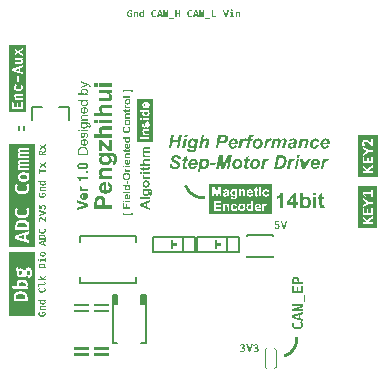
<source format=gto>
G04*
G04 #@! TF.GenerationSoftware,Altium Limited,Altium Designer,22.0.2 (36)*
G04*
G04 Layer_Color=65535*
%FSLAX25Y25*%
%MOIN*%
G70*
G04*
G04 #@! TF.SameCoordinates,A7353FC2-99F2-474C-B2A2-24993EA34B63*
G04*
G04*
G04 #@! TF.FilePolarity,Positive*
G04*
G01*
G75*
%ADD10C,0.01000*%
%ADD11C,0.00400*%
%ADD12C,0.00100*%
%ADD13C,0.00787*%
%ADD14C,0.00600*%
%ADD15C,0.00500*%
G36*
X-53050Y17050D02*
X-53400D01*
Y18350D01*
X-53050D01*
Y17050D01*
D02*
G37*
G36*
X-54600Y18350D02*
Y17050D01*
X-54950Y17050D01*
Y18350D01*
X-54600Y18350D01*
D02*
G37*
G36*
X11100Y-20650D02*
X12500D01*
Y-21350D01*
X11100D01*
Y-22550D01*
X10500D01*
Y-19450D01*
X11100D01*
Y-20650D01*
D02*
G37*
G36*
X-3400D02*
X-2000D01*
Y-21350D01*
X-3400D01*
Y-22550D01*
X-4000D01*
Y-19450D01*
X-3400D01*
Y-20650D01*
D02*
G37*
G36*
X-12500Y-41000D02*
X-14000D01*
Y-38000D01*
X-12500D01*
Y-41000D01*
D02*
G37*
G36*
X-22000D02*
X-23500D01*
Y-38000D01*
X-22000D01*
Y-41000D01*
D02*
G37*
G36*
X-25100Y-41300D02*
X-29900D01*
Y-40800D01*
X-25100D01*
Y-41300D01*
D02*
G37*
G36*
X-31600D02*
X-36400D01*
Y-40800D01*
X-31600D01*
Y-41300D01*
D02*
G37*
G36*
X-25100Y-43200D02*
X-29900D01*
Y-42700D01*
X-25100D01*
Y-43200D01*
D02*
G37*
G36*
X-31600D02*
X-36400D01*
Y-42700D01*
X-31600D01*
Y-43200D01*
D02*
G37*
G36*
X-25100Y-55800D02*
X-29900D01*
Y-55300D01*
X-25100D01*
Y-55800D01*
D02*
G37*
G36*
X-31600D02*
X-36400D01*
Y-55300D01*
X-31600D01*
Y-55800D01*
D02*
G37*
G36*
X-25100Y-57700D02*
X-29900D01*
Y-57200D01*
X-25100D01*
Y-57700D01*
D02*
G37*
G36*
X-31600D02*
X-36400D01*
Y-57200D01*
X-31600D01*
Y-57700D01*
D02*
G37*
G36*
X-46734Y-23396D02*
X-46697Y-23400D01*
X-46652Y-23403D01*
X-46608Y-23411D01*
X-46556Y-23418D01*
X-46445Y-23444D01*
X-46390Y-23463D01*
X-46330Y-23481D01*
X-46275Y-23507D01*
X-46220Y-23537D01*
X-46164Y-23570D01*
X-46116Y-23607D01*
X-46112Y-23611D01*
X-46105Y-23618D01*
X-46094Y-23629D01*
X-46075Y-23648D01*
X-46057Y-23670D01*
X-46038Y-23696D01*
X-46012Y-23725D01*
X-45990Y-23762D01*
X-45968Y-23803D01*
X-45946Y-23847D01*
X-45924Y-23896D01*
X-45905Y-23951D01*
X-45886Y-24006D01*
X-45875Y-24069D01*
X-45868Y-24136D01*
X-45864Y-24206D01*
Y-24243D01*
X-45868Y-24269D01*
X-45872Y-24303D01*
X-45879Y-24340D01*
X-45886Y-24384D01*
X-45894Y-24428D01*
X-45924Y-24524D01*
X-45946Y-24573D01*
X-45968Y-24624D01*
X-45998Y-24672D01*
X-46031Y-24721D01*
X-46068Y-24769D01*
X-46112Y-24809D01*
X-46116Y-24813D01*
X-46123Y-24817D01*
X-46138Y-24828D01*
X-46157Y-24843D01*
X-46183Y-24858D01*
X-46216Y-24876D01*
X-46249Y-24894D01*
X-46290Y-24913D01*
X-46338Y-24935D01*
X-46390Y-24954D01*
X-46445Y-24972D01*
X-46508Y-24987D01*
X-46575Y-25002D01*
X-46645Y-25013D01*
X-46719Y-25017D01*
X-46800Y-25020D01*
X-46804D01*
X-46819D01*
X-46841D01*
X-46871Y-25017D01*
X-46908Y-25013D01*
X-46948Y-25009D01*
X-46993Y-25002D01*
X-47045Y-24994D01*
X-47152Y-24969D01*
X-47207Y-24950D01*
X-47263Y-24928D01*
X-47322Y-24906D01*
X-47374Y-24876D01*
X-47429Y-24843D01*
X-47477Y-24806D01*
X-47481Y-24802D01*
X-47489Y-24795D01*
X-47500Y-24783D01*
X-47518Y-24765D01*
X-47537Y-24743D01*
X-47559Y-24717D01*
X-47585Y-24684D01*
X-47607Y-24647D01*
X-47633Y-24606D01*
X-47655Y-24562D01*
X-47677Y-24513D01*
X-47696Y-24458D01*
X-47714Y-24402D01*
X-47725Y-24340D01*
X-47733Y-24273D01*
X-47736Y-24203D01*
Y-24166D01*
X-47733Y-24140D01*
X-47729Y-24106D01*
X-47722Y-24069D01*
X-47714Y-24025D01*
X-47703Y-23981D01*
X-47692Y-23936D01*
X-47674Y-23884D01*
X-47655Y-23836D01*
X-47629Y-23785D01*
X-47600Y-23736D01*
X-47566Y-23688D01*
X-47526Y-23644D01*
X-47481Y-23603D01*
X-47477Y-23599D01*
X-47470Y-23596D01*
X-47455Y-23585D01*
X-47437Y-23570D01*
X-47411Y-23555D01*
X-47378Y-23537D01*
X-47344Y-23518D01*
X-47304Y-23496D01*
X-47256Y-23477D01*
X-47204Y-23459D01*
X-47148Y-23440D01*
X-47089Y-23426D01*
X-47026Y-23411D01*
X-46956Y-23400D01*
X-46882Y-23396D01*
X-46804Y-23392D01*
X-46800D01*
X-46786D01*
X-46763D01*
X-46734Y-23396D01*
D02*
G37*
G36*
X-48236Y-25938D02*
X-48210Y-25945D01*
X-48180Y-25953D01*
X-48151Y-25967D01*
X-48118Y-25986D01*
X-48088Y-26012D01*
X-48084Y-26016D01*
X-48077Y-26027D01*
X-48066Y-26041D01*
X-48051Y-26064D01*
X-48036Y-26093D01*
X-48025Y-26127D01*
X-48018Y-26167D01*
X-48014Y-26208D01*
Y-26226D01*
X-48018Y-26249D01*
X-48025Y-26278D01*
X-48033Y-26308D01*
X-48044Y-26341D01*
X-48062Y-26375D01*
X-48088Y-26404D01*
X-48092Y-26408D01*
X-48103Y-26415D01*
X-48118Y-26426D01*
X-48140Y-26441D01*
X-48166Y-26456D01*
X-48199Y-26467D01*
X-48236Y-26474D01*
X-48277Y-26478D01*
X-48280D01*
X-48295D01*
X-48317Y-26474D01*
X-48343Y-26467D01*
X-48369Y-26460D01*
X-48403Y-26449D01*
X-48432Y-26430D01*
X-48462Y-26404D01*
X-48465Y-26400D01*
X-48473Y-26389D01*
X-48484Y-26375D01*
X-48499Y-26349D01*
X-48513Y-26323D01*
X-48525Y-26289D01*
X-48532Y-26249D01*
X-48536Y-26208D01*
Y-26186D01*
X-48532Y-26164D01*
X-48525Y-26138D01*
X-48517Y-26108D01*
X-48502Y-26075D01*
X-48484Y-26041D01*
X-48458Y-26012D01*
X-48454Y-26008D01*
X-48443Y-26001D01*
X-48428Y-25986D01*
X-48406Y-25971D01*
X-48380Y-25960D01*
X-48351Y-25945D01*
X-48314Y-25938D01*
X-48277Y-25934D01*
X-48273D01*
X-48258D01*
X-48236Y-25938D01*
D02*
G37*
G36*
X-45905Y-26867D02*
X-46234D01*
Y-26352D01*
X-47359D01*
Y-26852D01*
X-47692D01*
Y-25923D01*
X-46234D01*
Y-25449D01*
X-45905D01*
Y-26867D01*
D02*
G37*
G36*
X-47015Y-27325D02*
X-46971D01*
X-46919Y-27333D01*
X-46856Y-27336D01*
X-46789Y-27348D01*
X-46715Y-27359D01*
X-46641Y-27377D01*
X-46564Y-27396D01*
X-46490Y-27422D01*
X-46412Y-27451D01*
X-46342Y-27488D01*
X-46275Y-27529D01*
X-46212Y-27577D01*
X-46160Y-27632D01*
X-46157Y-27636D01*
X-46149Y-27647D01*
X-46138Y-27662D01*
X-46120Y-27688D01*
X-46101Y-27718D01*
X-46079Y-27755D01*
X-46057Y-27795D01*
X-46035Y-27843D01*
X-46009Y-27899D01*
X-45986Y-27954D01*
X-45964Y-28021D01*
X-45946Y-28088D01*
X-45927Y-28162D01*
X-45916Y-28239D01*
X-45909Y-28321D01*
X-45905Y-28406D01*
Y-28990D01*
X-48221D01*
Y-28391D01*
X-48217Y-28358D01*
X-48214Y-28313D01*
X-48206Y-28265D01*
X-48199Y-28210D01*
X-48192Y-28150D01*
X-48162Y-28021D01*
X-48140Y-27954D01*
X-48118Y-27888D01*
X-48088Y-27821D01*
X-48055Y-27755D01*
X-48018Y-27692D01*
X-47973Y-27632D01*
X-47970Y-27629D01*
X-47962Y-27618D01*
X-47947Y-27603D01*
X-47925Y-27584D01*
X-47896Y-27558D01*
X-47862Y-27533D01*
X-47818Y-27507D01*
X-47770Y-27477D01*
X-47714Y-27448D01*
X-47648Y-27422D01*
X-47574Y-27392D01*
X-47492Y-27370D01*
X-47403Y-27351D01*
X-47304Y-27336D01*
X-47196Y-27325D01*
X-47078Y-27322D01*
X-47071D01*
X-47048D01*
X-47015Y-27325D01*
D02*
G37*
G36*
X-45905Y-31773D02*
X-46829Y-32491D01*
X-45905D01*
Y-32923D01*
X-48380D01*
X-48428Y-32491D01*
X-46928D01*
X-47692Y-31821D01*
Y-31347D01*
X-46889Y-32043D01*
X-45905Y-31277D01*
Y-31773D01*
D02*
G37*
G36*
X-45975Y-33490D02*
X-45972Y-33493D01*
X-45964Y-33508D01*
X-45957Y-33523D01*
X-45949Y-33541D01*
X-45942Y-33564D01*
X-45920Y-33623D01*
X-45901Y-33693D01*
X-45883Y-33775D01*
X-45868Y-33863D01*
X-45864Y-33963D01*
Y-33989D01*
X-45868Y-34008D01*
Y-34030D01*
X-45872Y-34056D01*
X-45883Y-34119D01*
X-45901Y-34185D01*
X-45927Y-34255D01*
X-45964Y-34326D01*
X-46016Y-34389D01*
X-46023Y-34396D01*
X-46046Y-34415D01*
X-46079Y-34437D01*
X-46127Y-34466D01*
X-46186Y-34496D01*
X-46260Y-34518D01*
X-46342Y-34537D01*
X-46438Y-34544D01*
X-48055D01*
Y-35062D01*
X-48384D01*
Y-34111D01*
X-46408D01*
X-46404D01*
X-46401D01*
X-46379Y-34108D01*
X-46349Y-34100D01*
X-46312Y-34082D01*
X-46275Y-34056D01*
X-46260Y-34037D01*
X-46245Y-34015D01*
X-46234Y-33989D01*
X-46223Y-33956D01*
X-46220Y-33922D01*
X-46216Y-33882D01*
Y-33860D01*
X-46220Y-33834D01*
X-46223Y-33800D01*
X-46231Y-33756D01*
X-46242Y-33708D01*
X-46257Y-33652D01*
X-46279Y-33590D01*
X-45975Y-33486D01*
Y-33490D01*
D02*
G37*
G36*
X-46153Y-35284D02*
X-46145Y-35295D01*
X-46131Y-35310D01*
X-46112Y-35332D01*
X-46090Y-35362D01*
X-46064Y-35395D01*
X-46038Y-35436D01*
X-46012Y-35484D01*
X-45983Y-35532D01*
X-45957Y-35591D01*
X-45931Y-35650D01*
X-45909Y-35717D01*
X-45890Y-35787D01*
X-45875Y-35861D01*
X-45868Y-35939D01*
X-45864Y-36020D01*
Y-36050D01*
X-45868Y-36072D01*
Y-36098D01*
X-45872Y-36128D01*
X-45875Y-36161D01*
X-45883Y-36198D01*
X-45898Y-36283D01*
X-45924Y-36372D01*
X-45957Y-36464D01*
X-46001Y-36557D01*
Y-36561D01*
X-46009Y-36568D01*
X-46016Y-36579D01*
X-46027Y-36598D01*
X-46060Y-36638D01*
X-46105Y-36690D01*
X-46164Y-36753D01*
X-46234Y-36812D01*
X-46316Y-36871D01*
X-46412Y-36927D01*
X-46416D01*
X-46423Y-36934D01*
X-46442Y-36938D01*
X-46460Y-36949D01*
X-46486Y-36957D01*
X-46519Y-36968D01*
X-46556Y-36982D01*
X-46597Y-36994D01*
X-46641Y-37005D01*
X-46693Y-37019D01*
X-46745Y-37031D01*
X-46804Y-37038D01*
X-46930Y-37053D01*
X-47067Y-37060D01*
X-47071D01*
X-47085D01*
X-47104D01*
X-47130Y-37056D01*
X-47163D01*
X-47200Y-37053D01*
X-47241Y-37049D01*
X-47289Y-37042D01*
X-47389Y-37027D01*
X-47496Y-37001D01*
X-47607Y-36968D01*
X-47711Y-36923D01*
X-47714D01*
X-47722Y-36916D01*
X-47736Y-36908D01*
X-47755Y-36897D01*
X-47777Y-36882D01*
X-47803Y-36868D01*
X-47862Y-36823D01*
X-47929Y-36772D01*
X-47999Y-36709D01*
X-48062Y-36635D01*
X-48121Y-36549D01*
Y-36546D01*
X-48129Y-36538D01*
X-48136Y-36527D01*
X-48144Y-36509D01*
X-48155Y-36487D01*
X-48166Y-36461D01*
X-48180Y-36427D01*
X-48195Y-36394D01*
X-48221Y-36316D01*
X-48243Y-36228D01*
X-48258Y-36128D01*
X-48266Y-36024D01*
Y-35987D01*
X-48262Y-35943D01*
X-48258Y-35891D01*
X-48251Y-35832D01*
X-48240Y-35765D01*
X-48225Y-35699D01*
X-48206Y-35636D01*
Y-35632D01*
X-48203Y-35628D01*
X-48195Y-35606D01*
X-48180Y-35576D01*
X-48162Y-35536D01*
X-48136Y-35484D01*
X-48099Y-35432D01*
X-48058Y-35373D01*
X-48010Y-35314D01*
X-47740Y-35539D01*
X-47744Y-35543D01*
X-47748Y-35550D01*
X-47755Y-35562D01*
X-47766Y-35576D01*
X-47777Y-35599D01*
X-47792Y-35621D01*
X-47825Y-35680D01*
X-47855Y-35750D01*
X-47881Y-35832D01*
X-47899Y-35917D01*
X-47907Y-35965D01*
Y-36035D01*
X-47903Y-36054D01*
X-47899Y-36076D01*
X-47896Y-36098D01*
X-47881Y-36161D01*
X-47859Y-36228D01*
X-47822Y-36298D01*
X-47799Y-36335D01*
X-47774Y-36368D01*
X-47744Y-36402D01*
X-47707Y-36435D01*
X-47703D01*
X-47696Y-36442D01*
X-47685Y-36450D01*
X-47670Y-36461D01*
X-47648Y-36472D01*
X-47622Y-36487D01*
X-47589Y-36501D01*
X-47552Y-36516D01*
X-47511Y-36531D01*
X-47463Y-36546D01*
X-47411Y-36561D01*
X-47352Y-36572D01*
X-47289Y-36583D01*
X-47222Y-36590D01*
X-47148Y-36594D01*
X-47067Y-36598D01*
X-47063D01*
X-47048D01*
X-47026D01*
X-46997Y-36594D01*
X-46959D01*
X-46919Y-36590D01*
X-46874Y-36583D01*
X-46823Y-36575D01*
X-46719Y-36557D01*
X-46615Y-36527D01*
X-46516Y-36487D01*
X-46471Y-36464D01*
X-46430Y-36435D01*
X-46427Y-36431D01*
X-46423Y-36427D01*
X-46401Y-36405D01*
X-46367Y-36368D01*
X-46330Y-36320D01*
X-46294Y-36257D01*
X-46260Y-36183D01*
X-46238Y-36102D01*
X-46234Y-36054D01*
X-46231Y-36006D01*
Y-35980D01*
X-46234Y-35950D01*
X-46238Y-35913D01*
X-46242Y-35872D01*
X-46253Y-35828D01*
X-46264Y-35784D01*
X-46279Y-35739D01*
X-46282Y-35735D01*
X-46286Y-35721D01*
X-46301Y-35699D01*
X-46316Y-35665D01*
X-46338Y-35628D01*
X-46360Y-35587D01*
X-46393Y-35539D01*
X-46427Y-35491D01*
X-46157Y-35280D01*
X-46153Y-35284D01*
D02*
G37*
G36*
X-45905Y-39883D02*
X-46116Y-39902D01*
X-46112Y-39905D01*
X-46097Y-39909D01*
X-46075Y-39920D01*
X-46049Y-39939D01*
X-46020Y-39961D01*
X-45986Y-39990D01*
X-45957Y-40031D01*
X-45931Y-40076D01*
X-45927Y-40083D01*
X-45920Y-40098D01*
X-45909Y-40124D01*
X-45898Y-40161D01*
X-45886Y-40201D01*
X-45875Y-40249D01*
X-45868Y-40305D01*
X-45864Y-40361D01*
Y-40394D01*
X-45868Y-40416D01*
X-45872Y-40446D01*
X-45879Y-40479D01*
X-45898Y-40553D01*
X-45927Y-40638D01*
X-45946Y-40679D01*
X-45972Y-40723D01*
X-46001Y-40764D01*
X-46035Y-40804D01*
X-46071Y-40841D01*
X-46116Y-40875D01*
X-46120D01*
X-46127Y-40882D01*
X-46142Y-40890D01*
X-46160Y-40901D01*
X-46186Y-40916D01*
X-46220Y-40930D01*
X-46253Y-40945D01*
X-46297Y-40960D01*
X-46342Y-40975D01*
X-46393Y-40990D01*
X-46449Y-41004D01*
X-46512Y-41019D01*
X-46578Y-41030D01*
X-46645Y-41038D01*
X-46723Y-41041D01*
X-46800Y-41045D01*
X-46804D01*
X-46812D01*
X-46826D01*
X-46845D01*
X-46871Y-41041D01*
X-46897D01*
X-46963Y-41034D01*
X-47037Y-41023D01*
X-47119Y-41008D01*
X-47200Y-40990D01*
X-47281Y-40960D01*
X-47285D01*
X-47293Y-40956D01*
X-47304Y-40953D01*
X-47315Y-40945D01*
X-47355Y-40923D01*
X-47403Y-40897D01*
X-47455Y-40864D01*
X-47511Y-40819D01*
X-47566Y-40767D01*
X-47614Y-40712D01*
Y-40708D01*
X-47618Y-40705D01*
X-47633Y-40682D01*
X-47651Y-40649D01*
X-47677Y-40605D01*
X-47699Y-40545D01*
X-47718Y-40483D01*
X-47733Y-40409D01*
X-47736Y-40331D01*
Y-40305D01*
X-47733Y-40286D01*
Y-40261D01*
X-47725Y-40235D01*
X-47714Y-40176D01*
X-47692Y-40109D01*
X-47659Y-40042D01*
X-47637Y-40009D01*
X-47614Y-39979D01*
X-47585Y-39954D01*
X-47552Y-39928D01*
X-48428D01*
X-48380Y-39495D01*
X-45905D01*
Y-39883D01*
D02*
G37*
G36*
Y-41926D02*
X-47011D01*
X-47019D01*
X-47037D01*
X-47063D01*
X-47100Y-41929D01*
X-47174Y-41933D01*
X-47211Y-41937D01*
X-47244Y-41944D01*
X-47248D01*
X-47259Y-41948D01*
X-47270Y-41952D01*
X-47289Y-41955D01*
X-47326Y-41974D01*
X-47344Y-41989D01*
X-47359Y-42003D01*
Y-42007D01*
X-47363Y-42011D01*
X-47370Y-42022D01*
X-47378Y-42037D01*
X-47381Y-42055D01*
X-47389Y-42081D01*
X-47392Y-42107D01*
Y-42159D01*
X-47389Y-42181D01*
X-47385Y-42207D01*
X-47378Y-42236D01*
X-47363Y-42273D01*
X-47348Y-42310D01*
X-47326Y-42347D01*
X-47322Y-42351D01*
X-47315Y-42362D01*
X-47300Y-42381D01*
X-47281Y-42403D01*
X-47256Y-42429D01*
X-47230Y-42455D01*
X-47163Y-42510D01*
X-45905D01*
Y-42943D01*
X-47692D01*
Y-42562D01*
X-47470Y-42544D01*
X-47474Y-42540D01*
X-47489Y-42532D01*
X-47511Y-42514D01*
X-47540Y-42492D01*
X-47570Y-42462D01*
X-47600Y-42425D01*
X-47633Y-42381D01*
X-47662Y-42329D01*
X-47666Y-42322D01*
X-47674Y-42303D01*
X-47685Y-42273D01*
X-47699Y-42233D01*
X-47714Y-42185D01*
X-47725Y-42129D01*
X-47733Y-42070D01*
X-47736Y-42007D01*
Y-41981D01*
X-47733Y-41966D01*
Y-41944D01*
X-47729Y-41922D01*
X-47718Y-41866D01*
X-47703Y-41804D01*
X-47677Y-41741D01*
X-47640Y-41678D01*
X-47592Y-41626D01*
X-47585Y-41618D01*
X-47566Y-41604D01*
X-47533Y-41585D01*
X-47489Y-41559D01*
X-47433Y-41533D01*
X-47363Y-41515D01*
X-47281Y-41500D01*
X-47193Y-41493D01*
X-45905D01*
Y-41926D01*
D02*
G37*
G36*
X-46079Y-43376D02*
X-46075Y-43380D01*
X-46068Y-43391D01*
X-46060Y-43406D01*
X-46042Y-43443D01*
X-46020Y-43491D01*
X-45994Y-43550D01*
X-45964Y-43613D01*
X-45938Y-43679D01*
X-45916Y-43750D01*
Y-43753D01*
X-45912Y-43757D01*
Y-43768D01*
X-45909Y-43783D01*
X-45901Y-43820D01*
X-45890Y-43872D01*
X-45879Y-43931D01*
X-45872Y-44001D01*
X-45868Y-44079D01*
X-45864Y-44164D01*
Y-44183D01*
X-45868Y-44208D01*
Y-44238D01*
X-45875Y-44275D01*
X-45879Y-44319D01*
X-45890Y-44368D01*
X-45901Y-44419D01*
X-45920Y-44475D01*
X-45938Y-44534D01*
X-45964Y-44593D01*
X-45994Y-44653D01*
X-46031Y-44708D01*
X-46071Y-44763D01*
X-46116Y-44819D01*
X-46171Y-44867D01*
X-46175Y-44871D01*
X-46186Y-44878D01*
X-46205Y-44889D01*
X-46227Y-44904D01*
X-46260Y-44926D01*
X-46301Y-44945D01*
X-46345Y-44967D01*
X-46397Y-44989D01*
X-46460Y-45015D01*
X-46527Y-45037D01*
X-46597Y-45056D01*
X-46678Y-45074D01*
X-46767Y-45093D01*
X-46860Y-45104D01*
X-46959Y-45111D01*
X-47067Y-45115D01*
X-47071D01*
X-47085D01*
X-47104D01*
X-47130Y-45111D01*
X-47163D01*
X-47200Y-45108D01*
X-47244Y-45104D01*
X-47293Y-45096D01*
X-47392Y-45082D01*
X-47503Y-45059D01*
X-47614Y-45026D01*
X-47718Y-44982D01*
X-47722D01*
X-47729Y-44974D01*
X-47744Y-44967D01*
X-47762Y-44956D01*
X-47785Y-44941D01*
X-47811Y-44926D01*
X-47870Y-44886D01*
X-47936Y-44830D01*
X-48003Y-44767D01*
X-48070Y-44693D01*
X-48125Y-44612D01*
Y-44608D01*
X-48132Y-44601D01*
X-48140Y-44590D01*
X-48147Y-44571D01*
X-48158Y-44549D01*
X-48169Y-44523D01*
X-48180Y-44493D01*
X-48195Y-44460D01*
X-48221Y-44382D01*
X-48243Y-44297D01*
X-48258Y-44201D01*
X-48266Y-44098D01*
Y-44061D01*
X-48262Y-44016D01*
X-48258Y-43964D01*
X-48251Y-43905D01*
X-48236Y-43839D01*
X-48221Y-43776D01*
X-48199Y-43713D01*
Y-43709D01*
X-48195Y-43705D01*
X-48188Y-43683D01*
X-48169Y-43654D01*
X-48147Y-43613D01*
X-48114Y-43565D01*
X-48077Y-43509D01*
X-48029Y-43454D01*
X-47973Y-43395D01*
X-47722Y-43639D01*
X-47725Y-43642D01*
X-47736Y-43661D01*
X-47755Y-43683D01*
X-47777Y-43713D01*
X-47799Y-43746D01*
X-47822Y-43787D01*
X-47844Y-43824D01*
X-47862Y-43864D01*
X-47866Y-43868D01*
X-47870Y-43883D01*
X-47877Y-43901D01*
X-47885Y-43931D01*
X-47892Y-43961D01*
X-47899Y-44001D01*
X-47907Y-44042D01*
Y-44109D01*
X-47903Y-44127D01*
X-47899Y-44149D01*
X-47896Y-44172D01*
X-47881Y-44231D01*
X-47859Y-44294D01*
X-47822Y-44364D01*
X-47799Y-44397D01*
X-47774Y-44431D01*
X-47744Y-44464D01*
X-47707Y-44493D01*
X-47703D01*
X-47696Y-44501D01*
X-47685Y-44508D01*
X-47670Y-44519D01*
X-47648Y-44530D01*
X-47622Y-44545D01*
X-47589Y-44556D01*
X-47552Y-44571D01*
X-47511Y-44586D01*
X-47463Y-44601D01*
X-47411Y-44616D01*
X-47352Y-44627D01*
X-47289Y-44638D01*
X-47222Y-44645D01*
X-47148Y-44649D01*
X-47067Y-44653D01*
X-47063D01*
X-47048D01*
X-47022D01*
X-46993Y-44649D01*
X-46956D01*
X-46911Y-44645D01*
X-46863Y-44641D01*
X-46812Y-44638D01*
X-46704Y-44623D01*
X-46597Y-44601D01*
X-46545Y-44586D01*
X-46497Y-44567D01*
X-46453Y-44549D01*
X-46412Y-44527D01*
X-46408D01*
X-46404Y-44519D01*
X-46382Y-44504D01*
X-46349Y-44475D01*
X-46316Y-44431D01*
X-46279Y-44379D01*
X-46245Y-44312D01*
X-46223Y-44234D01*
X-46220Y-44190D01*
X-46216Y-44146D01*
Y-44112D01*
X-46220Y-44075D01*
X-46227Y-44027D01*
X-46234Y-43975D01*
X-46249Y-43920D01*
X-46271Y-43864D01*
X-46297Y-43809D01*
X-46871D01*
Y-44186D01*
X-47222Y-44231D01*
Y-43372D01*
X-46079D01*
Y-43376D01*
D02*
G37*
G36*
X22852Y15587D02*
X22897D01*
X23001Y15574D01*
X23131Y15554D01*
X23273Y15528D01*
X23435Y15496D01*
X23597Y15444D01*
X23422Y14822D01*
X23416D01*
X23409Y14829D01*
X23370Y14842D01*
X23312Y14854D01*
X23241Y14880D01*
X23163Y14900D01*
X23072Y14913D01*
X22988Y14926D01*
X22910Y14932D01*
X22885D01*
X22859Y14926D01*
X22826Y14919D01*
X22794Y14906D01*
X22755Y14887D01*
X22723Y14861D01*
X22690Y14829D01*
X22684Y14816D01*
X22671Y14796D01*
X22658Y14764D01*
X22645Y14725D01*
X22625Y14667D01*
X22606Y14589D01*
X22586Y14498D01*
X22535Y14278D01*
X23170D01*
X23034Y13636D01*
X22405D01*
X21854Y11025D01*
X20986D01*
X21530Y13636D01*
X21038D01*
X21158Y14205D01*
X20843Y13533D01*
X20837D01*
X20824Y13539D01*
X20798Y13546D01*
X20766Y13558D01*
X20681Y13571D01*
X20584Y13578D01*
X20545D01*
X20500Y13571D01*
X20442Y13558D01*
X20370Y13533D01*
X20292Y13507D01*
X20208Y13461D01*
X20118Y13403D01*
X20105Y13397D01*
X20079Y13371D01*
X20040Y13332D01*
X19988Y13286D01*
X19930Y13221D01*
X19865Y13144D01*
X19806Y13053D01*
X19755Y12949D01*
X19748Y12936D01*
X19742Y12917D01*
X19735Y12898D01*
X19722Y12865D01*
X19709Y12826D01*
X19690Y12781D01*
X19677Y12729D01*
X19658Y12671D01*
X19632Y12606D01*
X19612Y12528D01*
X19593Y12444D01*
X19567Y12360D01*
X19541Y12263D01*
X19521Y12152D01*
X19496Y12042D01*
X19282Y11025D01*
X18413D01*
X19094Y14278D01*
X19910D01*
X19781Y13649D01*
X19787Y13656D01*
X19800Y13682D01*
X19826Y13714D01*
X19858Y13759D01*
X19904Y13811D01*
X19956Y13870D01*
X20014Y13934D01*
X20079Y13999D01*
X20228Y14129D01*
X20305Y14187D01*
X20396Y14239D01*
X20480Y14284D01*
X20578Y14317D01*
X20675Y14343D01*
X20772Y14349D01*
X20804D01*
X20843Y14343D01*
X20895Y14336D01*
X20954Y14323D01*
X21025Y14310D01*
X21102Y14284D01*
X21169Y14256D01*
X21174Y14278D01*
X21666D01*
X21731Y14608D01*
Y14615D01*
X21738Y14628D01*
Y14647D01*
X21744Y14673D01*
X21764Y14744D01*
X21783Y14829D01*
X21809Y14926D01*
X21835Y15017D01*
X21867Y15101D01*
X21893Y15166D01*
X21900Y15172D01*
X21913Y15198D01*
X21938Y15230D01*
X21971Y15276D01*
X22016Y15328D01*
X22068Y15379D01*
X22133Y15431D01*
X22204Y15477D01*
X22217Y15483D01*
X22243Y15496D01*
X22288Y15516D01*
X22347Y15535D01*
X22424Y15554D01*
X22522Y15574D01*
X22625Y15587D01*
X22742Y15593D01*
X22813D01*
X22852Y15587D01*
D02*
G37*
G36*
X1300Y14718D02*
X425D01*
X593Y15509D01*
X1462D01*
X1300Y14718D01*
D02*
G37*
G36*
X40977Y14343D02*
X41054Y14336D01*
X41145Y14323D01*
X41249Y14291D01*
X41352Y14252D01*
X41456Y14194D01*
X41553Y14116D01*
X41566Y14103D01*
X41592Y14077D01*
X41625Y14025D01*
X41670Y13954D01*
X41715Y13863D01*
X41748Y13759D01*
X41774Y13643D01*
X41787Y13507D01*
Y13500D01*
Y13474D01*
X41780Y13429D01*
X41767Y13358D01*
X41754Y13273D01*
X41735Y13157D01*
X41722Y13092D01*
X41709Y13021D01*
X41690Y12943D01*
X41670Y12859D01*
X41275Y11025D01*
X40406D01*
X40802Y12865D01*
Y12872D01*
X40808Y12885D01*
Y12904D01*
X40815Y12930D01*
X40828Y13001D01*
X40847Y13079D01*
X40860Y13163D01*
X40873Y13248D01*
X40886Y13312D01*
X40892Y13338D01*
Y13358D01*
Y13364D01*
Y13384D01*
X40886Y13416D01*
X40879Y13455D01*
X40867Y13494D01*
X40847Y13539D01*
X40821Y13584D01*
X40789Y13623D01*
X40782Y13630D01*
X40769Y13636D01*
X40750Y13656D01*
X40718Y13675D01*
X40679Y13688D01*
X40633Y13708D01*
X40575Y13714D01*
X40510Y13721D01*
X40478D01*
X40439Y13714D01*
X40380Y13701D01*
X40316Y13682D01*
X40244Y13649D01*
X40167Y13610D01*
X40076Y13558D01*
X40063Y13552D01*
X40037Y13526D01*
X39992Y13494D01*
X39940Y13442D01*
X39882Y13384D01*
X39817Y13312D01*
X39758Y13228D01*
X39700Y13131D01*
X39694Y13124D01*
X39681Y13092D01*
X39661Y13040D01*
X39648Y13001D01*
X39635Y12962D01*
X39622Y12911D01*
X39603Y12859D01*
X39584Y12794D01*
X39564Y12723D01*
X39545Y12645D01*
X39519Y12554D01*
X39499Y12457D01*
X39473Y12353D01*
X39195Y11025D01*
X38326D01*
X39007Y14278D01*
X39836D01*
X39752Y13850D01*
X39758D01*
X39765Y13863D01*
X39804Y13895D01*
X39869Y13941D01*
X39946Y13999D01*
X40037Y14058D01*
X40134Y14122D01*
X40238Y14181D01*
X40342Y14232D01*
X40355Y14239D01*
X40387Y14252D01*
X40445Y14271D01*
X40517Y14291D01*
X40601Y14310D01*
X40698Y14330D01*
X40802Y14343D01*
X40912Y14349D01*
X40951D01*
X40977Y14343D01*
D02*
G37*
G36*
X-1279Y11025D02*
X-2193D01*
X-1778Y13027D01*
X-3522D01*
X-3943Y11025D01*
X-4856D01*
X-3917Y15509D01*
X-2997D01*
X-3359Y13779D01*
X-1616D01*
X-1254Y15509D01*
X-333D01*
X-1279Y11025D01*
D02*
G37*
G36*
X33777Y14336D02*
X33862Y14323D01*
X33959Y14297D01*
X34062Y14258D01*
X34160Y14207D01*
X34244Y14135D01*
X34250Y14129D01*
X34276Y14096D01*
X34315Y14051D01*
X34354Y13986D01*
X34393Y13908D01*
X34432Y13818D01*
X34458Y13708D01*
X34464Y13584D01*
Y13578D01*
Y13552D01*
X34458Y13507D01*
X34451Y13448D01*
X34445Y13371D01*
X34425Y13267D01*
X34406Y13144D01*
X34374Y13001D01*
X33946Y11025D01*
X33078D01*
X33499Y13001D01*
Y13008D01*
X33505Y13021D01*
Y13034D01*
X33512Y13060D01*
X33525Y13124D01*
X33538Y13196D01*
X33551Y13267D01*
X33564Y13338D01*
X33577Y13390D01*
Y13409D01*
Y13422D01*
Y13429D01*
Y13448D01*
X33570Y13468D01*
X33564Y13500D01*
X33544Y13571D01*
X33518Y13604D01*
X33492Y13636D01*
X33486Y13643D01*
X33479Y13649D01*
X33460Y13662D01*
X33434Y13682D01*
X33402Y13695D01*
X33356Y13708D01*
X33311Y13714D01*
X33253Y13721D01*
X33220D01*
X33194Y13714D01*
X33129Y13701D01*
X33052Y13675D01*
X32961Y13636D01*
X32857Y13571D01*
X32805Y13533D01*
X32754Y13487D01*
X32708Y13435D01*
X32656Y13371D01*
X32650Y13358D01*
X32637Y13345D01*
X32624Y13325D01*
X32611Y13293D01*
X32592Y13260D01*
X32566Y13215D01*
X32546Y13170D01*
X32520Y13111D01*
X32494Y13047D01*
X32468Y12975D01*
X32443Y12898D01*
X32410Y12813D01*
X32384Y12716D01*
X32358Y12612D01*
X32332Y12496D01*
X32021Y11025D01*
X31153D01*
X31561Y12982D01*
Y12988D01*
X31568Y12995D01*
X31574Y13040D01*
X31587Y13098D01*
X31600Y13163D01*
X31613Y13241D01*
X31620Y13312D01*
X31633Y13377D01*
Y13422D01*
Y13429D01*
Y13442D01*
X31626Y13468D01*
X31620Y13500D01*
X31594Y13565D01*
X31574Y13604D01*
X31542Y13636D01*
X31535Y13643D01*
X31529Y13649D01*
X31509Y13662D01*
X31484Y13682D01*
X31445Y13695D01*
X31406Y13708D01*
X31360Y13714D01*
X31302Y13721D01*
X31276D01*
X31250Y13714D01*
X31211Y13708D01*
X31166Y13701D01*
X31114Y13682D01*
X31062Y13662D01*
X31004Y13630D01*
X30997Y13623D01*
X30978Y13617D01*
X30946Y13597D01*
X30913Y13571D01*
X30868Y13539D01*
X30823Y13494D01*
X30777Y13448D01*
X30732Y13397D01*
X30725Y13390D01*
X30712Y13371D01*
X30693Y13338D01*
X30667Y13293D01*
X30635Y13241D01*
X30602Y13170D01*
X30570Y13098D01*
X30537Y13014D01*
Y13008D01*
X30531Y12988D01*
X30518Y12956D01*
X30505Y12911D01*
X30492Y12846D01*
X30466Y12755D01*
X30440Y12651D01*
X30427Y12586D01*
X30408Y12515D01*
X30097Y11025D01*
X29228D01*
X29909Y14278D01*
X30732D01*
X30654Y13882D01*
X30661Y13889D01*
X30674Y13902D01*
X30699Y13928D01*
X30738Y13954D01*
X30784Y13993D01*
X30836Y14032D01*
X30894Y14070D01*
X30965Y14116D01*
X31121Y14200D01*
X31289Y14278D01*
X31386Y14304D01*
X31477Y14330D01*
X31581Y14343D01*
X31678Y14349D01*
X31736D01*
X31808Y14343D01*
X31885Y14330D01*
X31976Y14310D01*
X32073Y14284D01*
X32164Y14245D01*
X32242Y14194D01*
X32248Y14187D01*
X32274Y14168D01*
X32306Y14129D01*
X32352Y14083D01*
X32391Y14025D01*
X32436Y13947D01*
X32475Y13870D01*
X32501Y13772D01*
X32507Y13785D01*
X32533Y13811D01*
X32572Y13857D01*
X32624Y13915D01*
X32695Y13980D01*
X32773Y14044D01*
X32870Y14116D01*
X32980Y14181D01*
X32987D01*
X32993Y14187D01*
X33013Y14194D01*
X33039Y14207D01*
X33097Y14232D01*
X33181Y14265D01*
X33278Y14297D01*
X33395Y14323D01*
X33512Y14343D01*
X33641Y14349D01*
X33706D01*
X33777Y14336D01*
D02*
G37*
G36*
X29196Y14343D02*
X29248Y14336D01*
X29306Y14323D01*
X29377Y14310D01*
X29455Y14284D01*
X29533Y14252D01*
X29196Y13533D01*
X29190D01*
X29177Y13539D01*
X29151Y13546D01*
X29118Y13558D01*
X29034Y13571D01*
X28937Y13578D01*
X28898D01*
X28853Y13571D01*
X28794Y13558D01*
X28723Y13533D01*
X28645Y13507D01*
X28561Y13461D01*
X28470Y13403D01*
X28457Y13397D01*
X28431Y13371D01*
X28392Y13332D01*
X28341Y13286D01*
X28282Y13222D01*
X28218Y13144D01*
X28159Y13053D01*
X28107Y12949D01*
X28101Y12936D01*
X28094Y12917D01*
X28088Y12898D01*
X28075Y12865D01*
X28062Y12826D01*
X28043Y12781D01*
X28030Y12729D01*
X28010Y12671D01*
X27984Y12606D01*
X27965Y12528D01*
X27945Y12444D01*
X27920Y12360D01*
X27894Y12263D01*
X27874Y12152D01*
X27848Y12042D01*
X27634Y11025D01*
X26766D01*
X27446Y14278D01*
X28263D01*
X28133Y13649D01*
X28140Y13656D01*
X28153Y13682D01*
X28179Y13714D01*
X28211Y13759D01*
X28256Y13811D01*
X28308Y13870D01*
X28367Y13934D01*
X28431Y13999D01*
X28580Y14129D01*
X28658Y14187D01*
X28749Y14239D01*
X28833Y14284D01*
X28930Y14317D01*
X29028Y14343D01*
X29125Y14349D01*
X29157D01*
X29196Y14343D01*
D02*
G37*
G36*
X44217D02*
X44262D01*
X44320Y14336D01*
X44450Y14310D01*
X44599Y14278D01*
X44748Y14220D01*
X44904Y14148D01*
X44975Y14096D01*
X45040Y14044D01*
X45046Y14038D01*
X45053Y14032D01*
X45072Y14012D01*
X45092Y13993D01*
X45150Y13921D01*
X45215Y13831D01*
X45286Y13714D01*
X45351Y13578D01*
X45396Y13422D01*
X45415Y13338D01*
X45428Y13248D01*
X44592Y13163D01*
Y13176D01*
X44586Y13209D01*
X44573Y13254D01*
X44560Y13319D01*
X44534Y13384D01*
X44508Y13448D01*
X44469Y13513D01*
X44424Y13565D01*
X44418Y13571D01*
X44398Y13584D01*
X44372Y13610D01*
X44327Y13636D01*
X44275Y13656D01*
X44217Y13682D01*
X44145Y13695D01*
X44068Y13701D01*
X44022D01*
X43977Y13688D01*
X43912Y13675D01*
X43841Y13656D01*
X43763Y13617D01*
X43679Y13571D01*
X43595Y13507D01*
X43588Y13500D01*
X43556Y13474D01*
X43517Y13429D01*
X43472Y13364D01*
X43413Y13286D01*
X43361Y13189D01*
X43303Y13072D01*
X43258Y12936D01*
Y12930D01*
X43251Y12917D01*
X43245Y12898D01*
X43238Y12872D01*
X43219Y12800D01*
X43199Y12710D01*
X43180Y12599D01*
X43160Y12476D01*
X43148Y12353D01*
X43141Y12224D01*
Y12211D01*
Y12178D01*
X43148Y12126D01*
X43160Y12062D01*
X43173Y11990D01*
X43199Y11919D01*
X43232Y11848D01*
X43277Y11783D01*
X43284Y11777D01*
X43303Y11757D01*
X43335Y11731D01*
X43374Y11705D01*
X43426Y11679D01*
X43491Y11653D01*
X43556Y11634D01*
X43633Y11627D01*
X43672D01*
X43711Y11634D01*
X43763Y11647D01*
X43821Y11666D01*
X43893Y11692D01*
X43964Y11725D01*
X44035Y11777D01*
X44042Y11783D01*
X44068Y11809D01*
X44107Y11841D01*
X44152Y11893D01*
X44197Y11958D01*
X44249Y12036D01*
X44301Y12126D01*
X44346Y12237D01*
X45202Y12094D01*
Y12088D01*
X45189Y12068D01*
X45182Y12042D01*
X45163Y12003D01*
X45137Y11952D01*
X45111Y11900D01*
X45046Y11777D01*
X44955Y11634D01*
X44845Y11491D01*
X44722Y11355D01*
X44573Y11232D01*
X44567D01*
X44554Y11219D01*
X44534Y11206D01*
X44502Y11187D01*
X44463Y11167D01*
X44411Y11141D01*
X44359Y11116D01*
X44301Y11090D01*
X44158Y11031D01*
X43996Y10986D01*
X43815Y10954D01*
X43718Y10947D01*
X43614Y10941D01*
X43556D01*
X43510Y10947D01*
X43459Y10954D01*
X43400Y10960D01*
X43329Y10973D01*
X43258Y10986D01*
X43102Y11031D01*
X43018Y11064D01*
X42934Y11096D01*
X42856Y11141D01*
X42778Y11187D01*
X42700Y11245D01*
X42629Y11310D01*
X42623Y11316D01*
X42616Y11329D01*
X42597Y11349D01*
X42571Y11381D01*
X42545Y11414D01*
X42512Y11459D01*
X42480Y11517D01*
X42448Y11576D01*
X42415Y11647D01*
X42383Y11718D01*
X42350Y11802D01*
X42325Y11893D01*
X42299Y11990D01*
X42279Y12100D01*
X42273Y12211D01*
X42266Y12327D01*
Y12334D01*
Y12353D01*
Y12379D01*
X42273Y12418D01*
Y12463D01*
X42279Y12522D01*
X42286Y12580D01*
X42292Y12651D01*
X42318Y12807D01*
X42357Y12975D01*
X42415Y13150D01*
X42487Y13332D01*
Y13338D01*
X42500Y13351D01*
X42512Y13377D01*
X42525Y13409D01*
X42551Y13448D01*
X42577Y13494D01*
X42655Y13604D01*
X42746Y13721D01*
X42856Y13844D01*
X42992Y13967D01*
X43148Y14077D01*
X43154Y14083D01*
X43167Y14090D01*
X43193Y14103D01*
X43225Y14122D01*
X43271Y14142D01*
X43316Y14161D01*
X43374Y14187D01*
X43439Y14213D01*
X43582Y14265D01*
X43744Y14304D01*
X43925Y14336D01*
X44120Y14349D01*
X44178D01*
X44217Y14343D01*
D02*
G37*
G36*
X36784D02*
X36836D01*
X36894Y14336D01*
X37030Y14317D01*
X37186Y14291D01*
X37335Y14245D01*
X37484Y14181D01*
X37549Y14142D01*
X37607Y14096D01*
X37614D01*
X37620Y14083D01*
X37652Y14051D01*
X37704Y13999D01*
X37763Y13921D01*
X37814Y13831D01*
X37866Y13727D01*
X37899Y13610D01*
X37912Y13546D01*
Y13474D01*
Y13468D01*
Y13448D01*
Y13422D01*
X37905Y13384D01*
Y13338D01*
X37899Y13286D01*
X37879Y13163D01*
Y13157D01*
X37873Y13124D01*
X37866Y13105D01*
Y13072D01*
X37853Y13040D01*
X37847Y12995D01*
X37834Y12943D01*
X37821Y12878D01*
X37808Y12807D01*
X37795Y12729D01*
X37776Y12638D01*
X37750Y12535D01*
X37724Y12418D01*
X37698Y12295D01*
Y12288D01*
X37691Y12269D01*
X37685Y12243D01*
X37678Y12204D01*
X37672Y12152D01*
X37659Y12100D01*
X37639Y11977D01*
X37614Y11841D01*
X37594Y11712D01*
X37581Y11589D01*
X37575Y11530D01*
Y11485D01*
Y11478D01*
Y11446D01*
X37581Y11407D01*
Y11349D01*
X37594Y11284D01*
X37607Y11206D01*
X37620Y11116D01*
X37646Y11025D01*
X36797D01*
Y11031D01*
X36791Y11057D01*
X36778Y11090D01*
X36765Y11135D01*
X36758Y11193D01*
X36745Y11252D01*
X36732Y11388D01*
X36726Y11381D01*
X36700Y11355D01*
X36654Y11316D01*
X36603Y11265D01*
X36538Y11213D01*
X36460Y11161D01*
X36376Y11103D01*
X36285Y11057D01*
X36272Y11051D01*
X36240Y11038D01*
X36194Y11018D01*
X36130Y10999D01*
X36052Y10979D01*
X35968Y10960D01*
X35877Y10947D01*
X35780Y10941D01*
X35741D01*
X35715Y10947D01*
X35637Y10954D01*
X35546Y10973D01*
X35443Y11005D01*
X35326Y11051D01*
X35216Y11116D01*
X35112Y11200D01*
X35099Y11213D01*
X35073Y11245D01*
X35028Y11304D01*
X34983Y11388D01*
X34937Y11485D01*
X34892Y11602D01*
X34866Y11738D01*
X34853Y11887D01*
Y11893D01*
Y11906D01*
Y11932D01*
X34860Y11964D01*
Y12003D01*
X34866Y12049D01*
X34892Y12152D01*
X34924Y12275D01*
X34976Y12399D01*
X35048Y12522D01*
X35086Y12580D01*
X35138Y12632D01*
X35145Y12638D01*
X35151Y12645D01*
X35171Y12658D01*
X35197Y12677D01*
X35229Y12697D01*
X35268Y12723D01*
X35320Y12749D01*
X35378Y12781D01*
X35443Y12807D01*
X35520Y12839D01*
X35605Y12865D01*
X35702Y12891D01*
X35806Y12917D01*
X35916Y12936D01*
X36039Y12956D01*
X36175Y12969D01*
X36201D01*
X36233Y12975D01*
X36279D01*
X36324Y12982D01*
X36382Y12988D01*
X36512Y13008D01*
X36654Y13021D01*
X36791Y13047D01*
X36855Y13060D01*
X36914Y13072D01*
X36966Y13085D01*
X37011Y13098D01*
Y13105D01*
X37017Y13131D01*
X37030Y13163D01*
X37043Y13202D01*
X37063Y13299D01*
X37069Y13345D01*
Y13390D01*
Y13397D01*
Y13416D01*
X37063Y13435D01*
X37056Y13468D01*
X37043Y13507D01*
X37017Y13546D01*
X36992Y13584D01*
X36953Y13623D01*
X36946Y13630D01*
X36933Y13636D01*
X36907Y13656D01*
X36868Y13675D01*
X36816Y13688D01*
X36765Y13708D01*
X36693Y13714D01*
X36616Y13721D01*
X36577D01*
X36531Y13714D01*
X36480Y13708D01*
X36421Y13695D01*
X36356Y13682D01*
X36298Y13656D01*
X36240Y13623D01*
X36233Y13617D01*
X36220Y13604D01*
X36194Y13584D01*
X36169Y13552D01*
X36136Y13513D01*
X36104Y13468D01*
X36078Y13416D01*
X36058Y13358D01*
X35203Y13429D01*
Y13435D01*
X35210Y13448D01*
X35216Y13468D01*
X35229Y13500D01*
X35268Y13578D01*
X35320Y13675D01*
X35391Y13779D01*
X35475Y13895D01*
X35585Y14006D01*
X35708Y14103D01*
X35715D01*
X35728Y14116D01*
X35747Y14129D01*
X35773Y14142D01*
X35812Y14161D01*
X35857Y14181D01*
X35909Y14200D01*
X35968Y14226D01*
X36032Y14252D01*
X36110Y14271D01*
X36188Y14291D01*
X36272Y14310D01*
X36467Y14336D01*
X36680Y14349D01*
X36739D01*
X36784Y14343D01*
D02*
G37*
G36*
X13683Y15503D02*
X13728D01*
X13838Y15496D01*
X13962Y15483D01*
X14085Y15457D01*
X14214Y15431D01*
X14324Y15392D01*
X14331D01*
X14337Y15386D01*
X14370Y15373D01*
X14422Y15340D01*
X14486Y15302D01*
X14558Y15250D01*
X14636Y15185D01*
X14713Y15101D01*
X14778Y15010D01*
X14785Y14997D01*
X14804Y14965D01*
X14830Y14906D01*
X14862Y14835D01*
X14895Y14738D01*
X14921Y14634D01*
X14940Y14511D01*
X14946Y14381D01*
Y14375D01*
Y14368D01*
Y14349D01*
Y14323D01*
X14940Y14258D01*
X14927Y14168D01*
X14914Y14070D01*
X14888Y13954D01*
X14856Y13837D01*
X14810Y13714D01*
Y13708D01*
X14804Y13701D01*
X14785Y13662D01*
X14759Y13604D01*
X14720Y13533D01*
X14674Y13448D01*
X14623Y13364D01*
X14558Y13280D01*
X14486Y13202D01*
X14480Y13196D01*
X14454Y13170D01*
X14415Y13137D01*
X14363Y13098D01*
X14305Y13047D01*
X14234Y13001D01*
X14162Y12956D01*
X14078Y12911D01*
X14065Y12904D01*
X14039Y12898D01*
X13987Y12878D01*
X13923Y12859D01*
X13838Y12833D01*
X13735Y12807D01*
X13618Y12781D01*
X13482Y12762D01*
X13469D01*
X13437Y12755D01*
X13378D01*
X13340Y12749D01*
X13242D01*
X13184Y12742D01*
X13048D01*
X12964Y12736D01*
X12076D01*
X11713Y11025D01*
X10799D01*
X11739Y15509D01*
X13638D01*
X13683Y15503D01*
D02*
G37*
G36*
X6717Y13908D02*
X6723D01*
X6730Y13921D01*
X6769Y13947D01*
X6827Y13986D01*
X6898Y14038D01*
X6983Y14096D01*
X7080Y14148D01*
X7177Y14200D01*
X7274Y14245D01*
X7287Y14252D01*
X7320Y14265D01*
X7371Y14278D01*
X7443Y14297D01*
X7527Y14317D01*
X7618Y14336D01*
X7721Y14343D01*
X7831Y14349D01*
X7870D01*
X7896Y14343D01*
X7968Y14336D01*
X8058Y14323D01*
X8162Y14291D01*
X8266Y14252D01*
X8369Y14194D01*
X8460Y14116D01*
X8473Y14103D01*
X8499Y14077D01*
X8531Y14025D01*
X8577Y13960D01*
X8622Y13870D01*
X8654Y13772D01*
X8680Y13656D01*
X8693Y13526D01*
Y13520D01*
Y13487D01*
X8687Y13442D01*
X8680Y13377D01*
X8667Y13293D01*
X8648Y13189D01*
X8629Y13059D01*
X8596Y12917D01*
X8188Y11025D01*
X7320D01*
X7734Y12956D01*
Y12962D01*
Y12969D01*
X7747Y13008D01*
X7754Y13059D01*
X7767Y13124D01*
X7780Y13189D01*
X7793Y13254D01*
X7799Y13312D01*
X7806Y13358D01*
Y13364D01*
Y13384D01*
X7799Y13416D01*
X7793Y13448D01*
X7780Y13494D01*
X7760Y13533D01*
X7734Y13578D01*
X7702Y13617D01*
X7695Y13623D01*
X7682Y13636D01*
X7663Y13649D01*
X7631Y13669D01*
X7592Y13688D01*
X7540Y13708D01*
X7488Y13714D01*
X7423Y13721D01*
X7384D01*
X7339Y13714D01*
X7287Y13701D01*
X7216Y13682D01*
X7145Y13656D01*
X7067Y13617D01*
X6989Y13565D01*
X6976Y13558D01*
X6944Y13526D01*
X6898Y13487D01*
X6840Y13429D01*
X6775Y13358D01*
X6704Y13273D01*
X6639Y13176D01*
X6581Y13072D01*
X6574Y13066D01*
X6568Y13040D01*
X6548Y12988D01*
X6542Y12956D01*
X6529Y12917D01*
X6516Y12872D01*
X6497Y12813D01*
X6484Y12755D01*
X6464Y12684D01*
X6445Y12599D01*
X6425Y12515D01*
X6406Y12418D01*
X6380Y12308D01*
X6108Y11025D01*
X5240D01*
X6179Y15509D01*
X7047D01*
X6717Y13908D01*
D02*
G37*
G36*
X522Y11025D02*
X-346D01*
X334Y14278D01*
X1209D01*
X522Y11025D01*
D02*
G37*
G36*
X47645Y14343D02*
X47696Y14336D01*
X47755Y14330D01*
X47820Y14317D01*
X47891Y14304D01*
X48046Y14258D01*
X48124Y14232D01*
X48202Y14194D01*
X48280Y14148D01*
X48357Y14103D01*
X48429Y14044D01*
X48500Y13980D01*
X48506Y13973D01*
X48513Y13960D01*
X48532Y13941D01*
X48558Y13915D01*
X48584Y13876D01*
X48610Y13831D01*
X48643Y13772D01*
X48681Y13714D01*
X48714Y13643D01*
X48746Y13565D01*
X48772Y13481D01*
X48798Y13384D01*
X48824Y13286D01*
X48843Y13176D01*
X48850Y13066D01*
X48856Y12943D01*
Y12936D01*
Y12930D01*
Y12891D01*
Y12826D01*
X48850Y12755D01*
X48843Y12664D01*
X48830Y12567D01*
X48792Y12373D01*
X46588D01*
Y12366D01*
Y12340D01*
X46582Y12314D01*
Y12288D01*
Y12282D01*
Y12275D01*
Y12237D01*
X46595Y12178D01*
X46608Y12100D01*
X46627Y12016D01*
X46660Y11932D01*
X46705Y11841D01*
X46763Y11764D01*
X46770Y11757D01*
X46796Y11731D01*
X46835Y11705D01*
X46893Y11666D01*
X46958Y11634D01*
X47036Y11602D01*
X47126Y11576D01*
X47223Y11569D01*
X47269D01*
X47295Y11576D01*
X47334Y11582D01*
X47379Y11595D01*
X47476Y11627D01*
X47528Y11647D01*
X47586Y11679D01*
X47645Y11718D01*
X47696Y11764D01*
X47755Y11815D01*
X47813Y11874D01*
X47865Y11945D01*
X47910Y12023D01*
X48694Y11893D01*
Y11887D01*
X48681Y11874D01*
X48668Y11848D01*
X48649Y11815D01*
X48630Y11777D01*
X48597Y11731D01*
X48532Y11621D01*
X48442Y11504D01*
X48331Y11388D01*
X48208Y11271D01*
X48072Y11174D01*
X48066D01*
X48053Y11161D01*
X48033Y11154D01*
X48008Y11135D01*
X47969Y11122D01*
X47930Y11103D01*
X47820Y11057D01*
X47696Y11012D01*
X47547Y10979D01*
X47392Y10954D01*
X47217Y10941D01*
X47152D01*
X47107Y10947D01*
X47048Y10954D01*
X46984Y10960D01*
X46912Y10973D01*
X46835Y10992D01*
X46666Y11044D01*
X46575Y11077D01*
X46485Y11116D01*
X46400Y11161D01*
X46310Y11219D01*
X46226Y11284D01*
X46148Y11355D01*
X46141Y11362D01*
X46128Y11375D01*
X46109Y11401D01*
X46083Y11433D01*
X46051Y11472D01*
X46018Y11524D01*
X45979Y11582D01*
X45947Y11647D01*
X45908Y11725D01*
X45869Y11802D01*
X45837Y11893D01*
X45804Y11990D01*
X45778Y12094D01*
X45759Y12211D01*
X45746Y12327D01*
X45739Y12450D01*
Y12457D01*
Y12483D01*
Y12515D01*
X45746Y12561D01*
X45752Y12619D01*
X45759Y12690D01*
X45772Y12768D01*
X45785Y12852D01*
X45830Y13034D01*
X45863Y13131D01*
X45895Y13235D01*
X45940Y13338D01*
X45986Y13442D01*
X46044Y13546D01*
X46109Y13643D01*
X46115Y13649D01*
X46135Y13675D01*
X46161Y13708D01*
X46200Y13753D01*
X46258Y13805D01*
X46316Y13870D01*
X46394Y13928D01*
X46478Y13999D01*
X46575Y14064D01*
X46686Y14129D01*
X46802Y14187D01*
X46932Y14239D01*
X47068Y14284D01*
X47217Y14317D01*
X47379Y14343D01*
X47547Y14349D01*
X47606D01*
X47645Y14343D01*
D02*
G37*
G36*
X25081D02*
X25146Y14336D01*
X25211Y14330D01*
X25289Y14317D01*
X25373Y14297D01*
X25554Y14252D01*
X25645Y14220D01*
X25742Y14181D01*
X25833Y14135D01*
X25924Y14077D01*
X26008Y14019D01*
X26086Y13947D01*
X26092Y13941D01*
X26105Y13928D01*
X26125Y13908D01*
X26150Y13876D01*
X26183Y13837D01*
X26215Y13785D01*
X26254Y13734D01*
X26293Y13669D01*
X26325Y13591D01*
X26364Y13513D01*
X26397Y13422D01*
X26429Y13332D01*
X26455Y13228D01*
X26474Y13118D01*
X26487Y13001D01*
X26494Y12878D01*
Y12872D01*
Y12846D01*
Y12800D01*
X26487Y12749D01*
X26481Y12677D01*
X26468Y12599D01*
X26449Y12509D01*
X26429Y12412D01*
X26403Y12308D01*
X26371Y12198D01*
X26332Y12081D01*
X26280Y11971D01*
X26222Y11854D01*
X26157Y11738D01*
X26079Y11621D01*
X25988Y11511D01*
X25982Y11504D01*
X25962Y11485D01*
X25937Y11459D01*
X25898Y11420D01*
X25846Y11381D01*
X25781Y11329D01*
X25710Y11278D01*
X25632Y11226D01*
X25535Y11174D01*
X25438Y11122D01*
X25328Y11070D01*
X25204Y11031D01*
X25075Y10992D01*
X24939Y10966D01*
X24790Y10947D01*
X24634Y10941D01*
X24556D01*
X24518Y10947D01*
X24472Y10954D01*
X24362Y10966D01*
X24232Y10986D01*
X24096Y11018D01*
X23954Y11064D01*
X23818Y11122D01*
X23811D01*
X23805Y11129D01*
X23785Y11141D01*
X23759Y11154D01*
X23695Y11200D01*
X23617Y11258D01*
X23532Y11329D01*
X23442Y11420D01*
X23358Y11524D01*
X23286Y11640D01*
Y11647D01*
X23280Y11653D01*
X23273Y11673D01*
X23260Y11699D01*
X23234Y11770D01*
X23202Y11861D01*
X23170Y11964D01*
X23144Y12088D01*
X23124Y12224D01*
X23118Y12366D01*
Y12379D01*
Y12405D01*
X23124Y12450D01*
Y12515D01*
X23131Y12593D01*
X23144Y12677D01*
X23163Y12781D01*
X23183Y12885D01*
X23209Y12995D01*
X23241Y13111D01*
X23280Y13235D01*
X23332Y13351D01*
X23390Y13474D01*
X23455Y13591D01*
X23532Y13701D01*
X23623Y13805D01*
X23630Y13811D01*
X23649Y13831D01*
X23675Y13857D01*
X23714Y13889D01*
X23766Y13934D01*
X23831Y13980D01*
X23902Y14025D01*
X23986Y14077D01*
X24077Y14129D01*
X24174Y14174D01*
X24284Y14226D01*
X24407Y14265D01*
X24530Y14297D01*
X24667Y14323D01*
X24816Y14343D01*
X24965Y14349D01*
X25036D01*
X25081Y14343D01*
D02*
G37*
G36*
X16994Y14343D02*
X17046Y14336D01*
X17104Y14330D01*
X17169Y14317D01*
X17240Y14304D01*
X17396Y14258D01*
X17474Y14232D01*
X17551Y14194D01*
X17629Y14148D01*
X17707Y14103D01*
X17778Y14044D01*
X17850Y13980D01*
X17856Y13973D01*
X17863Y13960D01*
X17882Y13941D01*
X17908Y13915D01*
X17934Y13876D01*
X17960Y13831D01*
X17992Y13772D01*
X18031Y13714D01*
X18063Y13643D01*
X18096Y13565D01*
X18122Y13481D01*
X18148Y13384D01*
X18174Y13286D01*
X18193Y13176D01*
X18200Y13066D01*
X18206Y12943D01*
Y12936D01*
Y12930D01*
Y12891D01*
Y12826D01*
X18200Y12755D01*
X18193Y12664D01*
X18180Y12567D01*
X18141Y12373D01*
X15938D01*
Y12366D01*
Y12340D01*
X15932Y12314D01*
Y12288D01*
Y12282D01*
Y12275D01*
Y12237D01*
X15944Y12178D01*
X15957Y12100D01*
X15977Y12016D01*
X16009Y11932D01*
X16055Y11841D01*
X16113Y11763D01*
X16119Y11757D01*
X16145Y11731D01*
X16184Y11705D01*
X16242Y11666D01*
X16307Y11634D01*
X16385Y11602D01*
X16476Y11576D01*
X16573Y11569D01*
X16618D01*
X16644Y11576D01*
X16683Y11582D01*
X16728Y11595D01*
X16826Y11627D01*
X16878Y11647D01*
X16936Y11679D01*
X16994Y11718D01*
X17046Y11763D01*
X17104Y11815D01*
X17163Y11874D01*
X17214Y11945D01*
X17260Y12023D01*
X18044Y11893D01*
Y11887D01*
X18031Y11874D01*
X18018Y11848D01*
X17999Y11815D01*
X17979Y11777D01*
X17947Y11731D01*
X17882Y11621D01*
X17791Y11504D01*
X17681Y11388D01*
X17558Y11271D01*
X17422Y11174D01*
X17415D01*
X17402Y11161D01*
X17383Y11154D01*
X17357Y11135D01*
X17318Y11122D01*
X17279Y11103D01*
X17169Y11057D01*
X17046Y11012D01*
X16897Y10979D01*
X16741Y10954D01*
X16567Y10941D01*
X16502D01*
X16456Y10947D01*
X16398Y10954D01*
X16333Y10960D01*
X16262Y10973D01*
X16184Y10992D01*
X16016Y11044D01*
X15925Y11077D01*
X15834Y11116D01*
X15750Y11161D01*
X15659Y11219D01*
X15575Y11284D01*
X15497Y11355D01*
X15491Y11362D01*
X15478Y11375D01*
X15458Y11401D01*
X15432Y11433D01*
X15400Y11472D01*
X15368Y11524D01*
X15329Y11582D01*
X15296Y11647D01*
X15258Y11725D01*
X15219Y11802D01*
X15186Y11893D01*
X15154Y11990D01*
X15128Y12094D01*
X15109Y12211D01*
X15096Y12327D01*
X15089Y12450D01*
Y12457D01*
Y12483D01*
Y12515D01*
X15096Y12561D01*
X15102Y12619D01*
X15109Y12690D01*
X15122Y12768D01*
X15134Y12852D01*
X15180Y13034D01*
X15212Y13131D01*
X15245Y13235D01*
X15290Y13338D01*
X15335Y13442D01*
X15394Y13546D01*
X15458Y13643D01*
X15465Y13649D01*
X15484Y13675D01*
X15510Y13708D01*
X15549Y13753D01*
X15608Y13805D01*
X15666Y13870D01*
X15744Y13928D01*
X15828Y13999D01*
X15925Y14064D01*
X16035Y14129D01*
X16152Y14187D01*
X16281Y14239D01*
X16418Y14284D01*
X16567Y14317D01*
X16728Y14343D01*
X16897Y14349D01*
X16955D01*
X16994Y14343D01*
D02*
G37*
G36*
X3198D02*
X3276Y14330D01*
X3367Y14304D01*
X3470Y14278D01*
X3568Y14232D01*
X3671Y14174D01*
X3684Y14168D01*
X3717Y14142D01*
X3768Y14103D01*
X3827Y14051D01*
X3892Y13986D01*
X3963Y13902D01*
X4034Y13811D01*
X4092Y13701D01*
X4209Y14278D01*
X5026D01*
X4514Y11556D01*
Y11550D01*
X4507Y11530D01*
X4501Y11498D01*
X4488Y11452D01*
X4475Y11401D01*
X4462Y11336D01*
X4430Y11200D01*
X4391Y11051D01*
X4352Y10895D01*
X4313Y10753D01*
X4293Y10694D01*
X4274Y10636D01*
X4267Y10623D01*
X4254Y10591D01*
X4235Y10539D01*
X4209Y10474D01*
X4177Y10409D01*
X4138Y10332D01*
X4099Y10260D01*
X4054Y10195D01*
X4047Y10189D01*
X4034Y10170D01*
X4002Y10137D01*
X3969Y10098D01*
X3924Y10053D01*
X3866Y10007D01*
X3807Y9962D01*
X3736Y9917D01*
X3730Y9910D01*
X3704Y9897D01*
X3665Y9878D01*
X3613Y9858D01*
X3542Y9826D01*
X3470Y9800D01*
X3380Y9774D01*
X3289Y9755D01*
X3276D01*
X3244Y9748D01*
X3192Y9742D01*
X3121Y9729D01*
X3036Y9722D01*
X2939Y9709D01*
X2835Y9703D01*
X2660D01*
X2615Y9709D01*
X2557D01*
X2492Y9716D01*
X2414Y9722D01*
X2336Y9735D01*
X2168Y9761D01*
X2000Y9807D01*
X1831Y9865D01*
X1760Y9904D01*
X1688Y9943D01*
X1682D01*
X1675Y9956D01*
X1637Y9988D01*
X1578Y10046D01*
X1514Y10131D01*
X1481Y10182D01*
X1449Y10234D01*
X1423Y10299D01*
X1390Y10370D01*
X1371Y10448D01*
X1352Y10532D01*
X1345Y10630D01*
X1338Y10727D01*
Y10740D01*
Y10766D01*
Y10804D01*
X1345Y10850D01*
X2278Y10720D01*
Y10714D01*
Y10694D01*
Y10668D01*
X2285Y10643D01*
X2298Y10571D01*
X2310Y10539D01*
X2324Y10506D01*
X2330Y10493D01*
X2356Y10468D01*
X2401Y10422D01*
X2466Y10383D01*
X2472D01*
X2486Y10377D01*
X2511Y10370D01*
X2537Y10357D01*
X2583Y10351D01*
X2628Y10338D01*
X2680Y10332D01*
X2796D01*
X2848Y10338D01*
X2913Y10344D01*
X2991Y10357D01*
X3069Y10383D01*
X3146Y10409D01*
X3218Y10448D01*
X3224Y10455D01*
X3244Y10468D01*
X3263Y10487D01*
X3295Y10513D01*
X3334Y10552D01*
X3367Y10597D01*
X3406Y10655D01*
X3438Y10720D01*
Y10727D01*
X3444Y10746D01*
X3458Y10779D01*
X3477Y10830D01*
X3490Y10902D01*
X3516Y10992D01*
X3542Y11103D01*
X3568Y11239D01*
X3600Y11388D01*
X3594Y11381D01*
X3581Y11375D01*
X3555Y11355D01*
X3516Y11329D01*
X3470Y11304D01*
X3425Y11271D01*
X3360Y11232D01*
X3295Y11200D01*
X3146Y11129D01*
X2984Y11070D01*
X2894Y11044D01*
X2803Y11031D01*
X2712Y11018D01*
X2615Y11012D01*
X2570D01*
X2537Y11018D01*
X2492Y11025D01*
X2447Y11031D01*
X2336Y11051D01*
X2213Y11090D01*
X2084Y11154D01*
X2019Y11187D01*
X1954Y11232D01*
X1889Y11284D01*
X1831Y11342D01*
Y11349D01*
X1818Y11355D01*
X1805Y11375D01*
X1786Y11407D01*
X1760Y11440D01*
X1734Y11485D01*
X1708Y11537D01*
X1682Y11595D01*
X1650Y11660D01*
X1624Y11731D01*
X1598Y11809D01*
X1572Y11900D01*
X1552Y11997D01*
X1539Y12100D01*
X1533Y12211D01*
X1526Y12327D01*
Y12334D01*
Y12353D01*
Y12386D01*
X1533Y12425D01*
Y12476D01*
X1539Y12535D01*
X1546Y12599D01*
X1552Y12677D01*
X1578Y12839D01*
X1617Y13014D01*
X1663Y13196D01*
X1734Y13377D01*
Y13384D01*
X1747Y13397D01*
X1753Y13422D01*
X1773Y13455D01*
X1792Y13494D01*
X1818Y13539D01*
X1883Y13649D01*
X1967Y13766D01*
X2071Y13889D01*
X2187Y13999D01*
X2317Y14103D01*
X2324D01*
X2336Y14116D01*
X2356Y14129D01*
X2382Y14142D01*
X2414Y14161D01*
X2460Y14181D01*
X2557Y14226D01*
X2667Y14271D01*
X2796Y14310D01*
X2939Y14336D01*
X3082Y14349D01*
X3133D01*
X3198Y14343D01*
D02*
G37*
G36*
X38761Y7931D02*
X37886D01*
X38054Y8722D01*
X38923D01*
X38761Y7931D01*
D02*
G37*
G36*
X-2251Y8800D02*
X-2187Y8793D01*
X-2109Y8787D01*
X-2025Y8774D01*
X-1934Y8761D01*
X-1733Y8715D01*
X-1629Y8683D01*
X-1532Y8651D01*
X-1428Y8605D01*
X-1331Y8553D01*
X-1240Y8495D01*
X-1156Y8430D01*
X-1150Y8424D01*
X-1137Y8411D01*
X-1117Y8391D01*
X-1085Y8365D01*
X-1053Y8327D01*
X-1014Y8281D01*
X-975Y8229D01*
X-936Y8171D01*
X-891Y8100D01*
X-845Y8028D01*
X-806Y7944D01*
X-768Y7860D01*
X-735Y7763D01*
X-709Y7666D01*
X-690Y7555D01*
X-677Y7445D01*
X-1558Y7406D01*
Y7413D01*
Y7419D01*
X-1564Y7458D01*
X-1584Y7517D01*
X-1603Y7588D01*
X-1636Y7666D01*
X-1675Y7750D01*
X-1726Y7828D01*
X-1798Y7899D01*
X-1804Y7905D01*
X-1837Y7925D01*
X-1882Y7957D01*
X-1947Y7990D01*
X-2025Y8016D01*
X-2128Y8048D01*
X-2251Y8067D01*
X-2387Y8074D01*
X-2452D01*
X-2517Y8067D01*
X-2601Y8054D01*
X-2686Y8041D01*
X-2776Y8016D01*
X-2860Y7983D01*
X-2932Y7938D01*
X-2938Y7931D01*
X-2958Y7912D01*
X-2984Y7886D01*
X-3010Y7847D01*
X-3042Y7795D01*
X-3068Y7737D01*
X-3087Y7666D01*
X-3094Y7594D01*
Y7588D01*
Y7562D01*
X-3087Y7530D01*
X-3074Y7484D01*
X-3055Y7432D01*
X-3029Y7380D01*
X-2997Y7329D01*
X-2945Y7277D01*
X-2938Y7270D01*
X-2912Y7251D01*
X-2874Y7225D01*
X-2809Y7186D01*
X-2763Y7160D01*
X-2718Y7134D01*
X-2666Y7102D01*
X-2601Y7069D01*
X-2537Y7037D01*
X-2459Y6998D01*
X-2375Y6959D01*
X-2284Y6920D01*
X-2277Y6914D01*
X-2251Y6907D01*
X-2213Y6888D01*
X-2161Y6869D01*
X-2096Y6836D01*
X-2025Y6804D01*
X-1869Y6726D01*
X-1701Y6642D01*
X-1539Y6551D01*
X-1461Y6506D01*
X-1396Y6460D01*
X-1338Y6415D01*
X-1292Y6376D01*
X-1286Y6370D01*
X-1279Y6363D01*
X-1260Y6344D01*
X-1240Y6324D01*
X-1189Y6253D01*
X-1130Y6162D01*
X-1072Y6052D01*
X-1027Y5916D01*
X-988Y5760D01*
X-981Y5683D01*
X-975Y5592D01*
Y5585D01*
Y5566D01*
Y5534D01*
X-981Y5495D01*
X-988Y5443D01*
X-1001Y5378D01*
X-1014Y5313D01*
X-1033Y5242D01*
X-1059Y5164D01*
X-1091Y5080D01*
X-1130Y4996D01*
X-1176Y4912D01*
X-1228Y4827D01*
X-1292Y4737D01*
X-1364Y4659D01*
X-1448Y4575D01*
X-1454Y4568D01*
X-1467Y4555D01*
X-1500Y4536D01*
X-1532Y4510D01*
X-1584Y4477D01*
X-1642Y4439D01*
X-1707Y4406D01*
X-1791Y4367D01*
X-1876Y4322D01*
X-1973Y4290D01*
X-2083Y4251D01*
X-2200Y4218D01*
X-2323Y4192D01*
X-2459Y4173D01*
X-2601Y4160D01*
X-2757Y4153D01*
X-2854D01*
X-2906Y4160D01*
X-2964Y4166D01*
X-3029D01*
X-3100Y4179D01*
X-3256Y4199D01*
X-3424Y4231D01*
X-3599Y4277D01*
X-3761Y4341D01*
X-3768D01*
X-3781Y4348D01*
X-3800Y4361D01*
X-3833Y4380D01*
X-3904Y4419D01*
X-3994Y4484D01*
X-4092Y4555D01*
X-4189Y4652D01*
X-4280Y4756D01*
X-4357Y4879D01*
Y4886D01*
X-4364Y4892D01*
X-4370Y4912D01*
X-4383Y4944D01*
X-4396Y4976D01*
X-4409Y5015D01*
X-4442Y5113D01*
X-4474Y5229D01*
X-4500Y5365D01*
X-4513Y5514D01*
X-4519Y5676D01*
X-3638Y5728D01*
Y5722D01*
Y5709D01*
Y5689D01*
X-3632Y5663D01*
X-3625Y5585D01*
X-3612Y5501D01*
X-3599Y5404D01*
X-3573Y5307D01*
X-3541Y5223D01*
X-3496Y5158D01*
X-3483Y5145D01*
X-3457Y5119D01*
X-3405Y5087D01*
X-3327Y5041D01*
X-3282Y5022D01*
X-3223Y4996D01*
X-3165Y4976D01*
X-3094Y4963D01*
X-3022Y4944D01*
X-2938Y4938D01*
X-2848Y4925D01*
X-2679D01*
X-2640Y4931D01*
X-2595D01*
X-2498Y4944D01*
X-2394Y4963D01*
X-2284Y4996D01*
X-2180Y5035D01*
X-2096Y5087D01*
X-2089Y5093D01*
X-2063Y5113D01*
X-2031Y5151D01*
X-1992Y5197D01*
X-1953Y5255D01*
X-1921Y5320D01*
X-1895Y5391D01*
X-1888Y5475D01*
Y5482D01*
Y5508D01*
X-1895Y5547D01*
X-1908Y5592D01*
X-1927Y5644D01*
X-1960Y5702D01*
X-1999Y5760D01*
X-2057Y5812D01*
X-2063Y5819D01*
X-2083Y5832D01*
X-2122Y5858D01*
X-2180Y5890D01*
X-2219Y5916D01*
X-2264Y5942D01*
X-2316Y5968D01*
X-2375Y5994D01*
X-2446Y6026D01*
X-2517Y6065D01*
X-2608Y6104D01*
X-2699Y6143D01*
X-2705D01*
X-2724Y6156D01*
X-2750Y6162D01*
X-2783Y6182D01*
X-2828Y6201D01*
X-2880Y6221D01*
X-2990Y6272D01*
X-3113Y6337D01*
X-3243Y6396D01*
X-3359Y6460D01*
X-3418Y6493D01*
X-3463Y6519D01*
X-3476Y6525D01*
X-3502Y6545D01*
X-3547Y6583D01*
X-3599Y6629D01*
X-3658Y6681D01*
X-3722Y6752D01*
X-3781Y6830D01*
X-3839Y6914D01*
X-3845Y6927D01*
X-3858Y6959D01*
X-3884Y7011D01*
X-3904Y7076D01*
X-3930Y7160D01*
X-3956Y7257D01*
X-3969Y7367D01*
X-3975Y7484D01*
Y7491D01*
Y7510D01*
Y7542D01*
X-3969Y7581D01*
X-3962Y7627D01*
X-3956Y7685D01*
X-3943Y7750D01*
X-3923Y7815D01*
X-3878Y7964D01*
X-3839Y8041D01*
X-3800Y8126D01*
X-3755Y8203D01*
X-3703Y8281D01*
X-3638Y8359D01*
X-3567Y8430D01*
X-3560Y8437D01*
X-3547Y8450D01*
X-3522Y8463D01*
X-3489Y8489D01*
X-3450Y8514D01*
X-3398Y8547D01*
X-3334Y8586D01*
X-3262Y8618D01*
X-3184Y8651D01*
X-3100Y8689D01*
X-3003Y8722D01*
X-2893Y8748D01*
X-2776Y8774D01*
X-2653Y8793D01*
X-2524Y8800D01*
X-2381Y8806D01*
X-2303D01*
X-2251Y8800D01*
D02*
G37*
G36*
X7579Y7555D02*
X7624Y7549D01*
X7676Y7542D01*
X7793Y7517D01*
X7922Y7478D01*
X8058Y7413D01*
X8123Y7374D01*
X8194Y7322D01*
X8259Y7270D01*
X8318Y7205D01*
X8324Y7199D01*
X8330Y7193D01*
X8350Y7167D01*
X8369Y7141D01*
X8389Y7102D01*
X8421Y7057D01*
X8447Y7005D01*
X8479Y6946D01*
X8505Y6875D01*
X8538Y6797D01*
X8564Y6707D01*
X8583Y6616D01*
X8609Y6512D01*
X8622Y6402D01*
X8629Y6285D01*
X8635Y6156D01*
Y6143D01*
Y6117D01*
X8629Y6072D01*
Y6007D01*
X8616Y5935D01*
X8609Y5845D01*
X8590Y5748D01*
X8570Y5637D01*
X8538Y5527D01*
X8505Y5404D01*
X8460Y5281D01*
X8408Y5158D01*
X8343Y5028D01*
X8272Y4905D01*
X8188Y4782D01*
X8091Y4665D01*
X8084Y4659D01*
X8071Y4646D01*
X8045Y4620D01*
X8006Y4588D01*
X7968Y4549D01*
X7909Y4503D01*
X7851Y4458D01*
X7780Y4413D01*
X7702Y4361D01*
X7624Y4315D01*
X7533Y4270D01*
X7436Y4231D01*
X7333Y4199D01*
X7222Y4173D01*
X7112Y4160D01*
X6996Y4153D01*
X6970D01*
X6931Y4160D01*
X6892D01*
X6834Y4166D01*
X6775Y4179D01*
X6704Y4199D01*
X6633Y4218D01*
X6548Y4244D01*
X6471Y4283D01*
X6386Y4322D01*
X6309Y4374D01*
X6224Y4432D01*
X6147Y4503D01*
X6075Y4581D01*
X6011Y4672D01*
X5667Y3000D01*
X4799D01*
X5732Y7491D01*
X6555D01*
X6490Y7147D01*
X6503Y7160D01*
X6536Y7186D01*
X6587Y7225D01*
X6652Y7270D01*
X6730Y7322D01*
X6814Y7374D01*
X6898Y7426D01*
X6989Y7465D01*
X7002Y7471D01*
X7028Y7478D01*
X7080Y7497D01*
X7138Y7517D01*
X7216Y7530D01*
X7300Y7549D01*
X7397Y7555D01*
X7495Y7562D01*
X7546D01*
X7579Y7555D01*
D02*
G37*
G36*
X48208Y7555D02*
X48260Y7549D01*
X48318Y7536D01*
X48390Y7523D01*
X48468Y7497D01*
X48545Y7465D01*
X48208Y6745D01*
X48202D01*
X48189Y6752D01*
X48163Y6758D01*
X48131Y6771D01*
X48046Y6784D01*
X47949Y6791D01*
X47910D01*
X47865Y6784D01*
X47807Y6771D01*
X47735Y6745D01*
X47658Y6719D01*
X47573Y6674D01*
X47483Y6616D01*
X47470Y6609D01*
X47444Y6583D01*
X47405Y6545D01*
X47353Y6499D01*
X47295Y6434D01*
X47230Y6357D01*
X47172Y6266D01*
X47120Y6162D01*
X47113Y6149D01*
X47107Y6130D01*
X47100Y6110D01*
X47087Y6078D01*
X47074Y6039D01*
X47055Y5994D01*
X47042Y5942D01*
X47023Y5884D01*
X46997Y5819D01*
X46977Y5741D01*
X46958Y5657D01*
X46932Y5573D01*
X46906Y5475D01*
X46886Y5365D01*
X46861Y5255D01*
X46647Y4238D01*
X45778D01*
X46459Y7491D01*
X47275D01*
X47146Y6862D01*
X47152Y6869D01*
X47165Y6894D01*
X47191Y6927D01*
X47223Y6972D01*
X47269Y7024D01*
X47321Y7082D01*
X47379Y7147D01*
X47444Y7212D01*
X47593Y7342D01*
X47671Y7400D01*
X47761Y7452D01*
X47846Y7497D01*
X47943Y7530D01*
X48040Y7555D01*
X48137Y7562D01*
X48169D01*
X48208Y7555D01*
D02*
G37*
G36*
X37056D02*
X37108Y7549D01*
X37166Y7536D01*
X37238Y7523D01*
X37315Y7497D01*
X37393Y7465D01*
X37056Y6745D01*
X37050D01*
X37037Y6752D01*
X37011Y6758D01*
X36979Y6771D01*
X36894Y6784D01*
X36797Y6791D01*
X36758D01*
X36713Y6784D01*
X36654Y6771D01*
X36583Y6745D01*
X36505Y6719D01*
X36421Y6674D01*
X36331Y6616D01*
X36318Y6609D01*
X36292Y6583D01*
X36253Y6545D01*
X36201Y6499D01*
X36143Y6434D01*
X36078Y6357D01*
X36020Y6266D01*
X35968Y6162D01*
X35961Y6149D01*
X35955Y6130D01*
X35948Y6110D01*
X35935Y6078D01*
X35922Y6039D01*
X35903Y5994D01*
X35890Y5942D01*
X35870Y5884D01*
X35844Y5819D01*
X35825Y5741D01*
X35806Y5657D01*
X35780Y5573D01*
X35754Y5475D01*
X35734Y5365D01*
X35708Y5255D01*
X35495Y4238D01*
X34626D01*
X35307Y7491D01*
X36123D01*
X35994Y6862D01*
X36000Y6869D01*
X36013Y6894D01*
X36039Y6927D01*
X36071Y6972D01*
X36117Y7024D01*
X36169Y7082D01*
X36227Y7147D01*
X36292Y7212D01*
X36441Y7342D01*
X36518Y7400D01*
X36609Y7452D01*
X36693Y7497D01*
X36791Y7530D01*
X36888Y7555D01*
X36985Y7562D01*
X37017D01*
X37056Y7555D01*
D02*
G37*
G36*
X28354D02*
X28405Y7549D01*
X28464Y7536D01*
X28535Y7523D01*
X28613Y7497D01*
X28691Y7465D01*
X28354Y6745D01*
X28347D01*
X28334Y6752D01*
X28308Y6758D01*
X28276Y6771D01*
X28192Y6784D01*
X28094Y6791D01*
X28056D01*
X28010Y6784D01*
X27952Y6771D01*
X27881Y6745D01*
X27803Y6719D01*
X27719Y6674D01*
X27628Y6616D01*
X27615Y6609D01*
X27589Y6583D01*
X27550Y6545D01*
X27498Y6499D01*
X27440Y6434D01*
X27375Y6357D01*
X27317Y6266D01*
X27265Y6162D01*
X27259Y6149D01*
X27252Y6130D01*
X27246Y6110D01*
X27233Y6078D01*
X27220Y6039D01*
X27200Y5994D01*
X27187Y5942D01*
X27168Y5884D01*
X27142Y5819D01*
X27122Y5741D01*
X27103Y5657D01*
X27077Y5573D01*
X27051Y5475D01*
X27032Y5365D01*
X27006Y5255D01*
X26792Y4238D01*
X25924D01*
X26604Y7491D01*
X27420D01*
X27291Y6862D01*
X27297Y6869D01*
X27310Y6894D01*
X27336Y6927D01*
X27369Y6972D01*
X27414Y7024D01*
X27466Y7082D01*
X27524Y7147D01*
X27589Y7212D01*
X27738Y7342D01*
X27816Y7400D01*
X27907Y7452D01*
X27991Y7497D01*
X28088Y7530D01*
X28185Y7555D01*
X28282Y7562D01*
X28315D01*
X28354Y7555D01*
D02*
G37*
G36*
X15309Y4238D02*
X14473D01*
X15251Y7957D01*
X13586Y4238D01*
X12711D01*
X12542Y7983D01*
X11836Y4238D01*
X11000D01*
X11933Y8722D01*
X13249D01*
X13391Y5637D01*
X14797Y8722D01*
X16126D01*
X15309Y4238D01*
D02*
G37*
G36*
X10624Y5430D02*
X8920D01*
X9089Y6279D01*
X10793D01*
X10624Y5430D01*
D02*
G37*
G36*
X40478Y4238D02*
X39726D01*
X39078Y7491D01*
X39940D01*
X40160Y6065D01*
Y6059D01*
X40167Y6039D01*
Y6013D01*
X40173Y5974D01*
X40180Y5929D01*
X40193Y5871D01*
X40212Y5754D01*
X40231Y5624D01*
X40251Y5501D01*
X40264Y5391D01*
X40270Y5346D01*
X40277Y5307D01*
X40283Y5320D01*
X40296Y5339D01*
X40316Y5372D01*
X40342Y5424D01*
X40380Y5488D01*
X40426Y5579D01*
X40458Y5637D01*
X40491Y5696D01*
Y5702D01*
X40497Y5709D01*
X40523Y5748D01*
X40556Y5806D01*
X40594Y5877D01*
X40633Y5948D01*
X40672Y6013D01*
X40705Y6072D01*
X40724Y6110D01*
X41534Y7491D01*
X42480D01*
X40478Y4238D01*
D02*
G37*
G36*
X37983D02*
X37115D01*
X37795Y7491D01*
X38670D01*
X37983Y4238D01*
D02*
G37*
G36*
X32695Y8715D02*
X32805D01*
X32896Y8709D01*
X32928D01*
X32961Y8702D01*
X32974D01*
X33006Y8696D01*
X33058Y8689D01*
X33129Y8676D01*
X33207Y8664D01*
X33291Y8644D01*
X33460Y8586D01*
X33473Y8579D01*
X33499Y8573D01*
X33538Y8553D01*
X33596Y8528D01*
X33654Y8489D01*
X33726Y8450D01*
X33790Y8404D01*
X33862Y8346D01*
X33868Y8339D01*
X33894Y8320D01*
X33926Y8288D01*
X33972Y8242D01*
X34017Y8190D01*
X34069Y8126D01*
X34121Y8054D01*
X34173Y7977D01*
X34179Y7970D01*
X34192Y7938D01*
X34218Y7892D01*
X34244Y7834D01*
X34276Y7763D01*
X34315Y7679D01*
X34348Y7581D01*
X34374Y7478D01*
X34380Y7465D01*
X34387Y7426D01*
X34400Y7367D01*
X34412Y7296D01*
X34425Y7205D01*
X34432Y7095D01*
X34445Y6985D01*
Y6862D01*
Y6856D01*
Y6830D01*
Y6791D01*
X34438Y6739D01*
Y6674D01*
X34432Y6603D01*
X34419Y6519D01*
X34412Y6428D01*
X34393Y6331D01*
X34380Y6227D01*
X34328Y6013D01*
X34257Y5793D01*
X34218Y5683D01*
X34166Y5573D01*
Y5566D01*
X34153Y5547D01*
X34140Y5521D01*
X34114Y5482D01*
X34088Y5430D01*
X34056Y5378D01*
X33972Y5249D01*
X33875Y5106D01*
X33751Y4957D01*
X33615Y4814D01*
X33466Y4678D01*
X33460D01*
X33453Y4665D01*
X33434Y4652D01*
X33408Y4640D01*
X33376Y4614D01*
X33337Y4594D01*
X33240Y4536D01*
X33123Y4478D01*
X32980Y4413D01*
X32818Y4354D01*
X32637Y4302D01*
X32624D01*
X32605Y4296D01*
X32585Y4290D01*
X32553D01*
X32514Y4283D01*
X32468Y4277D01*
X32417Y4270D01*
X32358Y4264D01*
X32293Y4257D01*
X32222Y4251D01*
X32138D01*
X32054Y4244D01*
X31956Y4238D01*
X30168D01*
X31108Y8722D01*
X32585D01*
X32695Y8715D01*
D02*
G37*
G36*
X44359Y7555D02*
X44411Y7549D01*
X44469Y7542D01*
X44534Y7530D01*
X44605Y7517D01*
X44761Y7471D01*
X44839Y7445D01*
X44916Y7406D01*
X44994Y7361D01*
X45072Y7316D01*
X45143Y7257D01*
X45215Y7193D01*
X45221Y7186D01*
X45228Y7173D01*
X45247Y7154D01*
X45273Y7128D01*
X45299Y7089D01*
X45325Y7044D01*
X45357Y6985D01*
X45396Y6927D01*
X45428Y6856D01*
X45461Y6778D01*
X45487Y6694D01*
X45513Y6596D01*
X45539Y6499D01*
X45558Y6389D01*
X45564Y6279D01*
X45571Y6156D01*
Y6149D01*
Y6143D01*
Y6104D01*
Y6039D01*
X45564Y5968D01*
X45558Y5877D01*
X45545Y5780D01*
X45506Y5585D01*
X43303D01*
Y5579D01*
Y5553D01*
X43297Y5527D01*
Y5501D01*
Y5495D01*
Y5488D01*
Y5449D01*
X43310Y5391D01*
X43322Y5313D01*
X43342Y5229D01*
X43374Y5145D01*
X43420Y5054D01*
X43478Y4976D01*
X43484Y4970D01*
X43510Y4944D01*
X43549Y4918D01*
X43608Y4879D01*
X43672Y4847D01*
X43750Y4814D01*
X43841Y4789D01*
X43938Y4782D01*
X43983D01*
X44009Y4789D01*
X44048Y4795D01*
X44094Y4808D01*
X44191Y4840D01*
X44243Y4860D01*
X44301Y4892D01*
X44359Y4931D01*
X44411Y4976D01*
X44469Y5028D01*
X44528Y5087D01*
X44580Y5158D01*
X44625Y5236D01*
X45409Y5106D01*
Y5099D01*
X45396Y5087D01*
X45383Y5061D01*
X45364Y5028D01*
X45344Y4989D01*
X45312Y4944D01*
X45247Y4834D01*
X45156Y4717D01*
X45046Y4601D01*
X44923Y4484D01*
X44787Y4387D01*
X44780D01*
X44767Y4374D01*
X44748Y4367D01*
X44722Y4348D01*
X44683Y4335D01*
X44644Y4315D01*
X44534Y4270D01*
X44411Y4225D01*
X44262Y4192D01*
X44107Y4166D01*
X43932Y4154D01*
X43867D01*
X43821Y4160D01*
X43763Y4166D01*
X43698Y4173D01*
X43627Y4186D01*
X43549Y4205D01*
X43381Y4257D01*
X43290Y4290D01*
X43199Y4328D01*
X43115Y4374D01*
X43024Y4432D01*
X42940Y4497D01*
X42862Y4568D01*
X42856Y4575D01*
X42843Y4588D01*
X42823Y4614D01*
X42798Y4646D01*
X42765Y4685D01*
X42733Y4737D01*
X42694Y4795D01*
X42661Y4860D01*
X42623Y4938D01*
X42584Y5015D01*
X42551Y5106D01*
X42519Y5203D01*
X42493Y5307D01*
X42474Y5424D01*
X42461Y5540D01*
X42454Y5663D01*
Y5670D01*
Y5696D01*
Y5728D01*
X42461Y5773D01*
X42467Y5832D01*
X42474Y5903D01*
X42487Y5981D01*
X42500Y6065D01*
X42545Y6247D01*
X42577Y6344D01*
X42610Y6447D01*
X42655Y6551D01*
X42700Y6655D01*
X42759Y6758D01*
X42823Y6856D01*
X42830Y6862D01*
X42849Y6888D01*
X42875Y6920D01*
X42914Y6966D01*
X42972Y7018D01*
X43031Y7082D01*
X43109Y7141D01*
X43193Y7212D01*
X43290Y7277D01*
X43400Y7342D01*
X43517Y7400D01*
X43646Y7452D01*
X43782Y7497D01*
X43932Y7530D01*
X44094Y7555D01*
X44262Y7562D01*
X44320D01*
X44359Y7555D01*
D02*
G37*
G36*
X24239D02*
X24304Y7549D01*
X24368Y7542D01*
X24446Y7530D01*
X24530Y7510D01*
X24712Y7465D01*
X24803Y7432D01*
X24900Y7393D01*
X24991Y7348D01*
X25081Y7290D01*
X25166Y7231D01*
X25243Y7160D01*
X25250Y7154D01*
X25263Y7141D01*
X25282Y7121D01*
X25308Y7089D01*
X25340Y7050D01*
X25373Y6998D01*
X25412Y6946D01*
X25451Y6882D01*
X25483Y6804D01*
X25522Y6726D01*
X25554Y6635D01*
X25587Y6545D01*
X25613Y6441D01*
X25632Y6331D01*
X25645Y6214D01*
X25651Y6091D01*
Y6084D01*
Y6059D01*
Y6013D01*
X25645Y5961D01*
X25638Y5890D01*
X25626Y5812D01*
X25606Y5722D01*
X25587Y5624D01*
X25561Y5521D01*
X25528Y5411D01*
X25490Y5294D01*
X25438Y5184D01*
X25379Y5067D01*
X25315Y4950D01*
X25237Y4834D01*
X25146Y4724D01*
X25140Y4717D01*
X25120Y4698D01*
X25094Y4672D01*
X25055Y4633D01*
X25003Y4594D01*
X24939Y4542D01*
X24867Y4490D01*
X24790Y4439D01*
X24692Y4387D01*
X24595Y4335D01*
X24485Y4283D01*
X24362Y4244D01*
X24232Y4205D01*
X24096Y4179D01*
X23947Y4160D01*
X23792Y4154D01*
X23714D01*
X23675Y4160D01*
X23630Y4166D01*
X23520Y4179D01*
X23390Y4199D01*
X23254Y4231D01*
X23111Y4277D01*
X22975Y4335D01*
X22969D01*
X22962Y4341D01*
X22943Y4354D01*
X22917Y4367D01*
X22852Y4413D01*
X22774Y4471D01*
X22690Y4542D01*
X22599Y4633D01*
X22515Y4737D01*
X22444Y4853D01*
Y4860D01*
X22437Y4866D01*
X22431Y4886D01*
X22418Y4912D01*
X22392Y4983D01*
X22360Y5074D01*
X22327Y5177D01*
X22301Y5300D01*
X22282Y5437D01*
X22275Y5579D01*
Y5592D01*
Y5618D01*
X22282Y5663D01*
Y5728D01*
X22288Y5806D01*
X22301Y5890D01*
X22321Y5994D01*
X22340Y6097D01*
X22366Y6208D01*
X22399Y6324D01*
X22437Y6447D01*
X22489Y6564D01*
X22548Y6687D01*
X22612Y6804D01*
X22690Y6914D01*
X22781Y7018D01*
X22787Y7024D01*
X22807Y7044D01*
X22833Y7069D01*
X22872Y7102D01*
X22923Y7147D01*
X22988Y7193D01*
X23059Y7238D01*
X23144Y7290D01*
X23234Y7342D01*
X23332Y7387D01*
X23442Y7439D01*
X23565Y7478D01*
X23688Y7510D01*
X23824Y7536D01*
X23973Y7555D01*
X24122Y7562D01*
X24193D01*
X24239Y7555D01*
D02*
G37*
G36*
X21718Y7491D02*
X22256D01*
X22120Y6836D01*
X21582D01*
X21297Y5462D01*
Y5456D01*
Y5449D01*
X21290Y5430D01*
X21284Y5404D01*
X21271Y5346D01*
X21258Y5274D01*
X21245Y5197D01*
X21232Y5132D01*
X21226Y5074D01*
X21219Y5054D01*
Y5041D01*
Y5035D01*
Y5028D01*
X21226Y4983D01*
X21245Y4938D01*
X21278Y4886D01*
X21284D01*
X21290Y4879D01*
X21310Y4866D01*
X21329Y4860D01*
X21362Y4847D01*
X21407Y4834D01*
X21459Y4827D01*
X21550D01*
X21576Y4834D01*
X21614D01*
X21666Y4840D01*
X21731Y4847D01*
X21809Y4853D01*
X21673Y4205D01*
X21660D01*
X21634Y4199D01*
X21588Y4192D01*
X21530Y4179D01*
X21459Y4173D01*
X21381Y4160D01*
X21206Y4154D01*
X21128D01*
X21090Y4160D01*
X21051D01*
X20947Y4173D01*
X20837Y4199D01*
X20720Y4225D01*
X20617Y4270D01*
X20526Y4328D01*
X20519Y4335D01*
X20493Y4361D01*
X20461Y4406D01*
X20422Y4458D01*
X20383Y4529D01*
X20351Y4620D01*
X20325Y4717D01*
X20318Y4834D01*
Y4840D01*
Y4866D01*
X20325Y4912D01*
X20331Y4976D01*
X20338Y5022D01*
X20344Y5067D01*
X20357Y5125D01*
X20370Y5190D01*
X20383Y5262D01*
X20396Y5339D01*
X20416Y5430D01*
X20435Y5527D01*
X20714Y6836D01*
X20280Y6836D01*
X20416Y7491D01*
X20843Y7491D01*
X20947Y8009D01*
X21945Y8612D01*
X21718Y7491D01*
D02*
G37*
G36*
X18323Y7555D02*
X18387Y7549D01*
X18452Y7542D01*
X18530Y7530D01*
X18614Y7510D01*
X18796Y7465D01*
X18886Y7432D01*
X18984Y7393D01*
X19074Y7348D01*
X19165Y7290D01*
X19249Y7231D01*
X19327Y7160D01*
X19333Y7154D01*
X19346Y7141D01*
X19366Y7121D01*
X19392Y7089D01*
X19424Y7050D01*
X19457Y6998D01*
X19496Y6946D01*
X19534Y6882D01*
X19567Y6804D01*
X19606Y6726D01*
X19638Y6635D01*
X19670Y6545D01*
X19696Y6441D01*
X19716Y6331D01*
X19729Y6214D01*
X19735Y6091D01*
Y6084D01*
Y6059D01*
Y6013D01*
X19729Y5961D01*
X19722Y5890D01*
X19709Y5812D01*
X19690Y5722D01*
X19670Y5624D01*
X19645Y5521D01*
X19612Y5411D01*
X19573Y5294D01*
X19521Y5184D01*
X19463Y5067D01*
X19398Y4950D01*
X19320Y4834D01*
X19230Y4724D01*
X19223Y4717D01*
X19204Y4698D01*
X19178Y4672D01*
X19139Y4633D01*
X19087Y4594D01*
X19022Y4542D01*
X18951Y4490D01*
X18873Y4439D01*
X18776Y4387D01*
X18679Y4335D01*
X18569Y4283D01*
X18446Y4244D01*
X18316Y4205D01*
X18180Y4179D01*
X18031Y4160D01*
X17876Y4153D01*
X17798D01*
X17759Y4160D01*
X17714Y4166D01*
X17603Y4179D01*
X17474Y4199D01*
X17338Y4231D01*
X17195Y4277D01*
X17059Y4335D01*
X17052D01*
X17046Y4341D01*
X17027Y4354D01*
X17001Y4367D01*
X16936Y4413D01*
X16858Y4471D01*
X16774Y4542D01*
X16683Y4633D01*
X16599Y4737D01*
X16528Y4853D01*
Y4860D01*
X16521Y4866D01*
X16515Y4886D01*
X16502Y4912D01*
X16476Y4983D01*
X16443Y5074D01*
X16411Y5177D01*
X16385Y5300D01*
X16366Y5437D01*
X16359Y5579D01*
Y5592D01*
Y5618D01*
X16366Y5663D01*
Y5728D01*
X16372Y5806D01*
X16385Y5890D01*
X16405Y5994D01*
X16424Y6097D01*
X16450Y6208D01*
X16482Y6324D01*
X16521Y6447D01*
X16573Y6564D01*
X16631Y6687D01*
X16696Y6804D01*
X16774Y6914D01*
X16865Y7018D01*
X16871Y7024D01*
X16891Y7044D01*
X16916Y7069D01*
X16955Y7102D01*
X17007Y7147D01*
X17072Y7193D01*
X17143Y7238D01*
X17228Y7290D01*
X17318Y7342D01*
X17415Y7387D01*
X17526Y7439D01*
X17649Y7478D01*
X17772Y7510D01*
X17908Y7536D01*
X18057Y7555D01*
X18206Y7562D01*
X18277D01*
X18323Y7555D01*
D02*
G37*
G36*
X3619D02*
X3671Y7549D01*
X3730Y7542D01*
X3794Y7530D01*
X3866Y7517D01*
X4021Y7471D01*
X4099Y7445D01*
X4177Y7406D01*
X4254Y7361D01*
X4332Y7316D01*
X4404Y7257D01*
X4475Y7193D01*
X4481Y7186D01*
X4488Y7173D01*
X4507Y7154D01*
X4533Y7128D01*
X4559Y7089D01*
X4585Y7044D01*
X4617Y6985D01*
X4656Y6927D01*
X4689Y6856D01*
X4721Y6778D01*
X4747Y6694D01*
X4773Y6596D01*
X4799Y6499D01*
X4818Y6389D01*
X4825Y6279D01*
X4831Y6156D01*
Y6149D01*
Y6143D01*
Y6104D01*
Y6039D01*
X4825Y5968D01*
X4818Y5877D01*
X4805Y5780D01*
X4766Y5585D01*
X2563D01*
Y5579D01*
Y5553D01*
X2557Y5527D01*
Y5501D01*
Y5495D01*
Y5488D01*
Y5449D01*
X2570Y5391D01*
X2583Y5313D01*
X2602Y5229D01*
X2634Y5145D01*
X2680Y5054D01*
X2738Y4976D01*
X2745Y4970D01*
X2771Y4944D01*
X2809Y4918D01*
X2868Y4879D01*
X2933Y4847D01*
X3010Y4814D01*
X3101Y4789D01*
X3198Y4782D01*
X3244D01*
X3270Y4789D01*
X3308Y4795D01*
X3354Y4808D01*
X3451Y4840D01*
X3503Y4860D01*
X3561Y4892D01*
X3619Y4931D01*
X3671Y4976D01*
X3730Y5028D01*
X3788Y5087D01*
X3840Y5158D01*
X3885Y5236D01*
X4669Y5106D01*
Y5099D01*
X4656Y5087D01*
X4643Y5061D01*
X4624Y5028D01*
X4604Y4989D01*
X4572Y4944D01*
X4507Y4834D01*
X4417Y4717D01*
X4306Y4601D01*
X4183Y4484D01*
X4047Y4387D01*
X4041D01*
X4028Y4374D01*
X4008Y4367D01*
X3982Y4348D01*
X3943Y4335D01*
X3905Y4315D01*
X3794Y4270D01*
X3671Y4225D01*
X3522Y4192D01*
X3367Y4166D01*
X3192Y4153D01*
X3127D01*
X3082Y4160D01*
X3023Y4166D01*
X2959Y4173D01*
X2887Y4186D01*
X2809Y4205D01*
X2641Y4257D01*
X2550Y4290D01*
X2460Y4328D01*
X2375Y4374D01*
X2285Y4432D01*
X2200Y4497D01*
X2123Y4568D01*
X2116Y4575D01*
X2103Y4588D01*
X2084Y4614D01*
X2058Y4646D01*
X2025Y4685D01*
X1993Y4737D01*
X1954Y4795D01*
X1922Y4860D01*
X1883Y4938D01*
X1844Y5015D01*
X1812Y5106D01*
X1779Y5203D01*
X1753Y5307D01*
X1734Y5424D01*
X1721Y5540D01*
X1714Y5663D01*
Y5670D01*
Y5696D01*
Y5728D01*
X1721Y5773D01*
X1727Y5832D01*
X1734Y5903D01*
X1747Y5981D01*
X1760Y6065D01*
X1805Y6247D01*
X1837Y6344D01*
X1870Y6447D01*
X1915Y6551D01*
X1961Y6655D01*
X2019Y6758D01*
X2084Y6856D01*
X2090Y6862D01*
X2110Y6888D01*
X2136Y6920D01*
X2174Y6966D01*
X2233Y7018D01*
X2291Y7082D01*
X2369Y7141D01*
X2453Y7212D01*
X2550Y7277D01*
X2660Y7342D01*
X2777Y7400D01*
X2907Y7452D01*
X3043Y7497D01*
X3192Y7530D01*
X3354Y7555D01*
X3522Y7562D01*
X3581D01*
X3619Y7555D01*
D02*
G37*
G36*
X1177Y7491D02*
X1714D01*
X1578Y6836D01*
X1040D01*
X755Y5462D01*
Y5456D01*
Y5449D01*
X749Y5430D01*
X742Y5404D01*
X729Y5346D01*
X716Y5274D01*
X703Y5197D01*
X691Y5132D01*
X684Y5074D01*
X678Y5054D01*
Y5041D01*
Y5035D01*
Y5028D01*
X684Y4983D01*
X703Y4938D01*
X736Y4886D01*
X742D01*
X749Y4879D01*
X768Y4866D01*
X788Y4860D01*
X820Y4847D01*
X865Y4834D01*
X917Y4827D01*
X1008D01*
X1034Y4834D01*
X1073D01*
X1125Y4840D01*
X1190Y4847D01*
X1267Y4853D01*
X1131Y4205D01*
X1118D01*
X1092Y4199D01*
X1047Y4192D01*
X989Y4179D01*
X917Y4173D01*
X840Y4160D01*
X665Y4153D01*
X587D01*
X548Y4160D01*
X509D01*
X405Y4173D01*
X295Y4199D01*
X179Y4225D01*
X75Y4270D01*
X-16Y4328D01*
X-22Y4335D01*
X-48Y4361D01*
X-81Y4406D01*
X-120Y4458D01*
X-158Y4529D01*
X-191Y4620D01*
X-217Y4717D01*
X-223Y4834D01*
Y4840D01*
Y4866D01*
X-217Y4912D01*
X-210Y4976D01*
X-204Y5022D01*
X-197Y5067D01*
X-184Y5125D01*
X-171Y5190D01*
X-158Y5262D01*
X-145Y5339D01*
X-126Y5430D01*
X-106Y5527D01*
X172Y6836D01*
X-262D01*
X-126Y7491D01*
X302D01*
X405Y8009D01*
X1403Y8612D01*
X1177Y7491D01*
D02*
G37*
G36*
X29569Y-5913D02*
D01*
Y-10800D01*
X8631D01*
Y-5913D01*
D01*
Y-773D01*
X29569D01*
Y-5913D01*
D02*
G37*
G36*
X-45859Y11865D02*
X-46562Y11458D01*
X-45859Y11055D01*
Y10596D01*
X-46799Y11218D01*
X-47646Y10666D01*
Y11140D01*
X-47039Y11473D01*
X-47646Y11806D01*
Y12261D01*
X-46813Y11724D01*
X-45859Y12342D01*
Y11865D01*
D02*
G37*
G36*
Y9941D02*
X-46784Y9371D01*
Y9179D01*
X-45859D01*
Y8735D01*
X-48175D01*
Y9434D01*
X-48171Y9453D01*
Y9478D01*
X-48164Y9538D01*
X-48153Y9604D01*
X-48138Y9682D01*
X-48119Y9763D01*
X-48090Y9852D01*
X-48053Y9937D01*
X-48008Y10019D01*
X-47953Y10096D01*
X-47886Y10163D01*
X-47809Y10222D01*
X-47764Y10248D01*
X-47716Y10267D01*
X-47664Y10285D01*
X-47613Y10296D01*
X-47553Y10304D01*
X-47490Y10307D01*
X-47487D01*
X-47479D01*
X-47468D01*
X-47450Y10304D01*
X-47427D01*
X-47401Y10300D01*
X-47346Y10289D01*
X-47280Y10270D01*
X-47213Y10244D01*
X-47142Y10207D01*
X-47076Y10159D01*
X-47069Y10152D01*
X-47050Y10133D01*
X-47020Y10100D01*
X-46987Y10059D01*
X-46950Y10004D01*
X-46913Y9941D01*
X-46880Y9871D01*
X-46850Y9793D01*
X-45859Y10433D01*
Y9941D01*
D02*
G37*
G36*
Y5860D02*
X-46562Y5453D01*
X-45859Y5050D01*
Y4591D01*
X-46799Y5212D01*
X-47646Y4661D01*
Y5135D01*
X-47039Y5468D01*
X-47646Y5801D01*
Y6256D01*
X-46813Y5719D01*
X-45859Y6337D01*
Y5860D01*
D02*
G37*
G36*
X-47805Y4328D02*
Y3684D01*
X-45859D01*
Y3237D01*
X-47805D01*
Y2560D01*
X-48175D01*
Y4372D01*
X-47805Y4328D01*
D02*
G37*
G36*
X-45859Y-204D02*
X-46069Y-223D01*
X-46066Y-227D01*
X-46051Y-230D01*
X-46029Y-241D01*
X-46003Y-260D01*
X-45973Y-282D01*
X-45940Y-312D01*
X-45910Y-352D01*
X-45885Y-397D01*
X-45881Y-404D01*
X-45873Y-419D01*
X-45862Y-445D01*
X-45851Y-482D01*
X-45840Y-523D01*
X-45829Y-571D01*
X-45822Y-626D01*
X-45818Y-682D01*
Y-715D01*
X-45822Y-737D01*
X-45825Y-767D01*
X-45833Y-800D01*
X-45851Y-874D01*
X-45881Y-959D01*
X-45899Y-1000D01*
X-45925Y-1044D01*
X-45955Y-1085D01*
X-45988Y-1126D01*
X-46025Y-1163D01*
X-46069Y-1196D01*
X-46073D01*
X-46081Y-1203D01*
X-46095Y-1211D01*
X-46114Y-1222D01*
X-46140Y-1237D01*
X-46173Y-1252D01*
X-46207Y-1266D01*
X-46251Y-1281D01*
X-46295Y-1296D01*
X-46347Y-1311D01*
X-46403Y-1326D01*
X-46465Y-1340D01*
X-46532Y-1351D01*
X-46599Y-1359D01*
X-46676Y-1362D01*
X-46754Y-1366D01*
X-46758D01*
X-46765D01*
X-46780D01*
X-46799D01*
X-46824Y-1362D01*
X-46850D01*
X-46917Y-1355D01*
X-46991Y-1344D01*
X-47072Y-1329D01*
X-47154Y-1311D01*
X-47235Y-1281D01*
X-47239D01*
X-47246Y-1277D01*
X-47257Y-1274D01*
X-47268Y-1266D01*
X-47309Y-1244D01*
X-47357Y-1218D01*
X-47409Y-1185D01*
X-47464Y-1141D01*
X-47520Y-1089D01*
X-47568Y-1033D01*
Y-1029D01*
X-47572Y-1026D01*
X-47587Y-1004D01*
X-47605Y-970D01*
X-47631Y-926D01*
X-47653Y-867D01*
X-47672Y-804D01*
X-47686Y-730D01*
X-47690Y-652D01*
Y-626D01*
X-47686Y-608D01*
Y-582D01*
X-47679Y-556D01*
X-47668Y-497D01*
X-47646Y-430D01*
X-47613Y-363D01*
X-47590Y-330D01*
X-47568Y-301D01*
X-47539Y-275D01*
X-47505Y-249D01*
X-48382D01*
X-48334Y184D01*
X-45859D01*
Y-204D01*
D02*
G37*
G36*
Y-2247D02*
X-46965D01*
X-46972D01*
X-46991D01*
X-47017D01*
X-47054Y-2251D01*
X-47128Y-2254D01*
X-47165Y-2258D01*
X-47198Y-2265D01*
X-47202D01*
X-47213Y-2269D01*
X-47224Y-2273D01*
X-47243Y-2276D01*
X-47280Y-2295D01*
X-47298Y-2310D01*
X-47313Y-2324D01*
Y-2328D01*
X-47316Y-2332D01*
X-47324Y-2343D01*
X-47331Y-2358D01*
X-47335Y-2376D01*
X-47342Y-2402D01*
X-47346Y-2428D01*
Y-2480D01*
X-47342Y-2502D01*
X-47339Y-2528D01*
X-47331Y-2558D01*
X-47316Y-2595D01*
X-47302Y-2632D01*
X-47280Y-2669D01*
X-47276Y-2672D01*
X-47268Y-2683D01*
X-47254Y-2702D01*
X-47235Y-2724D01*
X-47209Y-2750D01*
X-47183Y-2776D01*
X-47117Y-2831D01*
X-45859D01*
Y-3264D01*
X-47646D01*
Y-2883D01*
X-47424Y-2865D01*
X-47427Y-2861D01*
X-47442Y-2854D01*
X-47464Y-2835D01*
X-47494Y-2813D01*
X-47524Y-2783D01*
X-47553Y-2746D01*
X-47587Y-2702D01*
X-47616Y-2650D01*
X-47620Y-2643D01*
X-47627Y-2624D01*
X-47638Y-2595D01*
X-47653Y-2554D01*
X-47668Y-2506D01*
X-47679Y-2450D01*
X-47686Y-2391D01*
X-47690Y-2328D01*
Y-2302D01*
X-47686Y-2287D01*
Y-2265D01*
X-47683Y-2243D01*
X-47672Y-2188D01*
X-47657Y-2125D01*
X-47631Y-2062D01*
X-47594Y-1999D01*
X-47546Y-1947D01*
X-47539Y-1940D01*
X-47520Y-1925D01*
X-47487Y-1906D01*
X-47442Y-1881D01*
X-47387Y-1855D01*
X-47316Y-1836D01*
X-47235Y-1821D01*
X-47146Y-1814D01*
X-45859D01*
Y-2247D01*
D02*
G37*
G36*
X-46033Y-3697D02*
X-46029Y-3701D01*
X-46021Y-3712D01*
X-46014Y-3727D01*
X-45996Y-3764D01*
X-45973Y-3812D01*
X-45947Y-3871D01*
X-45918Y-3934D01*
X-45892Y-4001D01*
X-45870Y-4071D01*
Y-4075D01*
X-45866Y-4078D01*
Y-4089D01*
X-45862Y-4104D01*
X-45855Y-4141D01*
X-45844Y-4193D01*
X-45833Y-4252D01*
X-45825Y-4323D01*
X-45822Y-4400D01*
X-45818Y-4485D01*
Y-4504D01*
X-45822Y-4530D01*
Y-4559D01*
X-45829Y-4596D01*
X-45833Y-4641D01*
X-45844Y-4689D01*
X-45855Y-4741D01*
X-45873Y-4796D01*
X-45892Y-4855D01*
X-45918Y-4914D01*
X-45947Y-4974D01*
X-45984Y-5029D01*
X-46025Y-5085D01*
X-46069Y-5140D01*
X-46125Y-5188D01*
X-46129Y-5192D01*
X-46140Y-5199D01*
X-46158Y-5210D01*
X-46180Y-5225D01*
X-46214Y-5248D01*
X-46255Y-5266D01*
X-46299Y-5288D01*
X-46351Y-5310D01*
X-46414Y-5336D01*
X-46480Y-5359D01*
X-46551Y-5377D01*
X-46632Y-5395D01*
X-46721Y-5414D01*
X-46813Y-5425D01*
X-46913Y-5432D01*
X-47020Y-5436D01*
X-47024D01*
X-47039D01*
X-47058D01*
X-47083Y-5432D01*
X-47117D01*
X-47154Y-5429D01*
X-47198Y-5425D01*
X-47246Y-5418D01*
X-47346Y-5403D01*
X-47457Y-5381D01*
X-47568Y-5347D01*
X-47672Y-5303D01*
X-47675D01*
X-47683Y-5296D01*
X-47698Y-5288D01*
X-47716Y-5277D01*
X-47738Y-5262D01*
X-47764Y-5248D01*
X-47823Y-5207D01*
X-47890Y-5151D01*
X-47956Y-5088D01*
X-48023Y-5014D01*
X-48079Y-4933D01*
Y-4929D01*
X-48086Y-4922D01*
X-48094Y-4911D01*
X-48101Y-4892D01*
X-48112Y-4870D01*
X-48123Y-4844D01*
X-48134Y-4815D01*
X-48149Y-4781D01*
X-48175Y-4704D01*
X-48197Y-4619D01*
X-48212Y-4522D01*
X-48219Y-4419D01*
Y-4382D01*
X-48216Y-4337D01*
X-48212Y-4285D01*
X-48204Y-4226D01*
X-48190Y-4160D01*
X-48175Y-4097D01*
X-48153Y-4034D01*
Y-4030D01*
X-48149Y-4027D01*
X-48142Y-4004D01*
X-48123Y-3975D01*
X-48101Y-3934D01*
X-48068Y-3886D01*
X-48030Y-3830D01*
X-47982Y-3775D01*
X-47927Y-3716D01*
X-47675Y-3960D01*
X-47679Y-3964D01*
X-47690Y-3982D01*
X-47709Y-4004D01*
X-47731Y-4034D01*
X-47753Y-4067D01*
X-47775Y-4108D01*
X-47797Y-4145D01*
X-47816Y-4186D01*
X-47820Y-4189D01*
X-47823Y-4204D01*
X-47831Y-4223D01*
X-47838Y-4252D01*
X-47846Y-4282D01*
X-47853Y-4323D01*
X-47860Y-4363D01*
Y-4430D01*
X-47857Y-4448D01*
X-47853Y-4470D01*
X-47849Y-4493D01*
X-47834Y-4552D01*
X-47812Y-4615D01*
X-47775Y-4685D01*
X-47753Y-4718D01*
X-47727Y-4752D01*
X-47698Y-4785D01*
X-47661Y-4815D01*
X-47657D01*
X-47649Y-4822D01*
X-47638Y-4829D01*
X-47624Y-4840D01*
X-47601Y-4852D01*
X-47576Y-4866D01*
X-47542Y-4877D01*
X-47505Y-4892D01*
X-47464Y-4907D01*
X-47416Y-4922D01*
X-47365Y-4937D01*
X-47305Y-4948D01*
X-47243Y-4959D01*
X-47176Y-4966D01*
X-47102Y-4970D01*
X-47020Y-4974D01*
X-47017D01*
X-47002D01*
X-46976D01*
X-46946Y-4970D01*
X-46909D01*
X-46865Y-4966D01*
X-46817Y-4963D01*
X-46765Y-4959D01*
X-46658Y-4944D01*
X-46551Y-4922D01*
X-46499Y-4907D01*
X-46451Y-4889D01*
X-46406Y-4870D01*
X-46366Y-4848D01*
X-46362D01*
X-46358Y-4840D01*
X-46336Y-4826D01*
X-46303Y-4796D01*
X-46269Y-4752D01*
X-46232Y-4700D01*
X-46199Y-4633D01*
X-46177Y-4556D01*
X-46173Y-4511D01*
X-46169Y-4467D01*
Y-4434D01*
X-46173Y-4397D01*
X-46180Y-4348D01*
X-46188Y-4297D01*
X-46203Y-4241D01*
X-46225Y-4186D01*
X-46251Y-4130D01*
X-46824D01*
Y-4507D01*
X-47176Y-4552D01*
Y-3694D01*
X-46033D01*
Y-3697D01*
D02*
G37*
G36*
X-46558Y-7793D02*
X-46532D01*
X-46477Y-7804D01*
X-46410Y-7815D01*
X-46340Y-7834D01*
X-46266Y-7860D01*
X-46195Y-7897D01*
X-46192D01*
X-46188Y-7900D01*
X-46166Y-7915D01*
X-46132Y-7941D01*
X-46092Y-7971D01*
X-46047Y-8015D01*
X-45999Y-8067D01*
X-45955Y-8126D01*
X-45914Y-8193D01*
Y-8196D01*
X-45910Y-8200D01*
X-45907Y-8211D01*
X-45899Y-8226D01*
X-45885Y-8267D01*
X-45866Y-8319D01*
X-45848Y-8381D01*
X-45833Y-8459D01*
X-45822Y-8540D01*
X-45818Y-8633D01*
Y-8652D01*
X-45822Y-8674D01*
Y-8703D01*
X-45829Y-8740D01*
X-45836Y-8785D01*
X-45844Y-8833D01*
X-45859Y-8885D01*
X-45877Y-8940D01*
X-45896Y-8999D01*
X-45922Y-9059D01*
X-45955Y-9118D01*
X-45992Y-9181D01*
X-46033Y-9240D01*
X-46084Y-9299D01*
X-46140Y-9354D01*
X-46380Y-9103D01*
X-46377Y-9099D01*
X-46373Y-9092D01*
X-46362Y-9081D01*
X-46347Y-9066D01*
X-46332Y-9047D01*
X-46314Y-9025D01*
X-46273Y-8970D01*
X-46232Y-8899D01*
X-46199Y-8822D01*
X-46184Y-8781D01*
X-46177Y-8737D01*
X-46169Y-8692D01*
X-46166Y-8648D01*
Y-8640D01*
X-46169Y-8614D01*
X-46173Y-8581D01*
X-46180Y-8537D01*
X-46195Y-8489D01*
X-46214Y-8441D01*
X-46244Y-8393D01*
X-46281Y-8348D01*
X-46288Y-8344D01*
X-46303Y-8330D01*
X-46329Y-8311D01*
X-46366Y-8293D01*
X-46414Y-8270D01*
X-46473Y-8256D01*
X-46539Y-8241D01*
X-46617Y-8237D01*
X-46621D01*
X-46628D01*
X-46639D01*
X-46654D01*
X-46691Y-8241D01*
X-46739Y-8248D01*
X-46791Y-8259D01*
X-46843Y-8278D01*
X-46891Y-8300D01*
X-46932Y-8330D01*
X-46935Y-8333D01*
X-46946Y-8344D01*
X-46965Y-8367D01*
X-46983Y-8393D01*
X-46998Y-8429D01*
X-47017Y-8470D01*
X-47028Y-8518D01*
X-47032Y-8574D01*
Y-8600D01*
X-47028Y-8618D01*
X-47024Y-8663D01*
X-47013Y-8718D01*
Y-8722D01*
X-47009Y-8729D01*
X-47006Y-8744D01*
X-46998Y-8766D01*
X-46991Y-8788D01*
X-46980Y-8818D01*
X-46954Y-8885D01*
Y-9195D01*
X-48175D01*
Y-7867D01*
X-47838Y-7919D01*
Y-8781D01*
X-47276D01*
X-47280Y-8774D01*
X-47291Y-8759D01*
X-47302Y-8729D01*
X-47320Y-8688D01*
X-47335Y-8640D01*
X-47346Y-8585D01*
X-47357Y-8518D01*
X-47361Y-8444D01*
Y-8411D01*
X-47357Y-8378D01*
X-47350Y-8330D01*
X-47339Y-8278D01*
X-47320Y-8222D01*
X-47298Y-8163D01*
X-47268Y-8108D01*
X-47265Y-8100D01*
X-47254Y-8082D01*
X-47231Y-8056D01*
X-47202Y-8022D01*
X-47165Y-7986D01*
X-47120Y-7945D01*
X-47069Y-7908D01*
X-47009Y-7875D01*
X-47002Y-7871D01*
X-46980Y-7860D01*
X-46946Y-7849D01*
X-46898Y-7830D01*
X-46839Y-7815D01*
X-46773Y-7804D01*
X-46699Y-7793D01*
X-46617Y-7789D01*
X-46613D01*
X-46606D01*
X-46595D01*
X-46576D01*
X-46558Y-7793D01*
D02*
G37*
G36*
X-45859Y-10309D02*
Y-10786D01*
X-48175Y-11512D01*
Y-11049D01*
X-46284Y-10542D01*
X-48175Y-10028D01*
Y-9584D01*
X-45859Y-10309D01*
D02*
G37*
G36*
Y-11885D02*
Y-13347D01*
X-46180D01*
X-46184Y-13343D01*
X-46199Y-13328D01*
X-46221Y-13306D01*
X-46251Y-13276D01*
X-46284Y-13239D01*
X-46325Y-13199D01*
X-46369Y-13154D01*
X-46417Y-13103D01*
X-46521Y-12999D01*
X-46628Y-12895D01*
X-46732Y-12792D01*
X-46780Y-12747D01*
X-46824Y-12707D01*
X-46828Y-12703D01*
X-46835Y-12699D01*
X-46847Y-12688D01*
X-46861Y-12673D01*
X-46906Y-12636D01*
X-46957Y-12592D01*
X-47020Y-12544D01*
X-47083Y-12496D01*
X-47150Y-12455D01*
X-47209Y-12418D01*
X-47213D01*
X-47217Y-12414D01*
X-47235Y-12403D01*
X-47268Y-12392D01*
X-47309Y-12374D01*
X-47357Y-12359D01*
X-47413Y-12348D01*
X-47472Y-12337D01*
X-47531Y-12333D01*
X-47539D01*
X-47557D01*
X-47587Y-12337D01*
X-47620Y-12344D01*
X-47661Y-12355D01*
X-47701Y-12370D01*
X-47738Y-12392D01*
X-47775Y-12422D01*
X-47779Y-12426D01*
X-47790Y-12437D01*
X-47805Y-12459D01*
X-47820Y-12485D01*
X-47834Y-12522D01*
X-47849Y-12562D01*
X-47860Y-12610D01*
X-47864Y-12666D01*
Y-12688D01*
X-47860Y-12714D01*
X-47857Y-12747D01*
X-47853Y-12784D01*
X-47842Y-12825D01*
X-47831Y-12866D01*
X-47812Y-12903D01*
X-47809Y-12907D01*
X-47801Y-12921D01*
X-47790Y-12940D01*
X-47772Y-12966D01*
X-47746Y-12999D01*
X-47712Y-13036D01*
X-47675Y-13077D01*
X-47627Y-13121D01*
X-47838Y-13395D01*
X-47842D01*
X-47846Y-13387D01*
X-47857Y-13380D01*
X-47871Y-13369D01*
X-47905Y-13339D01*
X-47949Y-13299D01*
X-47997Y-13251D01*
X-48045Y-13195D01*
X-48090Y-13136D01*
X-48127Y-13069D01*
Y-13066D01*
X-48131Y-13062D01*
X-48134Y-13051D01*
X-48142Y-13036D01*
X-48156Y-12999D01*
X-48175Y-12947D01*
X-48190Y-12884D01*
X-48204Y-12810D01*
X-48216Y-12729D01*
X-48219Y-12640D01*
Y-12603D01*
X-48216Y-12559D01*
X-48208Y-12503D01*
X-48197Y-12440D01*
X-48182Y-12374D01*
X-48160Y-12307D01*
X-48131Y-12241D01*
Y-12237D01*
X-48127Y-12233D01*
X-48116Y-12211D01*
X-48094Y-12181D01*
X-48068Y-12144D01*
X-48034Y-12104D01*
X-47990Y-12059D01*
X-47945Y-12019D01*
X-47890Y-11981D01*
X-47883Y-11978D01*
X-47864Y-11967D01*
X-47831Y-11952D01*
X-47790Y-11937D01*
X-47742Y-11922D01*
X-47683Y-11908D01*
X-47620Y-11896D01*
X-47553Y-11893D01*
X-47550D01*
X-47546D01*
X-47535D01*
X-47516D01*
X-47479Y-11896D01*
X-47427Y-11904D01*
X-47365Y-11915D01*
X-47298Y-11933D01*
X-47228Y-11956D01*
X-47154Y-11989D01*
X-47150D01*
X-47146Y-11993D01*
X-47135Y-12000D01*
X-47120Y-12007D01*
X-47080Y-12030D01*
X-47028Y-12059D01*
X-46965Y-12104D01*
X-46895Y-12155D01*
X-46813Y-12215D01*
X-46728Y-12289D01*
X-46725Y-12292D01*
X-46717Y-12300D01*
X-46706Y-12311D01*
X-46687Y-12326D01*
X-46665Y-12348D01*
X-46639Y-12374D01*
X-46610Y-12403D01*
X-46576Y-12437D01*
X-46543Y-12477D01*
X-46502Y-12518D01*
X-46458Y-12566D01*
X-46414Y-12618D01*
X-46366Y-12673D01*
X-46317Y-12733D01*
X-46266Y-12796D01*
X-46214Y-12862D01*
Y-11841D01*
X-45859Y-11885D01*
D02*
G37*
G36*
X-46106Y-15622D02*
X-46099Y-15633D01*
X-46084Y-15648D01*
X-46066Y-15670D01*
X-46044Y-15700D01*
X-46018Y-15733D01*
X-45992Y-15774D01*
X-45966Y-15822D01*
X-45936Y-15870D01*
X-45910Y-15929D01*
X-45885Y-15989D01*
X-45862Y-16055D01*
X-45844Y-16126D01*
X-45829Y-16199D01*
X-45822Y-16277D01*
X-45818Y-16359D01*
Y-16388D01*
X-45822Y-16410D01*
Y-16436D01*
X-45825Y-16466D01*
X-45829Y-16499D01*
X-45836Y-16536D01*
X-45851Y-16621D01*
X-45877Y-16710D01*
X-45910Y-16803D01*
X-45955Y-16895D01*
Y-16899D01*
X-45962Y-16906D01*
X-45970Y-16917D01*
X-45981Y-16936D01*
X-46014Y-16976D01*
X-46058Y-17028D01*
X-46118Y-17091D01*
X-46188Y-17150D01*
X-46269Y-17210D01*
X-46366Y-17265D01*
X-46369D01*
X-46377Y-17273D01*
X-46395Y-17276D01*
X-46414Y-17287D01*
X-46440Y-17295D01*
X-46473Y-17306D01*
X-46510Y-17321D01*
X-46551Y-17332D01*
X-46595Y-17343D01*
X-46647Y-17358D01*
X-46699Y-17369D01*
X-46758Y-17376D01*
X-46884Y-17391D01*
X-47020Y-17398D01*
X-47024D01*
X-47039D01*
X-47058D01*
X-47083Y-17395D01*
X-47117D01*
X-47154Y-17391D01*
X-47194Y-17387D01*
X-47243Y-17380D01*
X-47342Y-17365D01*
X-47450Y-17339D01*
X-47561Y-17306D01*
X-47664Y-17261D01*
X-47668D01*
X-47675Y-17254D01*
X-47690Y-17247D01*
X-47709Y-17235D01*
X-47731Y-17221D01*
X-47757Y-17206D01*
X-47816Y-17162D01*
X-47883Y-17110D01*
X-47953Y-17047D01*
X-48016Y-16973D01*
X-48075Y-16888D01*
Y-16884D01*
X-48082Y-16877D01*
X-48090Y-16865D01*
X-48097Y-16847D01*
X-48108Y-16825D01*
X-48119Y-16799D01*
X-48134Y-16766D01*
X-48149Y-16732D01*
X-48175Y-16655D01*
X-48197Y-16566D01*
X-48212Y-16466D01*
X-48219Y-16362D01*
Y-16325D01*
X-48216Y-16281D01*
X-48212Y-16229D01*
X-48204Y-16170D01*
X-48193Y-16103D01*
X-48179Y-16037D01*
X-48160Y-15974D01*
Y-15970D01*
X-48156Y-15966D01*
X-48149Y-15944D01*
X-48134Y-15915D01*
X-48116Y-15874D01*
X-48090Y-15822D01*
X-48053Y-15770D01*
X-48012Y-15711D01*
X-47964Y-15652D01*
X-47694Y-15878D01*
X-47698Y-15881D01*
X-47701Y-15889D01*
X-47709Y-15900D01*
X-47720Y-15915D01*
X-47731Y-15937D01*
X-47746Y-15959D01*
X-47779Y-16018D01*
X-47809Y-16089D01*
X-47834Y-16170D01*
X-47853Y-16255D01*
X-47860Y-16303D01*
Y-16373D01*
X-47857Y-16392D01*
X-47853Y-16414D01*
X-47849Y-16436D01*
X-47834Y-16499D01*
X-47812Y-16566D01*
X-47775Y-16636D01*
X-47753Y-16673D01*
X-47727Y-16706D01*
X-47698Y-16740D01*
X-47661Y-16773D01*
X-47657D01*
X-47649Y-16780D01*
X-47638Y-16788D01*
X-47624Y-16799D01*
X-47601Y-16810D01*
X-47576Y-16825D01*
X-47542Y-16840D01*
X-47505Y-16854D01*
X-47464Y-16869D01*
X-47416Y-16884D01*
X-47365Y-16899D01*
X-47305Y-16910D01*
X-47243Y-16921D01*
X-47176Y-16928D01*
X-47102Y-16932D01*
X-47020Y-16936D01*
X-47017D01*
X-47002D01*
X-46980D01*
X-46950Y-16932D01*
X-46913D01*
X-46872Y-16928D01*
X-46828Y-16921D01*
X-46776Y-16914D01*
X-46673Y-16895D01*
X-46569Y-16865D01*
X-46469Y-16825D01*
X-46425Y-16803D01*
X-46384Y-16773D01*
X-46380Y-16769D01*
X-46377Y-16766D01*
X-46354Y-16743D01*
X-46321Y-16706D01*
X-46284Y-16658D01*
X-46247Y-16595D01*
X-46214Y-16521D01*
X-46192Y-16440D01*
X-46188Y-16392D01*
X-46184Y-16344D01*
Y-16318D01*
X-46188Y-16288D01*
X-46192Y-16251D01*
X-46195Y-16211D01*
X-46207Y-16166D01*
X-46218Y-16122D01*
X-46232Y-16077D01*
X-46236Y-16074D01*
X-46240Y-16059D01*
X-46255Y-16037D01*
X-46269Y-16003D01*
X-46292Y-15966D01*
X-46314Y-15926D01*
X-46347Y-15878D01*
X-46380Y-15830D01*
X-46110Y-15619D01*
X-46106Y-15622D01*
D02*
G37*
G36*
X-46969Y-17672D02*
X-46924D01*
X-46872Y-17680D01*
X-46810Y-17683D01*
X-46743Y-17694D01*
X-46669Y-17705D01*
X-46595Y-17724D01*
X-46517Y-17742D01*
X-46443Y-17768D01*
X-46366Y-17798D01*
X-46295Y-17835D01*
X-46229Y-17876D01*
X-46166Y-17924D01*
X-46114Y-17979D01*
X-46110Y-17983D01*
X-46103Y-17994D01*
X-46092Y-18009D01*
X-46073Y-18035D01*
X-46055Y-18064D01*
X-46033Y-18101D01*
X-46010Y-18142D01*
X-45988Y-18190D01*
X-45962Y-18246D01*
X-45940Y-18301D01*
X-45918Y-18368D01*
X-45899Y-18434D01*
X-45881Y-18508D01*
X-45870Y-18586D01*
X-45862Y-18667D01*
X-45859Y-18753D01*
Y-19337D01*
X-48175D01*
Y-18738D01*
X-48171Y-18704D01*
X-48167Y-18660D01*
X-48160Y-18612D01*
X-48153Y-18556D01*
X-48145Y-18497D01*
X-48116Y-18368D01*
X-48094Y-18301D01*
X-48071Y-18235D01*
X-48042Y-18168D01*
X-48008Y-18101D01*
X-47971Y-18038D01*
X-47927Y-17979D01*
X-47923Y-17976D01*
X-47916Y-17964D01*
X-47901Y-17950D01*
X-47879Y-17931D01*
X-47849Y-17905D01*
X-47816Y-17879D01*
X-47772Y-17853D01*
X-47723Y-17824D01*
X-47668Y-17794D01*
X-47601Y-17768D01*
X-47527Y-17739D01*
X-47446Y-17717D01*
X-47357Y-17698D01*
X-47257Y-17683D01*
X-47150Y-17672D01*
X-47032Y-17668D01*
X-47024D01*
X-47002D01*
X-46969Y-17672D01*
D02*
G37*
G36*
X-45859Y-20029D02*
X-46399Y-20188D01*
Y-20939D01*
X-45859Y-21098D01*
Y-21542D01*
X-48175Y-20817D01*
Y-20295D01*
X-45859Y-19570D01*
Y-20029D01*
D02*
G37*
G36*
X16236Y57410D02*
X16262Y57402D01*
X16291Y57395D01*
X16325Y57380D01*
X16358Y57361D01*
X16387Y57336D01*
X16391Y57332D01*
X16398Y57321D01*
X16413Y57306D01*
X16428Y57284D01*
X16439Y57258D01*
X16454Y57228D01*
X16461Y57191D01*
X16465Y57154D01*
Y57151D01*
Y57136D01*
X16461Y57113D01*
X16454Y57088D01*
X16447Y57058D01*
X16432Y57028D01*
X16413Y56995D01*
X16387Y56966D01*
X16384Y56962D01*
X16373Y56954D01*
X16358Y56943D01*
X16336Y56928D01*
X16306Y56914D01*
X16273Y56903D01*
X16232Y56895D01*
X16191Y56892D01*
X16173D01*
X16151Y56895D01*
X16121Y56903D01*
X16091Y56910D01*
X16058Y56921D01*
X16025Y56940D01*
X15995Y56966D01*
X15992Y56969D01*
X15984Y56980D01*
X15973Y56995D01*
X15958Y57017D01*
X15943Y57043D01*
X15932Y57077D01*
X15925Y57113D01*
X15921Y57154D01*
Y57158D01*
Y57173D01*
X15925Y57195D01*
X15932Y57221D01*
X15940Y57247D01*
X15951Y57280D01*
X15969Y57310D01*
X15995Y57339D01*
X15999Y57343D01*
X16010Y57350D01*
X16025Y57361D01*
X16051Y57376D01*
X16077Y57391D01*
X16110Y57402D01*
X16151Y57410D01*
X16191Y57413D01*
X16214D01*
X16236Y57410D01*
D02*
G37*
G36*
X2453Y57139D02*
X2505Y57136D01*
X2564Y57128D01*
X2631Y57117D01*
X2697Y57102D01*
X2760Y57084D01*
X2764D01*
X2768Y57080D01*
X2790Y57073D01*
X2819Y57058D01*
X2860Y57039D01*
X2912Y57014D01*
X2964Y56977D01*
X3023Y56936D01*
X3082Y56888D01*
X2857Y56618D01*
X2853Y56621D01*
X2845Y56625D01*
X2834Y56633D01*
X2819Y56644D01*
X2797Y56655D01*
X2775Y56669D01*
X2716Y56703D01*
X2646Y56732D01*
X2564Y56758D01*
X2479Y56777D01*
X2431Y56784D01*
X2361D01*
X2342Y56780D01*
X2320Y56777D01*
X2298Y56773D01*
X2235Y56758D01*
X2168Y56736D01*
X2098Y56699D01*
X2061Y56677D01*
X2028Y56651D01*
X1994Y56621D01*
X1961Y56584D01*
Y56581D01*
X1954Y56573D01*
X1946Y56562D01*
X1935Y56547D01*
X1924Y56525D01*
X1909Y56499D01*
X1894Y56466D01*
X1880Y56429D01*
X1865Y56388D01*
X1850Y56340D01*
X1835Y56288D01*
X1824Y56229D01*
X1813Y56166D01*
X1806Y56100D01*
X1802Y56026D01*
X1798Y55944D01*
Y55941D01*
Y55926D01*
Y55904D01*
X1802Y55874D01*
Y55837D01*
X1806Y55796D01*
X1813Y55752D01*
X1821Y55700D01*
X1839Y55597D01*
X1869Y55493D01*
X1909Y55393D01*
X1932Y55349D01*
X1961Y55308D01*
X1965Y55304D01*
X1969Y55300D01*
X1991Y55278D01*
X2028Y55245D01*
X2076Y55208D01*
X2139Y55171D01*
X2213Y55138D01*
X2294Y55115D01*
X2342Y55112D01*
X2390Y55108D01*
X2416D01*
X2446Y55112D01*
X2483Y55115D01*
X2523Y55119D01*
X2568Y55130D01*
X2612Y55141D01*
X2657Y55156D01*
X2660Y55160D01*
X2675Y55164D01*
X2697Y55178D01*
X2731Y55193D01*
X2768Y55215D01*
X2808Y55238D01*
X2857Y55271D01*
X2905Y55304D01*
X3115Y55034D01*
X3112Y55030D01*
X3101Y55023D01*
X3086Y55008D01*
X3064Y54990D01*
X3034Y54967D01*
X3001Y54942D01*
X2960Y54916D01*
X2912Y54890D01*
X2864Y54860D01*
X2805Y54834D01*
X2746Y54808D01*
X2679Y54786D01*
X2609Y54768D01*
X2535Y54753D01*
X2457Y54746D01*
X2376Y54742D01*
X2346D01*
X2324Y54746D01*
X2298D01*
X2268Y54749D01*
X2235Y54753D01*
X2198Y54760D01*
X2113Y54775D01*
X2024Y54801D01*
X1932Y54834D01*
X1839Y54879D01*
X1835D01*
X1828Y54886D01*
X1817Y54893D01*
X1798Y54905D01*
X1758Y54938D01*
X1706Y54982D01*
X1643Y55041D01*
X1584Y55112D01*
X1524Y55193D01*
X1469Y55289D01*
Y55293D01*
X1462Y55300D01*
X1458Y55319D01*
X1447Y55338D01*
X1439Y55363D01*
X1428Y55397D01*
X1414Y55434D01*
X1402Y55474D01*
X1391Y55519D01*
X1376Y55571D01*
X1365Y55622D01*
X1358Y55682D01*
X1343Y55807D01*
X1336Y55944D01*
Y55948D01*
Y55963D01*
Y55981D01*
X1340Y56007D01*
Y56041D01*
X1343Y56077D01*
X1347Y56118D01*
X1354Y56166D01*
X1369Y56266D01*
X1395Y56374D01*
X1428Y56485D01*
X1473Y56588D01*
Y56592D01*
X1480Y56599D01*
X1488Y56614D01*
X1499Y56633D01*
X1513Y56655D01*
X1528Y56681D01*
X1573Y56740D01*
X1624Y56806D01*
X1687Y56877D01*
X1761Y56940D01*
X1846Y56999D01*
X1850D01*
X1857Y57006D01*
X1869Y57014D01*
X1887Y57021D01*
X1909Y57032D01*
X1935Y57043D01*
X1969Y57058D01*
X2002Y57073D01*
X2080Y57099D01*
X2168Y57121D01*
X2268Y57136D01*
X2372Y57143D01*
X2409D01*
X2453Y57139D01*
D02*
G37*
G36*
X-9557D02*
X-9505Y57136D01*
X-9446Y57128D01*
X-9379Y57117D01*
X-9313Y57102D01*
X-9250Y57084D01*
X-9246D01*
X-9243Y57080D01*
X-9220Y57073D01*
X-9191Y57058D01*
X-9150Y57039D01*
X-9098Y57014D01*
X-9046Y56977D01*
X-8987Y56936D01*
X-8928Y56888D01*
X-9154Y56618D01*
X-9157Y56621D01*
X-9165Y56625D01*
X-9176Y56633D01*
X-9191Y56644D01*
X-9213Y56655D01*
X-9235Y56669D01*
X-9294Y56703D01*
X-9365Y56732D01*
X-9446Y56758D01*
X-9531Y56777D01*
X-9579Y56784D01*
X-9650D01*
X-9668Y56780D01*
X-9690Y56777D01*
X-9712Y56773D01*
X-9775Y56758D01*
X-9842Y56736D01*
X-9912Y56699D01*
X-9949Y56677D01*
X-9983Y56651D01*
X-10016Y56621D01*
X-10049Y56584D01*
Y56581D01*
X-10057Y56573D01*
X-10064Y56562D01*
X-10075Y56547D01*
X-10086Y56525D01*
X-10101Y56499D01*
X-10116Y56466D01*
X-10131Y56429D01*
X-10145Y56388D01*
X-10160Y56340D01*
X-10175Y56288D01*
X-10186Y56229D01*
X-10197Y56166D01*
X-10204Y56100D01*
X-10208Y56026D01*
X-10212Y55944D01*
Y55941D01*
Y55926D01*
Y55904D01*
X-10208Y55874D01*
Y55837D01*
X-10204Y55796D01*
X-10197Y55752D01*
X-10190Y55700D01*
X-10171Y55597D01*
X-10142Y55493D01*
X-10101Y55393D01*
X-10079Y55349D01*
X-10049Y55308D01*
X-10045Y55304D01*
X-10042Y55300D01*
X-10019Y55278D01*
X-9983Y55245D01*
X-9934Y55208D01*
X-9871Y55171D01*
X-9798Y55138D01*
X-9716Y55115D01*
X-9668Y55112D01*
X-9620Y55108D01*
X-9594D01*
X-9564Y55112D01*
X-9527Y55115D01*
X-9487Y55119D01*
X-9442Y55130D01*
X-9398Y55141D01*
X-9353Y55156D01*
X-9350Y55160D01*
X-9335Y55164D01*
X-9313Y55178D01*
X-9279Y55193D01*
X-9243Y55215D01*
X-9202Y55238D01*
X-9154Y55271D01*
X-9106Y55304D01*
X-8895Y55034D01*
X-8898Y55030D01*
X-8909Y55023D01*
X-8924Y55008D01*
X-8946Y54990D01*
X-8976Y54967D01*
X-9009Y54942D01*
X-9050Y54916D01*
X-9098Y54890D01*
X-9146Y54860D01*
X-9206Y54834D01*
X-9265Y54808D01*
X-9331Y54786D01*
X-9402Y54768D01*
X-9476Y54753D01*
X-9553Y54746D01*
X-9635Y54742D01*
X-9664D01*
X-9686Y54746D01*
X-9712D01*
X-9742Y54749D01*
X-9775Y54753D01*
X-9812Y54760D01*
X-9897Y54775D01*
X-9986Y54801D01*
X-10079Y54834D01*
X-10171Y54879D01*
X-10175D01*
X-10182Y54886D01*
X-10193Y54893D01*
X-10212Y54905D01*
X-10253Y54938D01*
X-10304Y54982D01*
X-10367Y55041D01*
X-10426Y55112D01*
X-10486Y55193D01*
X-10541Y55289D01*
Y55293D01*
X-10549Y55300D01*
X-10552Y55319D01*
X-10563Y55338D01*
X-10571Y55363D01*
X-10582Y55397D01*
X-10597Y55434D01*
X-10608Y55474D01*
X-10619Y55519D01*
X-10634Y55571D01*
X-10645Y55622D01*
X-10652Y55682D01*
X-10667Y55807D01*
X-10674Y55944D01*
Y55948D01*
Y55963D01*
Y55981D01*
X-10671Y56007D01*
Y56041D01*
X-10667Y56077D01*
X-10663Y56118D01*
X-10656Y56166D01*
X-10641Y56266D01*
X-10615Y56374D01*
X-10582Y56485D01*
X-10537Y56588D01*
Y56592D01*
X-10530Y56599D01*
X-10523Y56614D01*
X-10512Y56633D01*
X-10497Y56655D01*
X-10482Y56681D01*
X-10438Y56740D01*
X-10386Y56806D01*
X-10323Y56877D01*
X-10249Y56940D01*
X-10164Y56999D01*
X-10160D01*
X-10153Y57006D01*
X-10142Y57014D01*
X-10123Y57021D01*
X-10101Y57032D01*
X-10075Y57043D01*
X-10042Y57058D01*
X-10008Y57073D01*
X-9931Y57099D01*
X-9842Y57121D01*
X-9742Y57136D01*
X-9638Y57143D01*
X-9601D01*
X-9557Y57139D01*
D02*
G37*
G36*
X-17630D02*
X-17579Y57136D01*
X-17519Y57128D01*
X-17453Y57113D01*
X-17390Y57099D01*
X-17327Y57077D01*
X-17323D01*
X-17320Y57073D01*
X-17297Y57065D01*
X-17268Y57047D01*
X-17227Y57025D01*
X-17179Y56991D01*
X-17123Y56954D01*
X-17068Y56906D01*
X-17009Y56851D01*
X-17253Y56599D01*
X-17257Y56603D01*
X-17275Y56614D01*
X-17297Y56633D01*
X-17327Y56655D01*
X-17360Y56677D01*
X-17401Y56699D01*
X-17438Y56721D01*
X-17479Y56740D01*
X-17482Y56744D01*
X-17497Y56747D01*
X-17516Y56755D01*
X-17545Y56762D01*
X-17575Y56769D01*
X-17616Y56777D01*
X-17656Y56784D01*
X-17723D01*
X-17741Y56780D01*
X-17764Y56777D01*
X-17786Y56773D01*
X-17845Y56758D01*
X-17908Y56736D01*
X-17978Y56699D01*
X-18011Y56677D01*
X-18045Y56651D01*
X-18078Y56621D01*
X-18108Y56584D01*
Y56581D01*
X-18115Y56573D01*
X-18123Y56562D01*
X-18134Y56547D01*
X-18145Y56525D01*
X-18159Y56499D01*
X-18171Y56466D01*
X-18185Y56429D01*
X-18200Y56388D01*
X-18215Y56340D01*
X-18230Y56288D01*
X-18241Y56229D01*
X-18252Y56166D01*
X-18259Y56100D01*
X-18263Y56026D01*
X-18267Y55944D01*
Y55941D01*
Y55926D01*
Y55900D01*
X-18263Y55870D01*
Y55833D01*
X-18259Y55789D01*
X-18256Y55741D01*
X-18252Y55689D01*
X-18237Y55582D01*
X-18215Y55474D01*
X-18200Y55423D01*
X-18182Y55374D01*
X-18163Y55330D01*
X-18141Y55289D01*
Y55286D01*
X-18134Y55282D01*
X-18119Y55260D01*
X-18089Y55226D01*
X-18045Y55193D01*
X-17993Y55156D01*
X-17926Y55123D01*
X-17849Y55101D01*
X-17804Y55097D01*
X-17760Y55093D01*
X-17727D01*
X-17690Y55097D01*
X-17641Y55104D01*
X-17590Y55112D01*
X-17534Y55127D01*
X-17479Y55149D01*
X-17423Y55175D01*
Y55748D01*
X-17801D01*
X-17845Y56100D01*
X-16987D01*
Y54956D01*
X-16990D01*
X-16994Y54953D01*
X-17005Y54945D01*
X-17020Y54938D01*
X-17057Y54919D01*
X-17105Y54897D01*
X-17164Y54871D01*
X-17227Y54842D01*
X-17294Y54816D01*
X-17364Y54794D01*
X-17368D01*
X-17371Y54790D01*
X-17382D01*
X-17397Y54786D01*
X-17434Y54779D01*
X-17486Y54768D01*
X-17545Y54757D01*
X-17616Y54749D01*
X-17693Y54746D01*
X-17778Y54742D01*
X-17797D01*
X-17823Y54746D01*
X-17852D01*
X-17889Y54753D01*
X-17934Y54757D01*
X-17982Y54768D01*
X-18034Y54779D01*
X-18089Y54797D01*
X-18148Y54816D01*
X-18208Y54842D01*
X-18267Y54871D01*
X-18322Y54908D01*
X-18378Y54949D01*
X-18433Y54993D01*
X-18481Y55049D01*
X-18485Y55053D01*
X-18493Y55064D01*
X-18504Y55082D01*
X-18518Y55104D01*
X-18541Y55138D01*
X-18559Y55178D01*
X-18581Y55223D01*
X-18604Y55275D01*
X-18629Y55338D01*
X-18652Y55404D01*
X-18670Y55474D01*
X-18689Y55556D01*
X-18707Y55645D01*
X-18718Y55737D01*
X-18726Y55837D01*
X-18729Y55944D01*
Y55948D01*
Y55963D01*
Y55981D01*
X-18726Y56007D01*
Y56041D01*
X-18722Y56077D01*
X-18718Y56122D01*
X-18711Y56170D01*
X-18696Y56270D01*
X-18674Y56381D01*
X-18641Y56492D01*
X-18596Y56595D01*
Y56599D01*
X-18589Y56607D01*
X-18581Y56621D01*
X-18570Y56640D01*
X-18555Y56662D01*
X-18541Y56688D01*
X-18500Y56747D01*
X-18444Y56814D01*
X-18382Y56880D01*
X-18307Y56947D01*
X-18226Y57003D01*
X-18222D01*
X-18215Y57010D01*
X-18204Y57017D01*
X-18185Y57025D01*
X-18163Y57036D01*
X-18137Y57047D01*
X-18108Y57058D01*
X-18074Y57073D01*
X-17997Y57099D01*
X-17912Y57121D01*
X-17815Y57136D01*
X-17712Y57143D01*
X-17675D01*
X-17630Y57139D01*
D02*
G37*
G36*
X-13109Y57258D02*
Y54782D01*
X-13498D01*
X-13516Y54993D01*
X-13520Y54990D01*
X-13523Y54975D01*
X-13534Y54953D01*
X-13553Y54927D01*
X-13575Y54897D01*
X-13605Y54864D01*
X-13645Y54834D01*
X-13690Y54808D01*
X-13697Y54805D01*
X-13712Y54797D01*
X-13738Y54786D01*
X-13775Y54775D01*
X-13816Y54764D01*
X-13864Y54753D01*
X-13919Y54746D01*
X-13975Y54742D01*
X-14008D01*
X-14030Y54746D01*
X-14060Y54749D01*
X-14093Y54757D01*
X-14167Y54775D01*
X-14252Y54805D01*
X-14293Y54823D01*
X-14337Y54849D01*
X-14378Y54879D01*
X-14419Y54912D01*
X-14456Y54949D01*
X-14489Y54993D01*
Y54997D01*
X-14496Y55005D01*
X-14504Y55019D01*
X-14515Y55038D01*
X-14530Y55064D01*
X-14545Y55097D01*
X-14559Y55130D01*
X-14574Y55175D01*
X-14589Y55219D01*
X-14604Y55271D01*
X-14619Y55326D01*
X-14633Y55389D01*
X-14645Y55456D01*
X-14652Y55523D01*
X-14656Y55600D01*
X-14659Y55678D01*
Y55682D01*
Y55689D01*
Y55704D01*
Y55722D01*
X-14656Y55748D01*
Y55774D01*
X-14648Y55841D01*
X-14637Y55915D01*
X-14622Y55996D01*
X-14604Y56077D01*
X-14574Y56159D01*
Y56163D01*
X-14570Y56170D01*
X-14567Y56181D01*
X-14559Y56192D01*
X-14537Y56233D01*
X-14511Y56281D01*
X-14478Y56333D01*
X-14434Y56388D01*
X-14382Y56444D01*
X-14326Y56492D01*
X-14323D01*
X-14319Y56496D01*
X-14297Y56510D01*
X-14263Y56529D01*
X-14219Y56555D01*
X-14160Y56577D01*
X-14097Y56595D01*
X-14023Y56610D01*
X-13945Y56614D01*
X-13919D01*
X-13901Y56610D01*
X-13875D01*
X-13849Y56603D01*
X-13790Y56592D01*
X-13723Y56570D01*
X-13657Y56536D01*
X-13623Y56514D01*
X-13594Y56492D01*
X-13568Y56462D01*
X-13542Y56429D01*
Y57306D01*
X-13109Y57258D01*
D02*
G37*
G36*
X18448Y56610D02*
X18471D01*
X18493Y56607D01*
X18548Y56595D01*
X18611Y56581D01*
X18674Y56555D01*
X18737Y56518D01*
X18789Y56470D01*
X18796Y56462D01*
X18811Y56444D01*
X18829Y56410D01*
X18855Y56366D01*
X18881Y56311D01*
X18900Y56240D01*
X18914Y56159D01*
X18922Y56070D01*
Y54782D01*
X18489D01*
Y55889D01*
Y55896D01*
Y55915D01*
Y55941D01*
X18485Y55978D01*
X18482Y56052D01*
X18478Y56089D01*
X18471Y56122D01*
Y56126D01*
X18467Y56137D01*
X18463Y56148D01*
X18459Y56166D01*
X18441Y56203D01*
X18426Y56222D01*
X18411Y56237D01*
X18408D01*
X18404Y56240D01*
X18393Y56248D01*
X18378Y56255D01*
X18360Y56259D01*
X18334Y56266D01*
X18308Y56270D01*
X18256D01*
X18234Y56266D01*
X18208Y56262D01*
X18178Y56255D01*
X18141Y56240D01*
X18104Y56226D01*
X18067Y56203D01*
X18064Y56200D01*
X18052Y56192D01*
X18034Y56177D01*
X18012Y56159D01*
X17986Y56133D01*
X17960Y56107D01*
X17904Y56041D01*
Y54782D01*
X17471D01*
Y56570D01*
X17853D01*
X17871Y56348D01*
X17875Y56351D01*
X17882Y56366D01*
X17901Y56388D01*
X17923Y56418D01*
X17953Y56447D01*
X17989Y56477D01*
X18034Y56510D01*
X18086Y56540D01*
X18093Y56544D01*
X18112Y56551D01*
X18141Y56562D01*
X18182Y56577D01*
X18230Y56592D01*
X18285Y56603D01*
X18345Y56610D01*
X18408Y56614D01*
X18433D01*
X18448Y56610D01*
D02*
G37*
G36*
X-15581Y56610D02*
X-15558D01*
X-15536Y56607D01*
X-15481Y56595D01*
X-15418Y56581D01*
X-15355Y56555D01*
X-15292Y56518D01*
X-15240Y56470D01*
X-15233Y56462D01*
X-15218Y56444D01*
X-15200Y56410D01*
X-15174Y56366D01*
X-15148Y56311D01*
X-15129Y56240D01*
X-15114Y56159D01*
X-15107Y56070D01*
Y54782D01*
X-15540D01*
Y55889D01*
Y55896D01*
Y55915D01*
Y55941D01*
X-15544Y55978D01*
X-15547Y56052D01*
X-15551Y56089D01*
X-15558Y56122D01*
Y56126D01*
X-15562Y56137D01*
X-15566Y56148D01*
X-15570Y56166D01*
X-15588Y56203D01*
X-15603Y56222D01*
X-15618Y56237D01*
X-15621D01*
X-15625Y56240D01*
X-15636Y56248D01*
X-15651Y56255D01*
X-15669Y56259D01*
X-15695Y56266D01*
X-15721Y56270D01*
X-15773D01*
X-15795Y56266D01*
X-15821Y56262D01*
X-15851Y56255D01*
X-15888Y56240D01*
X-15925Y56226D01*
X-15962Y56203D01*
X-15965Y56200D01*
X-15977Y56192D01*
X-15995Y56177D01*
X-16017Y56159D01*
X-16043Y56133D01*
X-16069Y56107D01*
X-16125Y56041D01*
Y54782D01*
X-16557D01*
Y56570D01*
X-16176D01*
X-16158Y56348D01*
X-16154Y56351D01*
X-16147Y56366D01*
X-16128Y56388D01*
X-16106Y56418D01*
X-16076Y56447D01*
X-16039Y56477D01*
X-15995Y56510D01*
X-15943Y56540D01*
X-15936Y56544D01*
X-15917Y56551D01*
X-15888Y56562D01*
X-15847Y56577D01*
X-15799Y56592D01*
X-15743Y56603D01*
X-15684Y56610D01*
X-15621Y56614D01*
X-15595D01*
X-15581Y56610D01*
D02*
G37*
G36*
X-1040Y54782D02*
X-1487D01*
Y55807D01*
X-2157D01*
Y54782D01*
X-2605D01*
Y57099D01*
X-2157D01*
Y56181D01*
X-1487D01*
Y57099D01*
X-1040D01*
Y54782D01*
D02*
G37*
G36*
X14430Y54782D02*
X13953D01*
X13228Y57099D01*
X13690D01*
X14197Y55208D01*
X14711Y57099D01*
X15155D01*
X14430Y54782D01*
D02*
G37*
G36*
X6967Y54782D02*
X6416D01*
X5754Y56699D01*
Y56692D01*
X5757Y56677D01*
Y56651D01*
X5761Y56614D01*
X5765Y56570D01*
X5768Y56521D01*
X5776Y56462D01*
X5779Y56403D01*
X5783Y56336D01*
X5791Y56266D01*
X5798Y56122D01*
X5802Y55978D01*
X5805Y55837D01*
Y54782D01*
X5402D01*
Y57099D01*
X5953D01*
X6616Y55182D01*
Y55186D01*
Y55190D01*
X6612Y55201D01*
Y55215D01*
X6608Y55256D01*
X6605Y55308D01*
X6597Y55367D01*
X6590Y55434D01*
X6586Y55504D01*
X6579Y55578D01*
Y55582D01*
Y55585D01*
Y55597D01*
X6575Y55615D01*
Y55633D01*
Y55656D01*
X6571Y55711D01*
X6568Y55782D01*
Y55859D01*
X6564Y55948D01*
Y56044D01*
Y57099D01*
X6967D01*
Y54782D01*
D02*
G37*
G36*
X-5043D02*
X-5594D01*
X-6257Y56699D01*
Y56692D01*
X-6253Y56677D01*
Y56651D01*
X-6249Y56614D01*
X-6245Y56570D01*
X-6242Y56521D01*
X-6234Y56462D01*
X-6231Y56403D01*
X-6227Y56336D01*
X-6220Y56266D01*
X-6212Y56122D01*
X-6208Y55978D01*
X-6205Y55837D01*
Y54782D01*
X-6608D01*
Y57099D01*
X-6057D01*
X-5395Y55182D01*
Y55186D01*
Y55190D01*
X-5398Y55201D01*
Y55215D01*
X-5402Y55256D01*
X-5406Y55308D01*
X-5413Y55367D01*
X-5420Y55434D01*
X-5424Y55504D01*
X-5432Y55578D01*
Y55582D01*
Y55585D01*
Y55597D01*
X-5435Y55615D01*
Y55633D01*
Y55656D01*
X-5439Y55711D01*
X-5443Y55782D01*
Y55859D01*
X-5446Y55948D01*
Y56044D01*
Y57099D01*
X-5043D01*
Y54782D01*
D02*
G37*
G36*
X16476Y55112D02*
X16950D01*
Y54782D01*
X15533D01*
Y55112D01*
X16047D01*
Y56237D01*
X15548D01*
Y56570D01*
X16476D01*
Y55112D01*
D02*
G37*
G36*
X10009Y55160D02*
X11022D01*
X10974Y54782D01*
X9565D01*
Y57099D01*
X10009D01*
Y55160D01*
D02*
G37*
G36*
X5169Y54782D02*
X4710D01*
X4551Y55323D01*
X3800D01*
X3641Y54782D01*
X3197D01*
X3922Y57099D01*
X4444D01*
X5169Y54782D01*
D02*
G37*
G36*
X-6841D02*
X-7300D01*
X-7459Y55323D01*
X-8210D01*
X-8369Y54782D01*
X-8813D01*
X-8088Y57099D01*
X-7566D01*
X-6841Y54782D01*
D02*
G37*
G36*
X9036Y54187D02*
X7337Y54187D01*
Y54549D01*
X9036Y54549D01*
Y54187D01*
D02*
G37*
G36*
X-2975Y54187D02*
X-4673D01*
Y54549D01*
X-2975D01*
Y54187D01*
D02*
G37*
G36*
X-49400Y-45000D02*
X-58000D01*
Y-23500D01*
X-49400D01*
Y-45000D01*
D02*
G37*
G36*
X64737Y-15636D02*
X58263D01*
Y-1364D01*
X64737D01*
Y-15636D01*
D02*
G37*
G36*
X-16895Y29757D02*
X-17280D01*
Y30160D01*
X-19796D01*
Y29757D01*
X-20177D01*
Y30626D01*
X-16895D01*
Y29757D01*
D02*
G37*
G36*
X-17616Y27958D02*
X-20177D01*
Y28451D01*
X-17616D01*
Y27958D01*
D02*
G37*
G36*
X-18479Y27574D02*
X-18442Y27570D01*
X-18401Y27562D01*
X-18353Y27555D01*
X-18305Y27544D01*
X-18249Y27529D01*
X-18194Y27511D01*
X-18135Y27488D01*
X-18075Y27463D01*
X-18016Y27429D01*
X-17961Y27392D01*
X-17905Y27352D01*
X-17850Y27303D01*
X-17846Y27300D01*
X-17839Y27292D01*
X-17824Y27278D01*
X-17805Y27255D01*
X-17787Y27229D01*
X-17764Y27196D01*
X-17739Y27159D01*
X-17713Y27119D01*
X-17687Y27070D01*
X-17661Y27019D01*
X-17639Y26963D01*
X-17620Y26900D01*
X-17602Y26837D01*
X-17587Y26767D01*
X-17580Y26697D01*
X-17576Y26619D01*
Y26593D01*
X-17580Y26575D01*
Y26552D01*
X-17583Y26526D01*
X-17591Y26464D01*
X-17605Y26386D01*
X-17624Y26305D01*
X-17653Y26219D01*
X-17691Y26131D01*
Y26127D01*
X-17694Y26120D01*
X-17702Y26108D01*
X-17713Y26094D01*
X-17739Y26053D01*
X-17776Y26001D01*
X-17824Y25946D01*
X-17883Y25886D01*
X-17950Y25831D01*
X-18027Y25779D01*
X-18031D01*
X-18038Y25775D01*
X-18049Y25768D01*
X-18068Y25761D01*
X-18090Y25753D01*
X-18116Y25742D01*
X-18146Y25731D01*
X-18179Y25720D01*
X-18216Y25709D01*
X-18257Y25698D01*
X-18349Y25679D01*
X-18456Y25664D01*
X-18571Y25661D01*
X-18575D01*
X-18582D01*
X-18597D01*
X-18612Y25664D01*
X-18634D01*
X-18660Y25668D01*
X-18723Y25675D01*
X-18793Y25690D01*
X-18871Y25712D01*
X-18956Y25738D01*
X-19041Y25779D01*
X-19045D01*
X-19052Y25787D01*
X-19063Y25790D01*
X-19078Y25801D01*
X-19119Y25831D01*
X-19171Y25868D01*
X-19226Y25916D01*
X-19285Y25975D01*
X-19341Y26042D01*
X-19392Y26120D01*
Y26123D01*
X-19396Y26131D01*
X-19404Y26142D01*
X-19411Y26160D01*
X-19422Y26179D01*
X-19430Y26205D01*
X-19441Y26234D01*
X-19455Y26264D01*
X-19478Y26338D01*
X-19496Y26423D01*
X-19511Y26515D01*
X-19515Y26615D01*
Y26656D01*
X-19511Y26686D01*
X-19507Y26723D01*
X-19500Y26763D01*
X-19492Y26811D01*
X-19481Y26860D01*
X-19466Y26915D01*
X-19448Y26970D01*
X-19426Y27026D01*
X-19400Y27085D01*
X-19367Y27144D01*
X-19330Y27200D01*
X-19289Y27255D01*
X-19241Y27307D01*
X-19237Y27311D01*
X-19230Y27318D01*
X-19211Y27333D01*
X-19193Y27348D01*
X-19163Y27370D01*
X-19133Y27392D01*
X-19093Y27418D01*
X-19052Y27444D01*
X-19004Y27466D01*
X-18952Y27492D01*
X-18893Y27514D01*
X-18834Y27537D01*
X-18767Y27551D01*
X-18701Y27566D01*
X-18627Y27574D01*
X-18549Y27577D01*
X-18545D01*
X-18530D01*
X-18508D01*
X-18479Y27574D01*
D02*
G37*
G36*
X-18993Y25405D02*
X-18997Y25402D01*
X-19004Y25383D01*
X-19019Y25361D01*
X-19034Y25331D01*
X-19048Y25294D01*
X-19063Y25257D01*
X-19071Y25217D01*
X-19074Y25176D01*
Y25161D01*
X-19071Y25139D01*
X-19067Y25117D01*
X-19060Y25091D01*
X-19048Y25061D01*
X-19034Y25032D01*
X-19015Y25002D01*
X-19011Y24998D01*
X-19004Y24991D01*
X-18989Y24976D01*
X-18967Y24961D01*
X-18941Y24943D01*
X-18904Y24924D01*
X-18860Y24906D01*
X-18808Y24891D01*
X-18801D01*
X-18789Y24887D01*
X-18778Y24884D01*
X-18760D01*
X-18738Y24880D01*
X-18708Y24876D01*
X-18675Y24873D01*
X-18638Y24869D01*
X-18590Y24865D01*
X-18541Y24861D01*
X-18482D01*
X-18419Y24858D01*
X-18349Y24854D01*
X-18271D01*
X-18186D01*
X-17616D01*
Y24362D01*
X-19474D01*
Y24817D01*
X-19211D01*
X-19215Y24821D01*
X-19237Y24836D01*
X-19270Y24858D01*
X-19311Y24887D01*
X-19352Y24917D01*
X-19392Y24954D01*
X-19430Y24987D01*
X-19455Y25024D01*
X-19459Y25028D01*
X-19466Y25039D01*
X-19474Y25061D01*
X-19485Y25087D01*
X-19496Y25117D01*
X-19507Y25154D01*
X-19511Y25191D01*
X-19515Y25235D01*
Y25265D01*
X-19511Y25298D01*
X-19503Y25339D01*
X-19492Y25391D01*
X-19474Y25446D01*
X-19452Y25502D01*
X-19418Y25561D01*
X-18993Y25405D01*
D02*
G37*
G36*
X-17646Y24081D02*
X-17642Y24077D01*
X-17635Y24055D01*
X-17624Y24018D01*
X-17613Y23970D01*
X-17598Y23914D01*
X-17587Y23848D01*
X-17580Y23774D01*
X-17576Y23696D01*
Y23674D01*
X-17580Y23648D01*
X-17583Y23615D01*
X-17587Y23578D01*
X-17594Y23537D01*
X-17605Y23496D01*
X-17620Y23456D01*
X-17624Y23452D01*
X-17628Y23437D01*
X-17639Y23418D01*
X-17650Y23396D01*
X-17687Y23345D01*
X-17709Y23319D01*
X-17735Y23296D01*
X-17739Y23293D01*
X-17750Y23289D01*
X-17764Y23282D01*
X-17787Y23270D01*
X-17813Y23259D01*
X-17846Y23248D01*
X-17883Y23237D01*
X-17924Y23230D01*
X-17927D01*
X-17942Y23226D01*
X-17964D01*
X-18001Y23222D01*
X-18049Y23219D01*
X-18109D01*
X-18142Y23215D01*
X-18183D01*
X-18223D01*
X-18271D01*
X-19082D01*
Y22989D01*
X-19474D01*
Y23215D01*
X-19844D01*
X-20132Y23707D01*
X-19474D01*
Y24044D01*
X-19082D01*
Y23707D01*
X-18331D01*
X-18327D01*
X-18319D01*
X-18308D01*
X-18294D01*
X-18257D01*
X-18212D01*
X-18168Y23711D01*
X-18123D01*
X-18090D01*
X-18075Y23715D01*
X-18068D01*
X-18060Y23718D01*
X-18046Y23726D01*
X-18027Y23737D01*
X-18005Y23759D01*
X-18001Y23766D01*
X-17994Y23781D01*
X-17987Y23807D01*
X-17983Y23840D01*
Y23855D01*
X-17987Y23870D01*
X-17990Y23892D01*
X-17994Y23922D01*
X-18001Y23955D01*
X-18012Y23996D01*
X-18027Y24040D01*
X-17646Y24084D01*
Y24081D01*
D02*
G37*
G36*
X-17616Y22201D02*
X-18560D01*
X-18564D01*
X-18575D01*
X-18590D01*
X-18608D01*
X-18634D01*
X-18660D01*
X-18723Y22197D01*
X-18786Y22194D01*
X-18852Y22186D01*
X-18908Y22179D01*
X-18930Y22175D01*
X-18948Y22168D01*
X-18952D01*
X-18963Y22161D01*
X-18978Y22153D01*
X-19000Y22142D01*
X-19045Y22109D01*
X-19067Y22090D01*
X-19085Y22064D01*
X-19089Y22061D01*
X-19093Y22053D01*
X-19100Y22038D01*
X-19111Y22016D01*
X-19122Y21990D01*
X-19130Y21964D01*
X-19133Y21931D01*
X-19137Y21894D01*
Y21872D01*
X-19133Y21850D01*
X-19130Y21820D01*
X-19119Y21783D01*
X-19108Y21746D01*
X-19089Y21705D01*
X-19067Y21665D01*
X-19063Y21661D01*
X-19056Y21650D01*
X-19037Y21631D01*
X-19019Y21609D01*
X-18989Y21587D01*
X-18960Y21565D01*
X-18919Y21543D01*
X-18878Y21528D01*
X-18875D01*
X-18856Y21520D01*
X-18826Y21517D01*
X-18782Y21509D01*
X-18756Y21506D01*
X-18723Y21502D01*
X-18689Y21498D01*
X-18649D01*
X-18608Y21495D01*
X-18560Y21491D01*
X-18508D01*
X-18453D01*
X-17616D01*
Y20999D01*
X-19474D01*
Y21454D01*
X-19200D01*
X-19204Y21457D01*
X-19215Y21465D01*
X-19230Y21480D01*
X-19248Y21498D01*
X-19274Y21520D01*
X-19300Y21550D01*
X-19330Y21583D01*
X-19359Y21620D01*
X-19385Y21661D01*
X-19415Y21709D01*
X-19441Y21757D01*
X-19466Y21813D01*
X-19485Y21872D01*
X-19500Y21931D01*
X-19511Y21998D01*
X-19515Y22064D01*
Y22090D01*
X-19511Y22124D01*
X-19507Y22164D01*
X-19500Y22209D01*
X-19489Y22257D01*
X-19474Y22309D01*
X-19455Y22360D01*
X-19452Y22368D01*
X-19444Y22382D01*
X-19433Y22408D01*
X-19415Y22438D01*
X-19392Y22471D01*
X-19367Y22505D01*
X-19337Y22538D01*
X-19304Y22568D01*
X-19300Y22571D01*
X-19289Y22579D01*
X-19270Y22590D01*
X-19244Y22604D01*
X-19215Y22623D01*
X-19178Y22638D01*
X-19141Y22653D01*
X-19096Y22664D01*
X-19093D01*
X-19074Y22667D01*
X-19048Y22675D01*
X-19011Y22679D01*
X-18967Y22686D01*
X-18908Y22690D01*
X-18845Y22693D01*
X-18767D01*
X-17616D01*
Y22201D01*
D02*
G37*
G36*
X-18479Y20618D02*
X-18442Y20614D01*
X-18401Y20606D01*
X-18353Y20599D01*
X-18305Y20588D01*
X-18249Y20573D01*
X-18194Y20555D01*
X-18135Y20533D01*
X-18075Y20507D01*
X-18016Y20473D01*
X-17961Y20436D01*
X-17905Y20396D01*
X-17850Y20347D01*
X-17846Y20344D01*
X-17839Y20336D01*
X-17824Y20322D01*
X-17805Y20299D01*
X-17787Y20274D01*
X-17764Y20240D01*
X-17739Y20203D01*
X-17713Y20163D01*
X-17687Y20114D01*
X-17661Y20063D01*
X-17639Y20007D01*
X-17620Y19944D01*
X-17602Y19881D01*
X-17587Y19811D01*
X-17580Y19741D01*
X-17576Y19663D01*
Y19637D01*
X-17580Y19619D01*
Y19596D01*
X-17583Y19570D01*
X-17591Y19508D01*
X-17605Y19430D01*
X-17624Y19349D01*
X-17653Y19263D01*
X-17691Y19175D01*
Y19171D01*
X-17694Y19163D01*
X-17702Y19152D01*
X-17713Y19138D01*
X-17739Y19097D01*
X-17776Y19045D01*
X-17824Y18990D01*
X-17883Y18930D01*
X-17950Y18875D01*
X-18027Y18823D01*
X-18031D01*
X-18038Y18819D01*
X-18049Y18812D01*
X-18068Y18805D01*
X-18090Y18797D01*
X-18116Y18786D01*
X-18146Y18775D01*
X-18179Y18764D01*
X-18216Y18753D01*
X-18257Y18742D01*
X-18349Y18723D01*
X-18456Y18708D01*
X-18571Y18705D01*
X-18575D01*
X-18582D01*
X-18597D01*
X-18612Y18708D01*
X-18634D01*
X-18660Y18712D01*
X-18723Y18720D01*
X-18793Y18734D01*
X-18871Y18756D01*
X-18956Y18782D01*
X-19041Y18823D01*
X-19045D01*
X-19052Y18831D01*
X-19063Y18834D01*
X-19078Y18845D01*
X-19119Y18875D01*
X-19171Y18912D01*
X-19226Y18960D01*
X-19285Y19019D01*
X-19341Y19086D01*
X-19392Y19163D01*
Y19167D01*
X-19396Y19175D01*
X-19404Y19186D01*
X-19411Y19204D01*
X-19422Y19223D01*
X-19430Y19249D01*
X-19441Y19278D01*
X-19455Y19308D01*
X-19478Y19382D01*
X-19496Y19467D01*
X-19511Y19559D01*
X-19515Y19659D01*
Y19700D01*
X-19511Y19730D01*
X-19507Y19767D01*
X-19500Y19807D01*
X-19492Y19855D01*
X-19481Y19904D01*
X-19466Y19959D01*
X-19448Y20015D01*
X-19426Y20070D01*
X-19400Y20129D01*
X-19367Y20188D01*
X-19330Y20244D01*
X-19289Y20299D01*
X-19241Y20351D01*
X-19237Y20355D01*
X-19230Y20362D01*
X-19211Y20377D01*
X-19193Y20392D01*
X-19163Y20414D01*
X-19133Y20436D01*
X-19093Y20462D01*
X-19052Y20488D01*
X-19004Y20510D01*
X-18952Y20536D01*
X-18893Y20558D01*
X-18834Y20581D01*
X-18767Y20595D01*
X-18701Y20610D01*
X-18627Y20618D01*
X-18549Y20621D01*
X-18545D01*
X-18530D01*
X-18508D01*
X-18479Y20618D01*
D02*
G37*
G36*
X-18382Y18372D02*
X-18360Y18364D01*
X-18331Y18353D01*
X-18297Y18338D01*
X-18257Y18324D01*
X-18212Y18305D01*
X-18164Y18283D01*
X-18064Y18231D01*
X-17961Y18165D01*
X-17861Y18083D01*
X-17816Y18039D01*
X-17776Y17991D01*
X-17772Y17987D01*
X-17768Y17979D01*
X-17757Y17965D01*
X-17742Y17943D01*
X-17728Y17917D01*
X-17713Y17883D01*
X-17694Y17846D01*
X-17676Y17806D01*
X-17653Y17758D01*
X-17635Y17706D01*
X-17620Y17650D01*
X-17605Y17591D01*
X-17591Y17528D01*
X-17580Y17458D01*
X-17576Y17388D01*
X-17572Y17310D01*
Y17288D01*
X-17576Y17262D01*
X-17580Y17225D01*
X-17583Y17184D01*
X-17591Y17132D01*
X-17602Y17077D01*
X-17616Y17014D01*
X-17635Y16951D01*
X-17657Y16884D01*
X-17687Y16814D01*
X-17720Y16744D01*
X-17757Y16673D01*
X-17805Y16603D01*
X-17857Y16536D01*
X-17920Y16474D01*
X-17924Y16470D01*
X-17935Y16459D01*
X-17957Y16444D01*
X-17983Y16422D01*
X-18020Y16400D01*
X-18060Y16370D01*
X-18112Y16340D01*
X-18171Y16311D01*
X-18234Y16281D01*
X-18305Y16252D01*
X-18386Y16222D01*
X-18471Y16200D01*
X-18560Y16178D01*
X-18660Y16163D01*
X-18764Y16152D01*
X-18875Y16148D01*
X-18878D01*
X-18882D01*
X-18904D01*
X-18937Y16152D01*
X-18982D01*
X-19034Y16159D01*
X-19096Y16166D01*
X-19163Y16174D01*
X-19241Y16189D01*
X-19319Y16207D01*
X-19400Y16229D01*
X-19481Y16255D01*
X-19566Y16289D01*
X-19648Y16326D01*
X-19726Y16370D01*
X-19800Y16418D01*
X-19870Y16477D01*
X-19873Y16481D01*
X-19885Y16492D01*
X-19903Y16511D01*
X-19925Y16536D01*
X-19951Y16570D01*
X-19981Y16611D01*
X-20014Y16655D01*
X-20047Y16710D01*
X-20081Y16770D01*
X-20114Y16833D01*
X-20144Y16906D01*
X-20169Y16981D01*
X-20192Y17066D01*
X-20210Y17151D01*
X-20221Y17247D01*
X-20225Y17343D01*
Y17388D01*
X-20221Y17421D01*
X-20218Y17461D01*
X-20210Y17506D01*
X-20203Y17558D01*
X-20192Y17613D01*
X-20177Y17672D01*
X-20158Y17735D01*
X-20136Y17798D01*
X-20107Y17865D01*
X-20077Y17928D01*
X-20040Y17987D01*
X-19996Y18050D01*
X-19948Y18105D01*
Y18109D01*
X-19940Y18113D01*
X-19929Y18124D01*
X-19918Y18135D01*
X-19899Y18150D01*
X-19877Y18165D01*
X-19825Y18205D01*
X-19759Y18246D01*
X-19677Y18290D01*
X-19585Y18331D01*
X-19478Y18368D01*
X-19355Y17857D01*
X-19359D01*
X-19363Y17854D01*
X-19374D01*
X-19389Y17846D01*
X-19422Y17835D01*
X-19466Y17817D01*
X-19518Y17791D01*
X-19570Y17758D01*
X-19622Y17713D01*
X-19666Y17665D01*
X-19670Y17658D01*
X-19685Y17639D01*
X-19703Y17609D01*
X-19726Y17569D01*
X-19748Y17517D01*
X-19766Y17458D01*
X-19781Y17391D01*
X-19785Y17317D01*
Y17291D01*
X-19781Y17269D01*
X-19777Y17247D01*
X-19774Y17217D01*
X-19759Y17154D01*
X-19733Y17080D01*
X-19696Y17003D01*
X-19674Y16962D01*
X-19648Y16925D01*
X-19614Y16888D01*
X-19578Y16855D01*
X-19574D01*
X-19566Y16847D01*
X-19555Y16840D01*
X-19537Y16829D01*
X-19515Y16814D01*
X-19489Y16799D01*
X-19455Y16784D01*
X-19418Y16770D01*
X-19374Y16751D01*
X-19326Y16736D01*
X-19270Y16722D01*
X-19211Y16707D01*
X-19145Y16696D01*
X-19074Y16688D01*
X-18997Y16684D01*
X-18912Y16681D01*
X-18908D01*
X-18889D01*
X-18863D01*
X-18834Y16684D01*
X-18793D01*
X-18745Y16692D01*
X-18697Y16696D01*
X-18641Y16703D01*
X-18527Y16725D01*
X-18412Y16755D01*
X-18357Y16773D01*
X-18305Y16799D01*
X-18257Y16825D01*
X-18216Y16855D01*
X-18212Y16858D01*
X-18209Y16862D01*
X-18197Y16873D01*
X-18183Y16888D01*
X-18153Y16925D01*
X-18116Y16977D01*
X-18075Y17040D01*
X-18046Y17117D01*
X-18020Y17206D01*
X-18016Y17254D01*
X-18012Y17306D01*
Y17325D01*
X-18016Y17339D01*
X-18020Y17380D01*
X-18027Y17428D01*
X-18046Y17480D01*
X-18068Y17539D01*
X-18098Y17598D01*
X-18142Y17658D01*
X-18149Y17665D01*
X-18168Y17684D01*
X-18197Y17709D01*
X-18242Y17739D01*
X-18301Y17776D01*
X-18371Y17809D01*
X-18456Y17843D01*
X-18556Y17872D01*
X-18401Y18375D01*
X-18397D01*
X-18382Y18372D01*
D02*
G37*
G36*
X-17616Y14302D02*
X-17887D01*
X-17879Y14298D01*
X-17861Y14283D01*
X-17831Y14257D01*
X-17798Y14224D01*
X-17761Y14187D01*
X-17720Y14139D01*
X-17683Y14087D01*
X-17650Y14032D01*
X-17646Y14024D01*
X-17639Y14006D01*
X-17628Y13972D01*
X-17613Y13935D01*
X-17598Y13887D01*
X-17587Y13832D01*
X-17580Y13776D01*
X-17576Y13717D01*
Y13688D01*
X-17580Y13665D01*
X-17583Y13636D01*
X-17591Y13606D01*
X-17598Y13569D01*
X-17609Y13528D01*
X-17620Y13488D01*
X-17639Y13443D01*
X-17657Y13399D01*
X-17683Y13351D01*
X-17713Y13306D01*
X-17746Y13258D01*
X-17787Y13214D01*
X-17831Y13170D01*
X-17835Y13166D01*
X-17842Y13158D01*
X-17857Y13147D01*
X-17879Y13136D01*
X-17905Y13118D01*
X-17938Y13099D01*
X-17975Y13077D01*
X-18020Y13058D01*
X-18068Y13036D01*
X-18120Y13014D01*
X-18179Y12996D01*
X-18242Y12981D01*
X-18312Y12966D01*
X-18386Y12955D01*
X-18464Y12947D01*
X-18549Y12944D01*
X-18553D01*
X-18571D01*
X-18593D01*
X-18627Y12947D01*
X-18667Y12951D01*
X-18712Y12955D01*
X-18764Y12962D01*
X-18815Y12970D01*
X-18934Y12996D01*
X-18993Y13014D01*
X-19052Y13036D01*
X-19111Y13062D01*
X-19167Y13092D01*
X-19219Y13125D01*
X-19267Y13162D01*
X-19270Y13166D01*
X-19278Y13173D01*
X-19289Y13184D01*
X-19307Y13203D01*
X-19326Y13225D01*
X-19344Y13251D01*
X-19367Y13281D01*
X-19392Y13318D01*
X-19415Y13354D01*
X-19437Y13399D01*
X-19478Y13491D01*
X-19492Y13547D01*
X-19503Y13602D01*
X-19511Y13662D01*
X-19515Y13724D01*
Y13754D01*
X-19511Y13776D01*
X-19507Y13802D01*
X-19500Y13836D01*
X-19492Y13869D01*
X-19481Y13909D01*
X-19470Y13950D01*
X-19452Y13995D01*
X-19430Y14039D01*
X-19407Y14083D01*
X-19374Y14131D01*
X-19341Y14176D01*
X-19300Y14220D01*
X-19256Y14265D01*
X-20177D01*
Y14757D01*
X-17616D01*
Y14302D01*
D02*
G37*
G36*
X-18401Y11423D02*
X-18397D01*
X-18390D01*
X-18379D01*
X-18364Y11427D01*
X-18327Y11430D01*
X-18275Y11438D01*
X-18223Y11453D01*
X-18164Y11475D01*
X-18109Y11501D01*
X-18060Y11538D01*
X-18057Y11541D01*
X-18042Y11560D01*
X-18023Y11582D01*
X-18001Y11615D01*
X-17979Y11656D01*
X-17961Y11708D01*
X-17946Y11763D01*
X-17942Y11823D01*
Y11841D01*
X-17946Y11863D01*
X-17950Y11889D01*
X-17957Y11919D01*
X-17968Y11952D01*
X-17983Y11986D01*
X-18005Y12015D01*
X-18009Y12019D01*
X-18016Y12030D01*
X-18031Y12045D01*
X-18053Y12060D01*
X-18083Y12082D01*
X-18116Y12100D01*
X-18160Y12119D01*
X-18209Y12137D01*
X-18127Y12626D01*
X-18123D01*
X-18116Y12622D01*
X-18101Y12615D01*
X-18083Y12607D01*
X-18060Y12596D01*
X-18035Y12585D01*
X-17975Y12552D01*
X-17909Y12511D01*
X-17839Y12459D01*
X-17776Y12396D01*
X-17716Y12326D01*
Y12322D01*
X-17709Y12319D01*
X-17705Y12304D01*
X-17694Y12289D01*
X-17683Y12270D01*
X-17672Y12245D01*
X-17661Y12219D01*
X-17646Y12185D01*
X-17620Y12111D01*
X-17598Y12026D01*
X-17583Y11926D01*
X-17576Y11819D01*
Y11797D01*
X-17580Y11775D01*
Y11741D01*
X-17587Y11701D01*
X-17594Y11653D01*
X-17602Y11601D01*
X-17616Y11549D01*
X-17631Y11490D01*
X-17653Y11430D01*
X-17679Y11371D01*
X-17709Y11312D01*
X-17746Y11253D01*
X-17787Y11197D01*
X-17835Y11149D01*
X-17890Y11101D01*
X-17894Y11097D01*
X-17901Y11094D01*
X-17916Y11086D01*
X-17935Y11072D01*
X-17961Y11061D01*
X-17990Y11046D01*
X-18023Y11027D01*
X-18064Y11012D01*
X-18109Y10994D01*
X-18157Y10979D01*
X-18209Y10961D01*
X-18268Y10949D01*
X-18327Y10938D01*
X-18390Y10927D01*
X-18460Y10924D01*
X-18530Y10920D01*
X-18534D01*
X-18549D01*
X-18575D01*
X-18608Y10924D01*
X-18645Y10927D01*
X-18689Y10931D01*
X-18738Y10938D01*
X-18793Y10949D01*
X-18908Y10979D01*
X-18967Y10998D01*
X-19030Y11020D01*
X-19089Y11049D01*
X-19145Y11083D01*
X-19200Y11120D01*
X-19252Y11160D01*
X-19256Y11164D01*
X-19263Y11171D01*
X-19278Y11186D01*
X-19293Y11205D01*
X-19311Y11227D01*
X-19333Y11257D01*
X-19359Y11290D01*
X-19385Y11327D01*
X-19407Y11368D01*
X-19433Y11416D01*
X-19455Y11464D01*
X-19474Y11519D01*
X-19489Y11575D01*
X-19503Y11638D01*
X-19511Y11701D01*
X-19515Y11767D01*
Y11808D01*
X-19511Y11838D01*
X-19507Y11871D01*
X-19500Y11912D01*
X-19492Y11956D01*
X-19481Y12004D01*
X-19466Y12056D01*
X-19448Y12108D01*
X-19426Y12163D01*
X-19396Y12219D01*
X-19367Y12270D01*
X-19330Y12322D01*
X-19285Y12374D01*
X-19237Y12418D01*
X-19233Y12422D01*
X-19226Y12430D01*
X-19207Y12441D01*
X-19185Y12455D01*
X-19156Y12474D01*
X-19122Y12492D01*
X-19078Y12515D01*
X-19030Y12537D01*
X-18974Y12559D01*
X-18912Y12581D01*
X-18845Y12600D01*
X-18767Y12618D01*
X-18686Y12633D01*
X-18597Y12644D01*
X-18505Y12652D01*
X-18401D01*
Y11423D01*
D02*
G37*
G36*
X-17646Y10761D02*
X-17642Y10757D01*
X-17635Y10735D01*
X-17624Y10698D01*
X-17613Y10650D01*
X-17598Y10594D01*
X-17587Y10528D01*
X-17580Y10454D01*
X-17576Y10376D01*
Y10354D01*
X-17580Y10328D01*
X-17583Y10295D01*
X-17587Y10258D01*
X-17594Y10217D01*
X-17605Y10176D01*
X-17620Y10136D01*
X-17624Y10132D01*
X-17628Y10117D01*
X-17639Y10098D01*
X-17650Y10076D01*
X-17687Y10024D01*
X-17709Y9999D01*
X-17735Y9976D01*
X-17739Y9973D01*
X-17750Y9969D01*
X-17764Y9962D01*
X-17787Y9950D01*
X-17813Y9939D01*
X-17846Y9928D01*
X-17883Y9917D01*
X-17924Y9910D01*
X-17927D01*
X-17942Y9906D01*
X-17964D01*
X-18001Y9902D01*
X-18049Y9899D01*
X-18109D01*
X-18142Y9895D01*
X-18183D01*
X-18223D01*
X-18271D01*
X-19082D01*
Y9669D01*
X-19474D01*
Y9895D01*
X-19844D01*
X-20132Y10387D01*
X-19474D01*
Y10724D01*
X-19082D01*
Y10387D01*
X-18331D01*
X-18327D01*
X-18319D01*
X-18308D01*
X-18294D01*
X-18257D01*
X-18212D01*
X-18168Y10391D01*
X-18123D01*
X-18090D01*
X-18075Y10395D01*
X-18068D01*
X-18060Y10398D01*
X-18046Y10406D01*
X-18027Y10417D01*
X-18005Y10439D01*
X-18001Y10446D01*
X-17994Y10461D01*
X-17987Y10487D01*
X-17983Y10520D01*
Y10535D01*
X-17987Y10550D01*
X-17990Y10572D01*
X-17994Y10602D01*
X-18001Y10635D01*
X-18012Y10676D01*
X-18027Y10720D01*
X-17646Y10764D01*
Y10761D01*
D02*
G37*
G36*
X-17616Y8881D02*
X-18560D01*
X-18564D01*
X-18575D01*
X-18590D01*
X-18608D01*
X-18634D01*
X-18660D01*
X-18723Y8878D01*
X-18786Y8874D01*
X-18852Y8866D01*
X-18908Y8859D01*
X-18930Y8855D01*
X-18948Y8848D01*
X-18952D01*
X-18963Y8840D01*
X-18978Y8833D01*
X-19000Y8822D01*
X-19045Y8789D01*
X-19067Y8770D01*
X-19085Y8744D01*
X-19089Y8741D01*
X-19093Y8733D01*
X-19100Y8718D01*
X-19111Y8696D01*
X-19122Y8670D01*
X-19130Y8644D01*
X-19133Y8611D01*
X-19137Y8574D01*
Y8552D01*
X-19133Y8530D01*
X-19130Y8500D01*
X-19119Y8463D01*
X-19108Y8426D01*
X-19089Y8385D01*
X-19067Y8345D01*
X-19063Y8341D01*
X-19056Y8330D01*
X-19037Y8311D01*
X-19019Y8289D01*
X-18989Y8267D01*
X-18960Y8245D01*
X-18919Y8223D01*
X-18878Y8208D01*
X-18875D01*
X-18856Y8200D01*
X-18826Y8197D01*
X-18782Y8189D01*
X-18756Y8186D01*
X-18723Y8182D01*
X-18689Y8178D01*
X-18649D01*
X-18608Y8174D01*
X-18560Y8171D01*
X-18508D01*
X-18453D01*
X-17616D01*
Y7679D01*
X-19474D01*
Y8134D01*
X-19200D01*
X-19204Y8138D01*
X-19215Y8145D01*
X-19230Y8160D01*
X-19248Y8178D01*
X-19274Y8200D01*
X-19300Y8230D01*
X-19330Y8263D01*
X-19359Y8300D01*
X-19385Y8341D01*
X-19415Y8389D01*
X-19441Y8437D01*
X-19466Y8493D01*
X-19485Y8552D01*
X-19500Y8611D01*
X-19511Y8678D01*
X-19515Y8744D01*
Y8770D01*
X-19511Y8804D01*
X-19507Y8844D01*
X-19500Y8889D01*
X-19489Y8937D01*
X-19474Y8988D01*
X-19455Y9040D01*
X-19452Y9048D01*
X-19444Y9063D01*
X-19433Y9088D01*
X-19415Y9118D01*
X-19392Y9151D01*
X-19367Y9185D01*
X-19337Y9218D01*
X-19304Y9247D01*
X-19300Y9251D01*
X-19289Y9259D01*
X-19270Y9270D01*
X-19244Y9285D01*
X-19215Y9303D01*
X-19178Y9318D01*
X-19141Y9333D01*
X-19096Y9344D01*
X-19093D01*
X-19074Y9347D01*
X-19048Y9355D01*
X-19011Y9358D01*
X-18967Y9366D01*
X-18908Y9370D01*
X-18845Y9373D01*
X-18767D01*
X-17616D01*
Y8881D01*
D02*
G37*
G36*
X-18401Y6054D02*
X-18397D01*
X-18390D01*
X-18379D01*
X-18364Y6058D01*
X-18327Y6062D01*
X-18275Y6069D01*
X-18223Y6084D01*
X-18164Y6106D01*
X-18109Y6132D01*
X-18060Y6169D01*
X-18057Y6173D01*
X-18042Y6191D01*
X-18023Y6213D01*
X-18001Y6247D01*
X-17979Y6288D01*
X-17961Y6339D01*
X-17946Y6395D01*
X-17942Y6454D01*
Y6472D01*
X-17946Y6495D01*
X-17950Y6521D01*
X-17957Y6550D01*
X-17968Y6583D01*
X-17983Y6617D01*
X-18005Y6646D01*
X-18009Y6650D01*
X-18016Y6661D01*
X-18031Y6676D01*
X-18053Y6691D01*
X-18083Y6713D01*
X-18116Y6731D01*
X-18160Y6750D01*
X-18209Y6769D01*
X-18127Y7257D01*
X-18123D01*
X-18116Y7253D01*
X-18101Y7246D01*
X-18083Y7238D01*
X-18060Y7227D01*
X-18035Y7216D01*
X-17975Y7183D01*
X-17909Y7142D01*
X-17839Y7090D01*
X-17776Y7028D01*
X-17716Y6957D01*
Y6954D01*
X-17709Y6950D01*
X-17705Y6935D01*
X-17694Y6920D01*
X-17683Y6902D01*
X-17672Y6876D01*
X-17661Y6850D01*
X-17646Y6817D01*
X-17620Y6743D01*
X-17598Y6657D01*
X-17583Y6558D01*
X-17576Y6450D01*
Y6428D01*
X-17580Y6406D01*
Y6373D01*
X-17587Y6332D01*
X-17594Y6284D01*
X-17602Y6232D01*
X-17616Y6180D01*
X-17631Y6121D01*
X-17653Y6062D01*
X-17679Y6003D01*
X-17709Y5943D01*
X-17746Y5884D01*
X-17787Y5829D01*
X-17835Y5781D01*
X-17890Y5733D01*
X-17894Y5729D01*
X-17901Y5725D01*
X-17916Y5718D01*
X-17935Y5703D01*
X-17961Y5692D01*
X-17990Y5677D01*
X-18023Y5658D01*
X-18064Y5644D01*
X-18109Y5625D01*
X-18157Y5610D01*
X-18209Y5592D01*
X-18268Y5581D01*
X-18327Y5570D01*
X-18390Y5559D01*
X-18460Y5555D01*
X-18530Y5551D01*
X-18534D01*
X-18549D01*
X-18575D01*
X-18608Y5555D01*
X-18645Y5559D01*
X-18689Y5562D01*
X-18738Y5570D01*
X-18793Y5581D01*
X-18908Y5610D01*
X-18967Y5629D01*
X-19030Y5651D01*
X-19089Y5681D01*
X-19145Y5714D01*
X-19200Y5751D01*
X-19252Y5792D01*
X-19256Y5795D01*
X-19263Y5803D01*
X-19278Y5818D01*
X-19293Y5836D01*
X-19311Y5858D01*
X-19333Y5888D01*
X-19359Y5921D01*
X-19385Y5958D01*
X-19407Y5999D01*
X-19433Y6047D01*
X-19455Y6095D01*
X-19474Y6151D01*
X-19489Y6206D01*
X-19503Y6269D01*
X-19511Y6332D01*
X-19515Y6398D01*
Y6439D01*
X-19511Y6469D01*
X-19507Y6502D01*
X-19500Y6543D01*
X-19492Y6587D01*
X-19481Y6635D01*
X-19466Y6687D01*
X-19448Y6739D01*
X-19426Y6794D01*
X-19396Y6850D01*
X-19367Y6902D01*
X-19330Y6954D01*
X-19285Y7005D01*
X-19237Y7050D01*
X-19233Y7053D01*
X-19226Y7061D01*
X-19207Y7072D01*
X-19185Y7087D01*
X-19156Y7105D01*
X-19122Y7124D01*
X-19078Y7146D01*
X-19030Y7168D01*
X-18974Y7190D01*
X-18912Y7213D01*
X-18845Y7231D01*
X-18767Y7249D01*
X-18686Y7264D01*
X-18597Y7275D01*
X-18505Y7283D01*
X-18401D01*
Y6054D01*
D02*
G37*
G36*
X-17616Y4696D02*
X-19474D01*
Y5189D01*
X-17616D01*
Y4696D01*
D02*
G37*
G36*
X-19722D02*
X-20177D01*
Y5189D01*
X-19722D01*
Y4696D01*
D02*
G37*
G36*
X-18993Y4330D02*
X-18997Y4326D01*
X-19004Y4308D01*
X-19019Y4286D01*
X-19034Y4256D01*
X-19048Y4219D01*
X-19063Y4182D01*
X-19071Y4141D01*
X-19074Y4101D01*
Y4086D01*
X-19071Y4064D01*
X-19067Y4042D01*
X-19060Y4016D01*
X-19048Y3986D01*
X-19034Y3957D01*
X-19015Y3927D01*
X-19011Y3923D01*
X-19004Y3916D01*
X-18989Y3901D01*
X-18967Y3886D01*
X-18941Y3868D01*
X-18904Y3849D01*
X-18860Y3831D01*
X-18808Y3816D01*
X-18801D01*
X-18789Y3812D01*
X-18778Y3808D01*
X-18760D01*
X-18738Y3805D01*
X-18708Y3801D01*
X-18675Y3797D01*
X-18638Y3794D01*
X-18590Y3790D01*
X-18541Y3786D01*
X-18482D01*
X-18419Y3783D01*
X-18349Y3779D01*
X-18271D01*
X-18186D01*
X-17616D01*
Y3287D01*
X-19474D01*
Y3742D01*
X-19211D01*
X-19215Y3746D01*
X-19237Y3760D01*
X-19270Y3783D01*
X-19311Y3812D01*
X-19352Y3842D01*
X-19392Y3879D01*
X-19430Y3912D01*
X-19455Y3949D01*
X-19459Y3953D01*
X-19466Y3964D01*
X-19474Y3986D01*
X-19485Y4012D01*
X-19496Y4042D01*
X-19507Y4079D01*
X-19511Y4116D01*
X-19515Y4160D01*
Y4190D01*
X-19511Y4223D01*
X-19503Y4264D01*
X-19492Y4315D01*
X-19474Y4371D01*
X-19452Y4426D01*
X-19418Y4486D01*
X-18993Y4330D01*
D02*
G37*
G36*
X-18834Y2902D02*
X-18789D01*
X-18738Y2895D01*
X-18678Y2887D01*
X-18608Y2876D01*
X-18538Y2865D01*
X-18460Y2847D01*
X-18379Y2824D01*
X-18297Y2795D01*
X-18216Y2761D01*
X-18138Y2724D01*
X-18060Y2676D01*
X-17987Y2624D01*
X-17916Y2565D01*
X-17912Y2562D01*
X-17901Y2551D01*
X-17883Y2532D01*
X-17861Y2502D01*
X-17835Y2469D01*
X-17805Y2428D01*
X-17776Y2380D01*
X-17742Y2328D01*
X-17709Y2266D01*
X-17679Y2199D01*
X-17650Y2125D01*
X-17624Y2044D01*
X-17602Y1959D01*
X-17583Y1866D01*
X-17572Y1770D01*
X-17568Y1666D01*
Y1640D01*
X-17572Y1611D01*
X-17576Y1574D01*
X-17580Y1526D01*
X-17587Y1470D01*
X-17598Y1407D01*
X-17613Y1341D01*
X-17631Y1267D01*
X-17653Y1196D01*
X-17683Y1119D01*
X-17716Y1045D01*
X-17753Y967D01*
X-17801Y897D01*
X-17853Y826D01*
X-17916Y760D01*
X-17920Y756D01*
X-17931Y745D01*
X-17953Y730D01*
X-17979Y708D01*
X-18016Y682D01*
X-18060Y652D01*
X-18109Y623D01*
X-18168Y593D01*
X-18231Y560D01*
X-18305Y530D01*
X-18382Y501D01*
X-18467Y475D01*
X-18560Y453D01*
X-18660Y438D01*
X-18767Y427D01*
X-18878Y423D01*
X-18882D01*
X-18897D01*
X-18915D01*
X-18945Y427D01*
X-18978D01*
X-19015Y430D01*
X-19060Y434D01*
X-19108Y438D01*
X-19211Y453D01*
X-19322Y471D01*
X-19433Y501D01*
X-19537Y538D01*
X-19541D01*
X-19544Y541D01*
X-19555Y549D01*
X-19570Y552D01*
X-19607Y575D01*
X-19655Y601D01*
X-19711Y634D01*
X-19766Y675D01*
X-19829Y723D01*
X-19888Y775D01*
X-19892Y778D01*
X-19896Y782D01*
X-19914Y800D01*
X-19944Y834D01*
X-19977Y874D01*
X-20014Y922D01*
X-20055Y978D01*
X-20092Y1041D01*
X-20121Y1108D01*
Y1111D01*
X-20125Y1119D01*
X-20132Y1133D01*
X-20136Y1152D01*
X-20147Y1174D01*
X-20155Y1200D01*
X-20162Y1233D01*
X-20173Y1267D01*
X-20192Y1348D01*
X-20210Y1441D01*
X-20221Y1548D01*
X-20225Y1659D01*
Y1685D01*
X-20221Y1714D01*
Y1751D01*
X-20214Y1799D01*
X-20207Y1855D01*
X-20195Y1918D01*
X-20181Y1984D01*
X-20162Y2055D01*
X-20140Y2129D01*
X-20110Y2203D01*
X-20077Y2280D01*
X-20036Y2354D01*
X-19988Y2428D01*
X-19933Y2499D01*
X-19870Y2565D01*
X-19866Y2569D01*
X-19855Y2580D01*
X-19833Y2599D01*
X-19807Y2617D01*
X-19770Y2643D01*
X-19726Y2673D01*
X-19674Y2702D01*
X-19614Y2736D01*
X-19552Y2769D01*
X-19478Y2798D01*
X-19396Y2828D01*
X-19311Y2854D01*
X-19215Y2876D01*
X-19115Y2891D01*
X-19008Y2902D01*
X-18893Y2906D01*
X-18886D01*
X-18867D01*
X-18834Y2902D01*
D02*
G37*
G36*
X-18301Y-724D02*
X-18793D01*
Y242D01*
X-18301D01*
Y-724D01*
D02*
G37*
G36*
X-17616Y-1605D02*
X-17887D01*
X-17879Y-1608D01*
X-17861Y-1623D01*
X-17831Y-1649D01*
X-17798Y-1682D01*
X-17761Y-1719D01*
X-17720Y-1767D01*
X-17683Y-1819D01*
X-17650Y-1875D01*
X-17646Y-1882D01*
X-17639Y-1901D01*
X-17628Y-1934D01*
X-17613Y-1971D01*
X-17598Y-2019D01*
X-17587Y-2074D01*
X-17580Y-2130D01*
X-17576Y-2189D01*
Y-2219D01*
X-17580Y-2241D01*
X-17583Y-2271D01*
X-17591Y-2300D01*
X-17598Y-2337D01*
X-17609Y-2378D01*
X-17620Y-2419D01*
X-17639Y-2463D01*
X-17657Y-2507D01*
X-17683Y-2555D01*
X-17713Y-2600D01*
X-17746Y-2648D01*
X-17787Y-2692D01*
X-17831Y-2737D01*
X-17835Y-2740D01*
X-17842Y-2748D01*
X-17857Y-2759D01*
X-17879Y-2770D01*
X-17905Y-2789D01*
X-17938Y-2807D01*
X-17975Y-2829D01*
X-18020Y-2848D01*
X-18068Y-2870D01*
X-18120Y-2892D01*
X-18179Y-2911D01*
X-18242Y-2926D01*
X-18312Y-2940D01*
X-18386Y-2951D01*
X-18464Y-2959D01*
X-18549Y-2963D01*
X-18553D01*
X-18571D01*
X-18593D01*
X-18627Y-2959D01*
X-18667Y-2955D01*
X-18712Y-2951D01*
X-18764Y-2944D01*
X-18815Y-2937D01*
X-18934Y-2911D01*
X-18993Y-2892D01*
X-19052Y-2870D01*
X-19111Y-2844D01*
X-19167Y-2815D01*
X-19219Y-2781D01*
X-19267Y-2744D01*
X-19270Y-2740D01*
X-19278Y-2733D01*
X-19289Y-2722D01*
X-19307Y-2703D01*
X-19326Y-2681D01*
X-19344Y-2655D01*
X-19367Y-2626D01*
X-19392Y-2589D01*
X-19415Y-2552D01*
X-19437Y-2507D01*
X-19478Y-2415D01*
X-19492Y-2359D01*
X-19503Y-2304D01*
X-19511Y-2245D01*
X-19515Y-2182D01*
Y-2152D01*
X-19511Y-2130D01*
X-19507Y-2104D01*
X-19500Y-2071D01*
X-19492Y-2038D01*
X-19481Y-1997D01*
X-19470Y-1956D01*
X-19452Y-1912D01*
X-19430Y-1867D01*
X-19407Y-1823D01*
X-19374Y-1775D01*
X-19341Y-1730D01*
X-19300Y-1686D01*
X-19256Y-1642D01*
X-20177D01*
Y-1149D01*
X-17616D01*
Y-1605D01*
D02*
G37*
G36*
Y-3850D02*
X-20177D01*
Y-3358D01*
X-17616D01*
Y-3850D01*
D02*
G37*
G36*
X-18401Y-5478D02*
X-18397D01*
X-18390D01*
X-18379D01*
X-18364Y-5475D01*
X-18327Y-5471D01*
X-18275Y-5464D01*
X-18223Y-5449D01*
X-18164Y-5427D01*
X-18109Y-5401D01*
X-18060Y-5364D01*
X-18057Y-5360D01*
X-18042Y-5342D01*
X-18023Y-5319D01*
X-18001Y-5286D01*
X-17979Y-5245D01*
X-17961Y-5194D01*
X-17946Y-5138D01*
X-17942Y-5079D01*
Y-5060D01*
X-17946Y-5038D01*
X-17950Y-5012D01*
X-17957Y-4983D01*
X-17968Y-4949D01*
X-17983Y-4916D01*
X-18005Y-4887D01*
X-18009Y-4883D01*
X-18016Y-4872D01*
X-18031Y-4857D01*
X-18053Y-4842D01*
X-18083Y-4820D01*
X-18116Y-4801D01*
X-18160Y-4783D01*
X-18209Y-4764D01*
X-18127Y-4276D01*
X-18123D01*
X-18116Y-4280D01*
X-18101Y-4287D01*
X-18083Y-4295D01*
X-18060Y-4306D01*
X-18035Y-4317D01*
X-17975Y-4350D01*
X-17909Y-4391D01*
X-17839Y-4442D01*
X-17776Y-4505D01*
X-17716Y-4576D01*
Y-4579D01*
X-17709Y-4583D01*
X-17705Y-4598D01*
X-17694Y-4613D01*
X-17683Y-4631D01*
X-17672Y-4657D01*
X-17661Y-4683D01*
X-17646Y-4716D01*
X-17620Y-4790D01*
X-17598Y-4875D01*
X-17583Y-4975D01*
X-17576Y-5083D01*
Y-5105D01*
X-17580Y-5127D01*
Y-5160D01*
X-17587Y-5201D01*
X-17594Y-5249D01*
X-17602Y-5301D01*
X-17616Y-5353D01*
X-17631Y-5412D01*
X-17653Y-5471D01*
X-17679Y-5530D01*
X-17709Y-5590D01*
X-17746Y-5649D01*
X-17787Y-5704D01*
X-17835Y-5752D01*
X-17890Y-5800D01*
X-17894Y-5804D01*
X-17901Y-5808D01*
X-17916Y-5815D01*
X-17935Y-5830D01*
X-17961Y-5841D01*
X-17990Y-5856D01*
X-18023Y-5874D01*
X-18064Y-5889D01*
X-18109Y-5908D01*
X-18157Y-5923D01*
X-18209Y-5941D01*
X-18268Y-5952D01*
X-18327Y-5963D01*
X-18390Y-5974D01*
X-18460Y-5978D01*
X-18530Y-5982D01*
X-18534D01*
X-18549D01*
X-18575D01*
X-18608Y-5978D01*
X-18645Y-5974D01*
X-18689Y-5971D01*
X-18738Y-5963D01*
X-18793Y-5952D01*
X-18908Y-5923D01*
X-18967Y-5904D01*
X-19030Y-5882D01*
X-19089Y-5852D01*
X-19145Y-5819D01*
X-19200Y-5782D01*
X-19252Y-5741D01*
X-19256Y-5737D01*
X-19263Y-5730D01*
X-19278Y-5715D01*
X-19293Y-5697D01*
X-19311Y-5675D01*
X-19333Y-5645D01*
X-19359Y-5612D01*
X-19385Y-5575D01*
X-19407Y-5534D01*
X-19433Y-5486D01*
X-19455Y-5438D01*
X-19474Y-5382D01*
X-19489Y-5327D01*
X-19503Y-5264D01*
X-19511Y-5201D01*
X-19515Y-5134D01*
Y-5094D01*
X-19511Y-5064D01*
X-19507Y-5031D01*
X-19500Y-4990D01*
X-19492Y-4946D01*
X-19481Y-4898D01*
X-19466Y-4846D01*
X-19448Y-4794D01*
X-19426Y-4738D01*
X-19396Y-4683D01*
X-19367Y-4631D01*
X-19330Y-4579D01*
X-19285Y-4528D01*
X-19237Y-4483D01*
X-19233Y-4479D01*
X-19226Y-4472D01*
X-19207Y-4461D01*
X-19185Y-4446D01*
X-19156Y-4428D01*
X-19122Y-4409D01*
X-19078Y-4387D01*
X-19030Y-4365D01*
X-18974Y-4343D01*
X-18912Y-4320D01*
X-18845Y-4302D01*
X-18767Y-4283D01*
X-18686Y-4269D01*
X-18597Y-4258D01*
X-18505Y-4250D01*
X-18401D01*
Y-5478D01*
D02*
G37*
G36*
X-17616Y-6836D02*
X-19474D01*
Y-6344D01*
X-17616D01*
Y-6836D01*
D02*
G37*
G36*
X-19722D02*
X-20177D01*
Y-6344D01*
X-19722D01*
Y-6836D01*
D02*
G37*
G36*
X-19744Y-8498D02*
X-19137D01*
Y-7428D01*
X-18704D01*
Y-8498D01*
X-17616D01*
Y-9016D01*
X-20177D01*
Y-7258D01*
X-19744D01*
Y-8498D01*
D02*
G37*
G36*
X-16895Y-11206D02*
X-20177D01*
Y-10337D01*
X-19792D01*
Y-10740D01*
X-17280D01*
Y-10337D01*
X-16895D01*
Y-11206D01*
D02*
G37*
G36*
X33802Y-15779D02*
X33265D01*
X32450Y-13175D01*
X32970D01*
X33540Y-15301D01*
X34118Y-13175D01*
X34617D01*
X33802Y-15779D01*
D02*
G37*
G36*
X31988Y-13554D02*
X31019D01*
Y-14186D01*
X31027Y-14182D01*
X31044Y-14169D01*
X31077Y-14157D01*
X31123Y-14136D01*
X31177Y-14119D01*
X31240Y-14107D01*
X31314Y-14094D01*
X31398Y-14090D01*
X31435D01*
X31473Y-14094D01*
X31527Y-14103D01*
X31585Y-14115D01*
X31647Y-14136D01*
X31714Y-14161D01*
X31776Y-14194D01*
X31784Y-14198D01*
X31805Y-14211D01*
X31834Y-14236D01*
X31872Y-14269D01*
X31913Y-14311D01*
X31959Y-14361D01*
X32001Y-14419D01*
X32038Y-14485D01*
X32042Y-14494D01*
X32055Y-14519D01*
X32067Y-14556D01*
X32088Y-14610D01*
X32105Y-14677D01*
X32117Y-14752D01*
X32130Y-14835D01*
X32134Y-14926D01*
Y-14931D01*
Y-14939D01*
Y-14951D01*
Y-14972D01*
X32130Y-14993D01*
Y-15022D01*
X32117Y-15085D01*
X32105Y-15159D01*
X32084Y-15238D01*
X32055Y-15322D01*
X32013Y-15401D01*
Y-15405D01*
X32009Y-15409D01*
X31993Y-15434D01*
X31963Y-15471D01*
X31930Y-15517D01*
X31880Y-15567D01*
X31822Y-15621D01*
X31755Y-15671D01*
X31681Y-15717D01*
X31676D01*
X31672Y-15721D01*
X31660Y-15725D01*
X31643Y-15733D01*
X31597Y-15750D01*
X31539Y-15771D01*
X31468Y-15792D01*
X31381Y-15808D01*
X31289Y-15821D01*
X31185Y-15825D01*
X31165D01*
X31140Y-15821D01*
X31106D01*
X31065Y-15812D01*
X31015Y-15804D01*
X30961Y-15796D01*
X30903Y-15779D01*
X30840Y-15758D01*
X30774Y-15738D01*
X30707Y-15709D01*
X30641Y-15671D01*
X30570Y-15629D01*
X30503Y-15584D01*
X30437Y-15525D01*
X30374Y-15463D01*
X30657Y-15193D01*
X30661Y-15197D01*
X30670Y-15201D01*
X30682Y-15213D01*
X30699Y-15230D01*
X30720Y-15247D01*
X30744Y-15268D01*
X30807Y-15313D01*
X30886Y-15359D01*
X30973Y-15396D01*
X31019Y-15413D01*
X31069Y-15421D01*
X31119Y-15430D01*
X31169Y-15434D01*
X31177D01*
X31206Y-15430D01*
X31244Y-15426D01*
X31294Y-15417D01*
X31348Y-15401D01*
X31402Y-15380D01*
X31456Y-15347D01*
X31506Y-15305D01*
X31510Y-15297D01*
X31527Y-15280D01*
X31547Y-15251D01*
X31568Y-15209D01*
X31593Y-15155D01*
X31610Y-15089D01*
X31626Y-15014D01*
X31631Y-14926D01*
Y-14922D01*
Y-14914D01*
Y-14901D01*
Y-14885D01*
X31626Y-14843D01*
X31618Y-14789D01*
X31606Y-14731D01*
X31585Y-14673D01*
X31560Y-14619D01*
X31527Y-14573D01*
X31522Y-14569D01*
X31510Y-14556D01*
X31485Y-14535D01*
X31456Y-14515D01*
X31414Y-14498D01*
X31368Y-14477D01*
X31314Y-14465D01*
X31252Y-14460D01*
X31223D01*
X31202Y-14465D01*
X31152Y-14469D01*
X31090Y-14481D01*
X31086D01*
X31077Y-14485D01*
X31061Y-14490D01*
X31036Y-14498D01*
X31011Y-14506D01*
X30977Y-14519D01*
X30903Y-14548D01*
X30553D01*
Y-13175D01*
X32047D01*
X31988Y-13554D01*
D02*
G37*
G36*
X-49400Y-21700D02*
X-58000D01*
Y12400D01*
X-49400D01*
Y-21700D01*
D02*
G37*
G36*
X44368Y-4608D02*
X43384D01*
Y-3698D01*
X44368D01*
Y-4608D01*
D02*
G37*
G36*
Y-8819D02*
X43384D01*
Y-5104D01*
X44368D01*
Y-8819D01*
D02*
G37*
G36*
X37701Y-6932D02*
X38337D01*
Y-7790D01*
X37701D01*
Y-8819D01*
X36754D01*
Y-7790D01*
X34652D01*
Y-6939D01*
X36872Y-3676D01*
X37701D01*
Y-6932D01*
D02*
G37*
G36*
X33350Y-8819D02*
X32365D01*
Y-5111D01*
X32358Y-5119D01*
X32343Y-5133D01*
X32314Y-5156D01*
X32269Y-5193D01*
X32217Y-5237D01*
X32158Y-5281D01*
X32084Y-5333D01*
X32003Y-5392D01*
X31914Y-5452D01*
X31818Y-5511D01*
X31714Y-5577D01*
X31603Y-5637D01*
X31366Y-5748D01*
X31100Y-5851D01*
Y-4963D01*
X31107D01*
X31115Y-4956D01*
X31137Y-4948D01*
X31167Y-4941D01*
X31241Y-4904D01*
X31344Y-4860D01*
X31470Y-4800D01*
X31611Y-4719D01*
X31766Y-4615D01*
X31929Y-4497D01*
X31936Y-4490D01*
X31951Y-4482D01*
X31973Y-4460D01*
X32003Y-4430D01*
X32084Y-4356D01*
X32173Y-4260D01*
X32277Y-4142D01*
X32380Y-3994D01*
X32476Y-3838D01*
X32550Y-3668D01*
X33350D01*
Y-8819D01*
D02*
G37*
G36*
X46411Y-5104D02*
X47084D01*
Y-5888D01*
X46411D01*
Y-7390D01*
Y-7398D01*
Y-7413D01*
Y-7435D01*
Y-7464D01*
Y-7538D01*
Y-7627D01*
X46418Y-7716D01*
Y-7805D01*
Y-7871D01*
X46425Y-7901D01*
Y-7916D01*
X46433Y-7931D01*
X46448Y-7960D01*
X46470Y-7997D01*
X46514Y-8042D01*
X46529Y-8049D01*
X46559Y-8064D01*
X46610Y-8079D01*
X46677Y-8086D01*
X46707D01*
X46736Y-8079D01*
X46781Y-8071D01*
X46840Y-8064D01*
X46906Y-8049D01*
X46988Y-8027D01*
X47077Y-7997D01*
X47165Y-8759D01*
X47158D01*
X47151Y-8767D01*
X47106Y-8782D01*
X47032Y-8804D01*
X46936Y-8826D01*
X46825Y-8856D01*
X46692Y-8878D01*
X46544Y-8893D01*
X46388Y-8900D01*
X46344D01*
X46292Y-8893D01*
X46226Y-8885D01*
X46152Y-8878D01*
X46070Y-8863D01*
X45989Y-8841D01*
X45907Y-8811D01*
X45900Y-8804D01*
X45870Y-8796D01*
X45833Y-8774D01*
X45789Y-8752D01*
X45685Y-8678D01*
X45634Y-8634D01*
X45589Y-8582D01*
X45582Y-8574D01*
X45574Y-8552D01*
X45560Y-8523D01*
X45537Y-8478D01*
X45515Y-8426D01*
X45493Y-8360D01*
X45471Y-8286D01*
X45456Y-8204D01*
Y-8197D01*
X45449Y-8167D01*
Y-8123D01*
X45441Y-8049D01*
X45434Y-7953D01*
Y-7834D01*
X45426Y-7768D01*
Y-7686D01*
Y-7605D01*
Y-7509D01*
Y-5888D01*
X44975D01*
Y-5104D01*
X45426D01*
Y-4364D01*
X46411Y-3787D01*
Y-5104D01*
D02*
G37*
G36*
X39958Y-5540D02*
X39965Y-5533D01*
X39980Y-5518D01*
X40002Y-5496D01*
X40039Y-5459D01*
X40084Y-5422D01*
X40135Y-5378D01*
X40195Y-5326D01*
X40261Y-5281D01*
X40417Y-5185D01*
X40602Y-5104D01*
X40698Y-5067D01*
X40809Y-5045D01*
X40920Y-5030D01*
X41031Y-5022D01*
X41097D01*
X41142Y-5030D01*
X41201Y-5037D01*
X41268Y-5052D01*
X41342Y-5067D01*
X41430Y-5082D01*
X41608Y-5141D01*
X41697Y-5185D01*
X41793Y-5230D01*
X41889Y-5289D01*
X41978Y-5355D01*
X42067Y-5429D01*
X42156Y-5518D01*
X42163Y-5526D01*
X42178Y-5540D01*
X42200Y-5570D01*
X42230Y-5607D01*
X42259Y-5659D01*
X42296Y-5718D01*
X42341Y-5792D01*
X42385Y-5873D01*
X42422Y-5970D01*
X42466Y-6073D01*
X42503Y-6192D01*
X42540Y-6317D01*
X42563Y-6451D01*
X42585Y-6599D01*
X42600Y-6754D01*
X42607Y-6924D01*
Y-6932D01*
Y-6969D01*
Y-7013D01*
X42600Y-7080D01*
X42592Y-7161D01*
X42585Y-7250D01*
X42570Y-7353D01*
X42548Y-7464D01*
X42496Y-7701D01*
X42459Y-7820D01*
X42415Y-7945D01*
X42363Y-8064D01*
X42296Y-8182D01*
X42230Y-8286D01*
X42148Y-8389D01*
X42141Y-8397D01*
X42126Y-8412D01*
X42104Y-8434D01*
X42067Y-8471D01*
X42022Y-8508D01*
X41971Y-8552D01*
X41911Y-8597D01*
X41845Y-8641D01*
X41763Y-8693D01*
X41682Y-8737D01*
X41490Y-8819D01*
X41386Y-8856D01*
X41282Y-8878D01*
X41164Y-8893D01*
X41046Y-8900D01*
X40994D01*
X40927Y-8893D01*
X40846Y-8878D01*
X40750Y-8863D01*
X40646Y-8833D01*
X40535Y-8796D01*
X40417Y-8745D01*
X40402Y-8737D01*
X40365Y-8715D01*
X40306Y-8678D01*
X40232Y-8626D01*
X40150Y-8560D01*
X40061Y-8486D01*
X39973Y-8389D01*
X39884Y-8278D01*
Y-8819D01*
X38974D01*
Y-3698D01*
X39958D01*
Y-5540D01*
D02*
G37*
G36*
X22358Y-56854D02*
X21821D01*
X21006Y-54250D01*
X21526D01*
X22096Y-56376D01*
X22674Y-54250D01*
X23173D01*
X22358Y-56854D01*
D02*
G37*
G36*
X24321Y-54204D02*
X24379Y-54213D01*
X24450Y-54221D01*
X24525Y-54238D01*
X24600Y-54263D01*
X24675Y-54292D01*
X24679D01*
X24683Y-54296D01*
X24708Y-54308D01*
X24741Y-54329D01*
X24787Y-54354D01*
X24833Y-54391D01*
X24883Y-54433D01*
X24933Y-54483D01*
X24974Y-54537D01*
X24979Y-54545D01*
X24991Y-54562D01*
X25008Y-54595D01*
X25028Y-54637D01*
X25045Y-54687D01*
X25062Y-54745D01*
X25074Y-54807D01*
X25078Y-54874D01*
Y-54878D01*
Y-54887D01*
Y-54899D01*
X25074Y-54916D01*
X25070Y-54961D01*
X25062Y-55015D01*
X25041Y-55082D01*
X25016Y-55153D01*
X24979Y-55219D01*
X24929Y-55286D01*
X24920Y-55294D01*
X24904Y-55311D01*
X24870Y-55340D01*
X24829Y-55369D01*
X24775Y-55402D01*
X24716Y-55431D01*
X24650Y-55452D01*
X24575Y-55461D01*
X24600D01*
X24617Y-55465D01*
X24658Y-55469D01*
X24716Y-55485D01*
X24779Y-55506D01*
X24845Y-55535D01*
X24916Y-55577D01*
X24983Y-55635D01*
X24991Y-55644D01*
X25012Y-55664D01*
X25037Y-55702D01*
X25070Y-55756D01*
X25103Y-55822D01*
X25128Y-55901D01*
X25149Y-55993D01*
X25157Y-56097D01*
Y-56101D01*
Y-56105D01*
Y-56118D01*
Y-56134D01*
X25153Y-56176D01*
X25141Y-56234D01*
X25128Y-56297D01*
X25107Y-56367D01*
X25078Y-56438D01*
X25037Y-56509D01*
X25033Y-56517D01*
X25016Y-56538D01*
X24987Y-56571D01*
X24949Y-56613D01*
X24904Y-56659D01*
X24845Y-56709D01*
X24779Y-56754D01*
X24700Y-56796D01*
X24696D01*
X24691Y-56800D01*
X24679Y-56804D01*
X24662Y-56813D01*
X24642Y-56821D01*
X24617Y-56829D01*
X24558Y-56846D01*
X24484Y-56867D01*
X24400Y-56883D01*
X24305Y-56896D01*
X24205Y-56900D01*
X24163D01*
X24138Y-56896D01*
X24113D01*
X24047Y-56887D01*
X23972Y-56879D01*
X23893Y-56862D01*
X23810Y-56837D01*
X23722Y-56808D01*
X23718D01*
X23714Y-56804D01*
X23701Y-56800D01*
X23685Y-56792D01*
X23643Y-56767D01*
X23593Y-56738D01*
X23535Y-56696D01*
X23469Y-56646D01*
X23406Y-56584D01*
X23344Y-56513D01*
X23639Y-56255D01*
X23643Y-56259D01*
X23660Y-56276D01*
X23685Y-56301D01*
X23718Y-56330D01*
X23755Y-56363D01*
X23797Y-56397D01*
X23843Y-56426D01*
X23893Y-56451D01*
X23901Y-56455D01*
X23918Y-56459D01*
X23943Y-56467D01*
X23980Y-56480D01*
X24022Y-56492D01*
X24072Y-56501D01*
X24126Y-56505D01*
X24180Y-56509D01*
X24217D01*
X24259Y-56505D01*
X24309Y-56496D01*
X24363Y-56480D01*
X24421Y-56463D01*
X24479Y-56434D01*
X24529Y-56397D01*
X24533Y-56392D01*
X24550Y-56376D01*
X24571Y-56351D01*
X24596Y-56313D01*
X24617Y-56268D01*
X24637Y-56213D01*
X24654Y-56151D01*
X24658Y-56080D01*
Y-56076D01*
Y-56064D01*
X24654Y-56043D01*
X24650Y-56018D01*
X24646Y-55985D01*
X24633Y-55951D01*
X24621Y-55914D01*
X24600Y-55877D01*
X24579Y-55839D01*
X24546Y-55802D01*
X24513Y-55768D01*
X24467Y-55735D01*
X24417Y-55710D01*
X24355Y-55689D01*
X24284Y-55677D01*
X24205Y-55673D01*
X23951D01*
X24001Y-55303D01*
X24217D01*
X24251Y-55298D01*
X24292Y-55290D01*
X24338Y-55282D01*
X24388Y-55265D01*
X24434Y-55240D01*
X24479Y-55211D01*
X24484Y-55207D01*
X24496Y-55194D01*
X24517Y-55169D01*
X24538Y-55140D01*
X24558Y-55103D01*
X24579Y-55053D01*
X24592Y-54999D01*
X24596Y-54936D01*
Y-54928D01*
Y-54911D01*
X24592Y-54878D01*
X24583Y-54845D01*
X24567Y-54803D01*
X24550Y-54762D01*
X24521Y-54720D01*
X24484Y-54683D01*
X24479Y-54678D01*
X24463Y-54670D01*
X24442Y-54654D01*
X24409Y-54637D01*
X24367Y-54620D01*
X24317Y-54604D01*
X24259Y-54595D01*
X24196Y-54591D01*
X24171D01*
X24142Y-54595D01*
X24109Y-54599D01*
X24068Y-54604D01*
X24022Y-54612D01*
X23976Y-54629D01*
X23930Y-54645D01*
X23926Y-54649D01*
X23909Y-54654D01*
X23885Y-54666D01*
X23855Y-54687D01*
X23814Y-54708D01*
X23772Y-54737D01*
X23722Y-54774D01*
X23668Y-54816D01*
X23419Y-54545D01*
X23423Y-54541D01*
X23435Y-54529D01*
X23452Y-54512D01*
X23481Y-54491D01*
X23510Y-54466D01*
X23552Y-54437D01*
X23597Y-54404D01*
X23647Y-54371D01*
X23706Y-54342D01*
X23768Y-54308D01*
X23835Y-54279D01*
X23905Y-54254D01*
X23980Y-54233D01*
X24059Y-54217D01*
X24142Y-54204D01*
X24230Y-54200D01*
X24271D01*
X24321Y-54204D01*
D02*
G37*
G36*
X19820D02*
X19878Y-54213D01*
X19949Y-54221D01*
X20024Y-54238D01*
X20099Y-54263D01*
X20174Y-54292D01*
X20178D01*
X20182Y-54296D01*
X20207Y-54308D01*
X20240Y-54329D01*
X20286Y-54354D01*
X20332Y-54391D01*
X20382Y-54433D01*
X20432Y-54483D01*
X20473Y-54537D01*
X20477Y-54545D01*
X20490Y-54562D01*
X20507Y-54595D01*
X20527Y-54637D01*
X20544Y-54687D01*
X20561Y-54745D01*
X20573Y-54807D01*
X20577Y-54874D01*
Y-54878D01*
Y-54887D01*
Y-54899D01*
X20573Y-54916D01*
X20569Y-54961D01*
X20561Y-55015D01*
X20540Y-55082D01*
X20515Y-55153D01*
X20477Y-55219D01*
X20427Y-55286D01*
X20419Y-55294D01*
X20403Y-55311D01*
X20369Y-55340D01*
X20328Y-55369D01*
X20274Y-55402D01*
X20215Y-55431D01*
X20149Y-55452D01*
X20074Y-55461D01*
X20099D01*
X20116Y-55465D01*
X20157Y-55469D01*
X20215Y-55485D01*
X20278Y-55506D01*
X20344Y-55535D01*
X20415Y-55577D01*
X20482Y-55635D01*
X20490Y-55644D01*
X20511Y-55664D01*
X20536Y-55702D01*
X20569Y-55756D01*
X20602Y-55822D01*
X20627Y-55901D01*
X20648Y-55993D01*
X20656Y-56097D01*
Y-56101D01*
Y-56105D01*
Y-56118D01*
Y-56134D01*
X20652Y-56176D01*
X20640Y-56234D01*
X20627Y-56297D01*
X20606Y-56367D01*
X20577Y-56438D01*
X20536Y-56509D01*
X20531Y-56517D01*
X20515Y-56538D01*
X20486Y-56571D01*
X20448Y-56613D01*
X20403Y-56659D01*
X20344Y-56709D01*
X20278Y-56754D01*
X20199Y-56796D01*
X20195D01*
X20190Y-56800D01*
X20178Y-56804D01*
X20161Y-56813D01*
X20141Y-56821D01*
X20116Y-56829D01*
X20057Y-56846D01*
X19982Y-56867D01*
X19899Y-56883D01*
X19804Y-56896D01*
X19704Y-56900D01*
X19662D01*
X19637Y-56896D01*
X19612D01*
X19546Y-56887D01*
X19471Y-56879D01*
X19392Y-56862D01*
X19308Y-56837D01*
X19221Y-56808D01*
X19217D01*
X19213Y-56804D01*
X19200Y-56800D01*
X19184Y-56792D01*
X19142Y-56767D01*
X19092Y-56738D01*
X19034Y-56696D01*
X18967Y-56646D01*
X18905Y-56584D01*
X18843Y-56513D01*
X19138Y-56255D01*
X19142Y-56259D01*
X19159Y-56276D01*
X19184Y-56301D01*
X19217Y-56330D01*
X19254Y-56363D01*
X19296Y-56397D01*
X19342Y-56426D01*
X19392Y-56451D01*
X19400Y-56455D01*
X19417Y-56459D01*
X19442Y-56467D01*
X19479Y-56480D01*
X19521Y-56492D01*
X19571Y-56501D01*
X19625Y-56505D01*
X19679Y-56509D01*
X19716D01*
X19758Y-56505D01*
X19808Y-56496D01*
X19862Y-56480D01*
X19920Y-56463D01*
X19978Y-56434D01*
X20028Y-56397D01*
X20032Y-56392D01*
X20049Y-56376D01*
X20070Y-56351D01*
X20095Y-56313D01*
X20116Y-56268D01*
X20136Y-56213D01*
X20153Y-56151D01*
X20157Y-56080D01*
Y-56076D01*
Y-56064D01*
X20153Y-56043D01*
X20149Y-56018D01*
X20145Y-55985D01*
X20132Y-55951D01*
X20120Y-55914D01*
X20099Y-55877D01*
X20078Y-55839D01*
X20045Y-55802D01*
X20011Y-55768D01*
X19966Y-55735D01*
X19916Y-55710D01*
X19853Y-55689D01*
X19783Y-55677D01*
X19704Y-55673D01*
X19450D01*
X19500Y-55303D01*
X19716D01*
X19749Y-55298D01*
X19791Y-55290D01*
X19837Y-55282D01*
X19887Y-55265D01*
X19932Y-55240D01*
X19978Y-55211D01*
X19982Y-55207D01*
X19995Y-55194D01*
X20016Y-55169D01*
X20037Y-55140D01*
X20057Y-55103D01*
X20078Y-55053D01*
X20091Y-54999D01*
X20095Y-54936D01*
Y-54928D01*
Y-54911D01*
X20091Y-54878D01*
X20082Y-54845D01*
X20066Y-54803D01*
X20049Y-54762D01*
X20020Y-54720D01*
X19982Y-54683D01*
X19978Y-54678D01*
X19962Y-54670D01*
X19941Y-54654D01*
X19907Y-54637D01*
X19866Y-54620D01*
X19816Y-54604D01*
X19758Y-54595D01*
X19695Y-54591D01*
X19670D01*
X19641Y-54595D01*
X19608Y-54599D01*
X19566Y-54604D01*
X19521Y-54612D01*
X19475Y-54629D01*
X19429Y-54645D01*
X19425Y-54649D01*
X19408Y-54654D01*
X19383Y-54666D01*
X19354Y-54687D01*
X19313Y-54708D01*
X19271Y-54737D01*
X19221Y-54774D01*
X19167Y-54816D01*
X18917Y-54545D01*
X18922Y-54541D01*
X18934Y-54529D01*
X18951Y-54512D01*
X18980Y-54491D01*
X19009Y-54466D01*
X19051Y-54437D01*
X19096Y-54404D01*
X19146Y-54371D01*
X19205Y-54342D01*
X19267Y-54308D01*
X19333Y-54279D01*
X19404Y-54254D01*
X19479Y-54233D01*
X19558Y-54217D01*
X19641Y-54204D01*
X19729Y-54200D01*
X19770D01*
X19820Y-54204D01*
D02*
G37*
G36*
X-52465Y23250D02*
X-58000D01*
Y45541D01*
X-52465D01*
Y23250D01*
D02*
G37*
G36*
X37554Y-31698D02*
X37604Y-31703D01*
X37665Y-31714D01*
X37726Y-31725D01*
X37792Y-31737D01*
X37937Y-31781D01*
X38009Y-31814D01*
X38081Y-31848D01*
X38148Y-31892D01*
X38220Y-31942D01*
X38281Y-31997D01*
X38336Y-32064D01*
X38342Y-32070D01*
X38347Y-32081D01*
X38364Y-32103D01*
X38381Y-32131D01*
X38403Y-32169D01*
X38425Y-32214D01*
X38453Y-32269D01*
X38475Y-32330D01*
X38503Y-32397D01*
X38530Y-32469D01*
X38553Y-32552D01*
X38575Y-32641D01*
X38592Y-32736D01*
X38608Y-32841D01*
X38614Y-32947D01*
X38619Y-33063D01*
Y-33424D01*
X39824D01*
Y-34090D01*
X36349D01*
Y-33035D01*
X36355Y-32991D01*
X36360Y-32935D01*
X36366Y-32869D01*
X36371Y-32797D01*
X36383Y-32719D01*
X36416Y-32552D01*
X36466Y-32380D01*
X36499Y-32297D01*
X36538Y-32214D01*
X36582Y-32136D01*
X36632Y-32064D01*
X36638Y-32059D01*
X36643Y-32047D01*
X36660Y-32031D01*
X36682Y-32003D01*
X36716Y-31975D01*
X36749Y-31947D01*
X36793Y-31914D01*
X36838Y-31875D01*
X36893Y-31842D01*
X36954Y-31809D01*
X37026Y-31781D01*
X37099Y-31748D01*
X37176Y-31725D01*
X37265Y-31709D01*
X37359Y-31698D01*
X37459Y-31692D01*
X37465D01*
X37487D01*
X37515D01*
X37554Y-31698D01*
D02*
G37*
G36*
X39824Y-37009D02*
X36349D01*
Y-34872D01*
X36877Y-34944D01*
Y-36338D01*
X37803D01*
Y-35116D01*
X38320D01*
Y-36338D01*
X39302D01*
Y-34845D01*
X39824D01*
Y-37009D01*
D02*
G37*
G36*
X40717Y-40317D02*
X40173D01*
Y-37769D01*
X40717D01*
Y-40317D01*
D02*
G37*
G36*
X39824Y-41699D02*
X36949Y-42692D01*
X36960D01*
X36982Y-42687D01*
X37021D01*
X37076Y-42681D01*
X37143Y-42676D01*
X37215Y-42670D01*
X37304Y-42659D01*
X37393Y-42653D01*
X37493Y-42648D01*
X37598Y-42637D01*
X37815Y-42626D01*
X38031Y-42620D01*
X38242Y-42615D01*
X39824D01*
Y-43220D01*
X36349D01*
Y-42393D01*
X39224Y-41399D01*
X39219D01*
X39213D01*
X39197Y-41405D01*
X39174D01*
X39113Y-41410D01*
X39035Y-41416D01*
X38947Y-41427D01*
X38847Y-41438D01*
X38741Y-41443D01*
X38630Y-41455D01*
X38625D01*
X38619D01*
X38603D01*
X38575Y-41460D01*
X38547D01*
X38514D01*
X38431Y-41466D01*
X38325Y-41471D01*
X38209D01*
X38075Y-41477D01*
X37931D01*
X36349D01*
Y-40872D01*
X39824D01*
Y-41699D01*
D02*
G37*
G36*
Y-44257D02*
X39013Y-44496D01*
Y-45623D01*
X39824Y-45861D01*
Y-46527D01*
X36349Y-45439D01*
Y-44657D01*
X39824Y-43569D01*
Y-44257D01*
D02*
G37*
G36*
X39452Y-46655D02*
X39463Y-46672D01*
X39485Y-46694D01*
X39513Y-46727D01*
X39546Y-46771D01*
X39585Y-46821D01*
X39624Y-46883D01*
X39663Y-46955D01*
X39707Y-47027D01*
X39746Y-47116D01*
X39785Y-47204D01*
X39818Y-47304D01*
X39846Y-47410D01*
X39868Y-47521D01*
X39879Y-47637D01*
X39885Y-47759D01*
Y-47804D01*
X39879Y-47837D01*
Y-47876D01*
X39874Y-47920D01*
X39868Y-47970D01*
X39857Y-48026D01*
X39835Y-48153D01*
X39796Y-48287D01*
X39746Y-48425D01*
X39679Y-48564D01*
Y-48570D01*
X39668Y-48581D01*
X39657Y-48597D01*
X39641Y-48625D01*
X39590Y-48686D01*
X39524Y-48764D01*
X39435Y-48858D01*
X39330Y-48947D01*
X39208Y-49036D01*
X39063Y-49119D01*
X39058D01*
X39047Y-49130D01*
X39019Y-49136D01*
X38991Y-49152D01*
X38952Y-49164D01*
X38902Y-49180D01*
X38847Y-49202D01*
X38786Y-49219D01*
X38719Y-49236D01*
X38642Y-49258D01*
X38564Y-49275D01*
X38475Y-49286D01*
X38286Y-49308D01*
X38081Y-49319D01*
X38075D01*
X38053D01*
X38025D01*
X37987Y-49313D01*
X37937D01*
X37881Y-49308D01*
X37820Y-49302D01*
X37748Y-49291D01*
X37598Y-49269D01*
X37437Y-49230D01*
X37271Y-49180D01*
X37115Y-49114D01*
X37110D01*
X37099Y-49103D01*
X37076Y-49091D01*
X37049Y-49075D01*
X37015Y-49053D01*
X36977Y-49030D01*
X36888Y-48964D01*
X36788Y-48886D01*
X36682Y-48792D01*
X36588Y-48681D01*
X36499Y-48553D01*
Y-48548D01*
X36488Y-48536D01*
X36477Y-48520D01*
X36466Y-48492D01*
X36449Y-48459D01*
X36433Y-48420D01*
X36410Y-48370D01*
X36388Y-48320D01*
X36349Y-48203D01*
X36316Y-48070D01*
X36294Y-47920D01*
X36283Y-47765D01*
Y-47710D01*
X36288Y-47643D01*
X36294Y-47565D01*
X36305Y-47476D01*
X36322Y-47376D01*
X36344Y-47277D01*
X36371Y-47182D01*
Y-47177D01*
X36377Y-47171D01*
X36388Y-47138D01*
X36410Y-47093D01*
X36438Y-47032D01*
X36477Y-46955D01*
X36533Y-46877D01*
X36593Y-46788D01*
X36666Y-46699D01*
X37071Y-47038D01*
X37065Y-47043D01*
X37060Y-47055D01*
X37049Y-47071D01*
X37032Y-47093D01*
X37015Y-47127D01*
X36993Y-47160D01*
X36943Y-47249D01*
X36899Y-47354D01*
X36860Y-47476D01*
X36832Y-47604D01*
X36821Y-47676D01*
Y-47782D01*
X36827Y-47809D01*
X36832Y-47843D01*
X36838Y-47876D01*
X36860Y-47970D01*
X36893Y-48070D01*
X36949Y-48176D01*
X36982Y-48231D01*
X37021Y-48281D01*
X37065Y-48331D01*
X37121Y-48381D01*
X37126D01*
X37137Y-48392D01*
X37154Y-48403D01*
X37176Y-48420D01*
X37210Y-48436D01*
X37248Y-48459D01*
X37298Y-48481D01*
X37354Y-48503D01*
X37415Y-48525D01*
X37487Y-48548D01*
X37565Y-48570D01*
X37654Y-48586D01*
X37748Y-48603D01*
X37848Y-48614D01*
X37959Y-48620D01*
X38081Y-48625D01*
X38087D01*
X38109D01*
X38142D01*
X38186Y-48620D01*
X38242D01*
X38303Y-48614D01*
X38370Y-48603D01*
X38447Y-48592D01*
X38603Y-48564D01*
X38758Y-48520D01*
X38908Y-48459D01*
X38974Y-48425D01*
X39035Y-48381D01*
X39041Y-48375D01*
X39047Y-48370D01*
X39080Y-48337D01*
X39130Y-48281D01*
X39185Y-48209D01*
X39241Y-48115D01*
X39291Y-48004D01*
X39324Y-47881D01*
X39330Y-47809D01*
X39335Y-47737D01*
Y-47698D01*
X39330Y-47654D01*
X39324Y-47598D01*
X39319Y-47537D01*
X39302Y-47471D01*
X39285Y-47404D01*
X39263Y-47338D01*
X39257Y-47332D01*
X39252Y-47310D01*
X39230Y-47277D01*
X39208Y-47227D01*
X39174Y-47171D01*
X39141Y-47110D01*
X39091Y-47038D01*
X39041Y-46966D01*
X39446Y-46649D01*
X39452Y-46655D01*
D02*
G37*
G36*
X-10200Y13100D02*
X-15448D01*
Y27532D01*
X-10200D01*
Y13100D01*
D02*
G37*
G36*
X64771Y15636D02*
Y1364D01*
X58230D01*
Y15636D01*
X64771D01*
D02*
G37*
G36*
X-23810Y31625D02*
X-27992D01*
Y32733D01*
X-23810D01*
Y31625D01*
D02*
G37*
G36*
X-28550D02*
X-29575D01*
Y32733D01*
X-28550D01*
Y31625D01*
D02*
G37*
G36*
X-23810Y29468D02*
X-24435D01*
X-24418Y29460D01*
X-24377Y29426D01*
X-24318Y29376D01*
X-24243Y29301D01*
X-24152Y29218D01*
X-24069Y29110D01*
X-23977Y28993D01*
X-23902Y28860D01*
X-23893Y28843D01*
X-23877Y28793D01*
X-23844Y28718D01*
X-23810Y28618D01*
X-23777Y28502D01*
X-23744Y28368D01*
X-23727Y28227D01*
X-23719Y28077D01*
Y28002D01*
X-23727Y27927D01*
X-23744Y27827D01*
X-23760Y27702D01*
X-23794Y27577D01*
X-23844Y27444D01*
X-23902Y27319D01*
X-23910Y27302D01*
X-23935Y27269D01*
X-23977Y27202D01*
X-24035Y27136D01*
X-24110Y27052D01*
X-24193Y26977D01*
X-24302Y26902D01*
X-24418Y26836D01*
X-24435Y26827D01*
X-24477Y26811D01*
X-24552Y26786D01*
X-24660Y26761D01*
X-24793Y26736D01*
X-24951Y26711D01*
X-25135Y26694D01*
X-25343Y26686D01*
X-27992D01*
Y27794D01*
X-26068D01*
X-26059D01*
X-26026D01*
X-25984D01*
X-25926D01*
X-25859D01*
X-25784D01*
X-25609Y27802D01*
X-25418Y27810D01*
X-25243Y27819D01*
X-25168Y27827D01*
X-25093Y27835D01*
X-25035Y27843D01*
X-24993Y27852D01*
X-24985D01*
X-24960Y27860D01*
X-24926Y27877D01*
X-24877Y27902D01*
X-24826Y27927D01*
X-24777Y27968D01*
X-24726Y28010D01*
X-24677Y28069D01*
X-24668Y28077D01*
X-24660Y28102D01*
X-24643Y28135D01*
X-24627Y28185D01*
X-24602Y28243D01*
X-24585Y28318D01*
X-24577Y28393D01*
X-24568Y28485D01*
Y28535D01*
X-24577Y28585D01*
X-24585Y28652D01*
X-24602Y28735D01*
X-24635Y28818D01*
X-24668Y28910D01*
X-24718Y28993D01*
X-24726Y29001D01*
X-24743Y29026D01*
X-24777Y29068D01*
X-24826Y29118D01*
X-24885Y29168D01*
X-24943Y29218D01*
X-25018Y29268D01*
X-25101Y29301D01*
X-25110D01*
X-25151Y29318D01*
X-25185D01*
X-25226Y29326D01*
X-25268Y29335D01*
X-25326Y29343D01*
X-25401Y29351D01*
X-25476Y29360D01*
X-25568Y29368D01*
X-25676D01*
X-25793Y29376D01*
X-25926Y29385D01*
X-26068D01*
X-26226D01*
X-27992D01*
Y30492D01*
X-23810D01*
Y29468D01*
D02*
G37*
G36*
Y24478D02*
X-26009D01*
X-26018D01*
X-26034D01*
X-26068D01*
X-26118D01*
X-26168D01*
X-26226D01*
X-26359Y24470D01*
X-26501Y24462D01*
X-26642Y24453D01*
X-26759Y24437D01*
X-26801Y24420D01*
X-26842Y24412D01*
X-26851D01*
X-26876Y24395D01*
X-26901Y24378D01*
X-26942Y24362D01*
X-27034Y24287D01*
X-27084Y24245D01*
X-27126Y24187D01*
X-27134Y24178D01*
X-27142Y24162D01*
X-27159Y24120D01*
X-27184Y24078D01*
X-27200Y24020D01*
X-27217Y23953D01*
X-27226Y23870D01*
X-27234Y23787D01*
Y23737D01*
X-27226Y23687D01*
X-27217Y23620D01*
X-27200Y23545D01*
X-27176Y23462D01*
X-27142Y23379D01*
X-27092Y23295D01*
X-27084Y23287D01*
X-27067Y23262D01*
X-27034Y23220D01*
X-26992Y23179D01*
X-26934Y23120D01*
X-26867Y23070D01*
X-26784Y23020D01*
X-26692Y22979D01*
X-26684D01*
X-26642Y22962D01*
X-26584Y22945D01*
X-26493Y22929D01*
X-26384Y22912D01*
X-26243Y22896D01*
X-26084Y22887D01*
X-25901Y22879D01*
X-23810D01*
Y21771D01*
X-29575D01*
Y22879D01*
X-27442D01*
X-27450Y22887D01*
X-27467Y22904D01*
X-27500Y22937D01*
X-27542Y22971D01*
X-27592Y23029D01*
X-27642Y23087D01*
X-27700Y23162D01*
X-27767Y23237D01*
X-27825Y23329D01*
X-27884Y23429D01*
X-27984Y23645D01*
X-28025Y23762D01*
X-28058Y23887D01*
X-28075Y24020D01*
X-28084Y24153D01*
Y24220D01*
X-28075Y24295D01*
X-28067Y24387D01*
X-28050Y24495D01*
X-28017Y24603D01*
X-27984Y24728D01*
X-27934Y24845D01*
X-27925Y24861D01*
X-27909Y24895D01*
X-27875Y24953D01*
X-27834Y25020D01*
X-27784Y25095D01*
X-27725Y25170D01*
X-27650Y25245D01*
X-27575Y25311D01*
X-27567Y25320D01*
X-27534Y25336D01*
X-27492Y25361D01*
X-27434Y25394D01*
X-27359Y25436D01*
X-27275Y25469D01*
X-27184Y25503D01*
X-27084Y25528D01*
X-27076D01*
X-27034Y25536D01*
X-26967Y25545D01*
X-26884Y25561D01*
X-26767Y25569D01*
X-26626Y25578D01*
X-26459Y25586D01*
X-26259D01*
X-23810D01*
Y24478D01*
D02*
G37*
G36*
Y19538D02*
X-27992D01*
Y20646D01*
X-23810D01*
Y19538D01*
D02*
G37*
G36*
X-28550D02*
X-29575D01*
Y20646D01*
X-28550D01*
Y19538D01*
D02*
G37*
G36*
X-23810Y17314D02*
X-26009D01*
X-26018D01*
X-26034D01*
X-26068D01*
X-26118D01*
X-26168D01*
X-26226D01*
X-26359Y17306D01*
X-26501Y17298D01*
X-26642Y17289D01*
X-26759Y17273D01*
X-26801Y17256D01*
X-26842Y17248D01*
X-26851D01*
X-26876Y17231D01*
X-26901Y17214D01*
X-26942Y17198D01*
X-27034Y17123D01*
X-27084Y17081D01*
X-27126Y17023D01*
X-27134Y17015D01*
X-27142Y16998D01*
X-27159Y16956D01*
X-27184Y16915D01*
X-27200Y16856D01*
X-27217Y16790D01*
X-27226Y16706D01*
X-27234Y16623D01*
Y16573D01*
X-27226Y16523D01*
X-27217Y16456D01*
X-27200Y16382D01*
X-27176Y16298D01*
X-27142Y16215D01*
X-27092Y16132D01*
X-27084Y16123D01*
X-27067Y16098D01*
X-27034Y16057D01*
X-26992Y16015D01*
X-26934Y15957D01*
X-26867Y15907D01*
X-26784Y15857D01*
X-26692Y15815D01*
X-26684D01*
X-26642Y15798D01*
X-26584Y15782D01*
X-26493Y15765D01*
X-26384Y15748D01*
X-26243Y15732D01*
X-26084Y15723D01*
X-25901Y15715D01*
X-23810D01*
Y14607D01*
X-29575D01*
Y15715D01*
X-27442D01*
X-27450Y15723D01*
X-27467Y15740D01*
X-27500Y15773D01*
X-27542Y15807D01*
X-27592Y15865D01*
X-27642Y15923D01*
X-27700Y15998D01*
X-27767Y16073D01*
X-27825Y16165D01*
X-27884Y16265D01*
X-27984Y16481D01*
X-28025Y16598D01*
X-28058Y16723D01*
X-28075Y16856D01*
X-28084Y16990D01*
Y17056D01*
X-28075Y17131D01*
X-28067Y17223D01*
X-28050Y17331D01*
X-28017Y17439D01*
X-27984Y17564D01*
X-27934Y17681D01*
X-27925Y17698D01*
X-27909Y17731D01*
X-27875Y17789D01*
X-27834Y17856D01*
X-27784Y17931D01*
X-27725Y18006D01*
X-27650Y18081D01*
X-27575Y18147D01*
X-27567Y18156D01*
X-27534Y18172D01*
X-27492Y18197D01*
X-27434Y18231D01*
X-27359Y18272D01*
X-27275Y18306D01*
X-27184Y18339D01*
X-27084Y18364D01*
X-27076D01*
X-27034Y18372D01*
X-26967Y18381D01*
X-26884Y18397D01*
X-26767Y18406D01*
X-26626Y18414D01*
X-26459Y18422D01*
X-26259D01*
X-23810D01*
Y17314D01*
D02*
G37*
G36*
Y10142D02*
X-24685D01*
X-26476Y11700D01*
X-26484Y11708D01*
X-26493Y11717D01*
X-26551Y11767D01*
X-26626Y11833D01*
X-26717Y11917D01*
X-26817Y12008D01*
X-26926Y12108D01*
X-27017Y12191D01*
X-27101Y12275D01*
Y12241D01*
X-27092Y12191D01*
Y12066D01*
X-27084Y11975D01*
Y11767D01*
X-27076Y10292D01*
X-27992D01*
Y13749D01*
X-27209D01*
X-25368Y12150D01*
X-24760Y11592D01*
Y11633D01*
X-24768Y11667D01*
Y11742D01*
X-24777Y11833D01*
Y11933D01*
X-24785Y12025D01*
Y13874D01*
X-23810D01*
Y10142D01*
D02*
G37*
G36*
X-23985Y9484D02*
X-23827Y9476D01*
X-23644Y9459D01*
X-23460Y9443D01*
X-23285Y9409D01*
X-23211Y9393D01*
X-23135Y9368D01*
X-23119Y9359D01*
X-23077Y9343D01*
X-23011Y9318D01*
X-22927Y9276D01*
X-22836Y9226D01*
X-22736Y9168D01*
X-22644Y9101D01*
X-22561Y9018D01*
X-22552Y9009D01*
X-22527Y8976D01*
X-22486Y8926D01*
X-22444Y8868D01*
X-22394Y8784D01*
X-22336Y8685D01*
X-22286Y8568D01*
X-22236Y8435D01*
X-22228Y8418D01*
X-22219Y8368D01*
X-22194Y8293D01*
X-22177Y8185D01*
X-22153Y8043D01*
X-22128Y7885D01*
X-22119Y7702D01*
X-22111Y7502D01*
Y7402D01*
X-22119Y7327D01*
Y7243D01*
X-22128Y7143D01*
X-22144Y7035D01*
X-22161Y6919D01*
X-22203Y6669D01*
X-22269Y6419D01*
X-22311Y6302D01*
X-22361Y6185D01*
X-22411Y6086D01*
X-22477Y5994D01*
X-22486Y5986D01*
X-22494Y5977D01*
X-22544Y5927D01*
X-22619Y5852D01*
X-22727Y5777D01*
X-22861Y5694D01*
X-23019Y5619D01*
X-23202Y5569D01*
X-23302Y5561D01*
X-23402Y5553D01*
X-23410D01*
X-23444D01*
X-23485D01*
X-23535Y5561D01*
X-23385Y6827D01*
X-23377D01*
X-23352Y6835D01*
X-23310Y6844D01*
X-23269Y6852D01*
X-23169Y6894D01*
X-23119Y6927D01*
X-23086Y6969D01*
X-23077Y6977D01*
X-23069Y7002D01*
X-23044Y7035D01*
X-23027Y7094D01*
X-23002Y7160D01*
X-22977Y7243D01*
X-22969Y7343D01*
X-22961Y7460D01*
Y7535D01*
X-22969Y7610D01*
X-22977Y7702D01*
X-22994Y7810D01*
X-23019Y7918D01*
X-23052Y8018D01*
X-23094Y8110D01*
X-23102Y8118D01*
X-23110Y8135D01*
X-23127Y8160D01*
X-23160Y8193D01*
X-23202Y8226D01*
X-23252Y8260D01*
X-23310Y8293D01*
X-23377Y8326D01*
X-23385D01*
X-23402Y8335D01*
X-23435Y8343D01*
X-23494Y8360D01*
X-23560Y8368D01*
X-23644Y8376D01*
X-23752Y8385D01*
X-23877D01*
X-24485D01*
X-24477Y8376D01*
X-24460Y8360D01*
X-24427Y8335D01*
X-24377Y8293D01*
X-24327Y8251D01*
X-24268Y8193D01*
X-24210Y8118D01*
X-24152Y8043D01*
X-24085Y7960D01*
X-24027Y7860D01*
X-23919Y7652D01*
X-23877Y7535D01*
X-23844Y7410D01*
X-23819Y7277D01*
X-23810Y7135D01*
Y7102D01*
X-23819Y7052D01*
Y6994D01*
X-23835Y6927D01*
X-23852Y6844D01*
X-23868Y6752D01*
X-23902Y6652D01*
X-23935Y6552D01*
X-23985Y6444D01*
X-24044Y6327D01*
X-24110Y6219D01*
X-24193Y6111D01*
X-24285Y6002D01*
X-24393Y5902D01*
X-24518Y5802D01*
X-24527D01*
X-24543Y5786D01*
X-24577Y5769D01*
X-24618Y5744D01*
X-24677Y5711D01*
X-24743Y5677D01*
X-24818Y5644D01*
X-24910Y5611D01*
X-25001Y5578D01*
X-25110Y5544D01*
X-25226Y5511D01*
X-25351Y5477D01*
X-25618Y5436D01*
X-25768Y5427D01*
X-25918Y5419D01*
X-25926D01*
X-25968D01*
X-26018D01*
X-26093Y5427D01*
X-26176Y5436D01*
X-26276Y5444D01*
X-26392Y5461D01*
X-26509Y5486D01*
X-26776Y5544D01*
X-26909Y5586D01*
X-27042Y5627D01*
X-27167Y5686D01*
X-27301Y5752D01*
X-27417Y5827D01*
X-27525Y5919D01*
X-27534Y5927D01*
X-27550Y5944D01*
X-27575Y5969D01*
X-27617Y6011D01*
X-27659Y6061D01*
X-27700Y6119D01*
X-27750Y6185D01*
X-27809Y6269D01*
X-27859Y6352D01*
X-27909Y6452D01*
X-28000Y6660D01*
X-28034Y6785D01*
X-28058Y6910D01*
X-28075Y7044D01*
X-28084Y7177D01*
Y7210D01*
X-28075Y7252D01*
Y7310D01*
X-28058Y7368D01*
X-28050Y7452D01*
X-28025Y7535D01*
X-28000Y7627D01*
X-27959Y7727D01*
X-27917Y7827D01*
X-27859Y7935D01*
X-27792Y8043D01*
X-27717Y8151D01*
X-27617Y8260D01*
X-27517Y8360D01*
X-27392Y8460D01*
X-27992D01*
Y9493D01*
X-24235D01*
X-24227D01*
X-24202D01*
X-24168D01*
X-24118D01*
X-24052D01*
X-23985Y9484D01*
D02*
G37*
G36*
X-23810Y3437D02*
X-25934D01*
X-25943D01*
X-25968D01*
X-26001D01*
X-26043D01*
X-26101D01*
X-26159D01*
X-26301Y3428D01*
X-26443Y3420D01*
X-26592Y3403D01*
X-26717Y3387D01*
X-26767Y3378D01*
X-26809Y3362D01*
X-26817D01*
X-26842Y3345D01*
X-26876Y3328D01*
X-26926Y3303D01*
X-27026Y3228D01*
X-27076Y3187D01*
X-27117Y3128D01*
X-27126Y3120D01*
X-27134Y3104D01*
X-27151Y3070D01*
X-27176Y3020D01*
X-27200Y2962D01*
X-27217Y2904D01*
X-27226Y2829D01*
X-27234Y2745D01*
Y2695D01*
X-27226Y2645D01*
X-27217Y2579D01*
X-27192Y2495D01*
X-27167Y2412D01*
X-27126Y2320D01*
X-27076Y2229D01*
X-27067Y2221D01*
X-27051Y2196D01*
X-27009Y2154D01*
X-26967Y2104D01*
X-26901Y2054D01*
X-26834Y2004D01*
X-26742Y1954D01*
X-26651Y1921D01*
X-26642D01*
X-26601Y1904D01*
X-26534Y1896D01*
X-26434Y1879D01*
X-26376Y1871D01*
X-26301Y1862D01*
X-26226Y1854D01*
X-26134D01*
X-26043Y1846D01*
X-25934Y1837D01*
X-25818D01*
X-25693D01*
X-23810D01*
Y729D01*
X-27992D01*
Y1754D01*
X-27376D01*
X-27384Y1762D01*
X-27409Y1779D01*
X-27442Y1812D01*
X-27484Y1854D01*
X-27542Y1904D01*
X-27600Y1971D01*
X-27667Y2046D01*
X-27734Y2129D01*
X-27792Y2221D01*
X-27859Y2329D01*
X-27917Y2437D01*
X-27975Y2562D01*
X-28017Y2695D01*
X-28050Y2829D01*
X-28075Y2978D01*
X-28084Y3128D01*
Y3187D01*
X-28075Y3262D01*
X-28067Y3353D01*
X-28050Y3453D01*
X-28025Y3562D01*
X-27992Y3678D01*
X-27950Y3795D01*
X-27942Y3811D01*
X-27925Y3845D01*
X-27900Y3903D01*
X-27859Y3970D01*
X-27809Y4045D01*
X-27750Y4120D01*
X-27684Y4195D01*
X-27609Y4261D01*
X-27600Y4270D01*
X-27575Y4286D01*
X-27534Y4311D01*
X-27475Y4345D01*
X-27409Y4386D01*
X-27325Y4420D01*
X-27242Y4453D01*
X-27142Y4478D01*
X-27134D01*
X-27092Y4486D01*
X-27034Y4503D01*
X-26951Y4511D01*
X-26851Y4528D01*
X-26717Y4536D01*
X-26576Y4544D01*
X-26401D01*
X-23810D01*
Y3437D01*
D02*
G37*
G36*
X-25576Y-2928D02*
X-25568D01*
X-25551D01*
X-25526D01*
X-25493Y-2919D01*
X-25410Y-2911D01*
X-25293Y-2894D01*
X-25176Y-2861D01*
X-25043Y-2811D01*
X-24918Y-2753D01*
X-24810Y-2669D01*
X-24802Y-2661D01*
X-24768Y-2619D01*
X-24726Y-2569D01*
X-24677Y-2494D01*
X-24627Y-2403D01*
X-24585Y-2286D01*
X-24552Y-2161D01*
X-24543Y-2028D01*
Y-1986D01*
X-24552Y-1936D01*
X-24560Y-1878D01*
X-24577Y-1811D01*
X-24602Y-1736D01*
X-24635Y-1661D01*
X-24685Y-1595D01*
X-24693Y-1586D01*
X-24710Y-1561D01*
X-24743Y-1528D01*
X-24793Y-1495D01*
X-24860Y-1445D01*
X-24935Y-1403D01*
X-25035Y-1361D01*
X-25143Y-1320D01*
X-24960Y-220D01*
X-24951D01*
X-24935Y-228D01*
X-24902Y-245D01*
X-24860Y-262D01*
X-24810Y-287D01*
X-24751Y-312D01*
X-24618Y-387D01*
X-24468Y-478D01*
X-24310Y-595D01*
X-24168Y-737D01*
X-24035Y-895D01*
Y-903D01*
X-24018Y-912D01*
X-24010Y-945D01*
X-23985Y-978D01*
X-23960Y-1020D01*
X-23935Y-1078D01*
X-23910Y-1137D01*
X-23877Y-1211D01*
X-23819Y-1378D01*
X-23769Y-1570D01*
X-23735Y-1795D01*
X-23719Y-2036D01*
Y-2086D01*
X-23727Y-2136D01*
Y-2211D01*
X-23744Y-2303D01*
X-23760Y-2411D01*
X-23777Y-2528D01*
X-23810Y-2644D01*
X-23844Y-2778D01*
X-23893Y-2911D01*
X-23952Y-3044D01*
X-24018Y-3177D01*
X-24102Y-3311D01*
X-24193Y-3436D01*
X-24302Y-3544D01*
X-24427Y-3652D01*
X-24435Y-3661D01*
X-24452Y-3669D01*
X-24485Y-3686D01*
X-24527Y-3719D01*
X-24585Y-3744D01*
X-24652Y-3777D01*
X-24726Y-3819D01*
X-24818Y-3852D01*
X-24918Y-3894D01*
X-25026Y-3927D01*
X-25143Y-3969D01*
X-25276Y-3994D01*
X-25410Y-4019D01*
X-25551Y-4044D01*
X-25710Y-4052D01*
X-25868Y-4060D01*
X-25876D01*
X-25909D01*
X-25968D01*
X-26043Y-4052D01*
X-26126Y-4044D01*
X-26226Y-4035D01*
X-26334Y-4019D01*
X-26459Y-3994D01*
X-26717Y-3927D01*
X-26851Y-3885D01*
X-26992Y-3835D01*
X-27126Y-3769D01*
X-27250Y-3694D01*
X-27376Y-3610D01*
X-27492Y-3519D01*
X-27500Y-3511D01*
X-27517Y-3494D01*
X-27550Y-3461D01*
X-27584Y-3419D01*
X-27625Y-3369D01*
X-27675Y-3302D01*
X-27734Y-3227D01*
X-27792Y-3144D01*
X-27842Y-3052D01*
X-27900Y-2944D01*
X-27950Y-2836D01*
X-27992Y-2711D01*
X-28025Y-2586D01*
X-28058Y-2444D01*
X-28075Y-2303D01*
X-28084Y-2153D01*
Y-2061D01*
X-28075Y-1994D01*
X-28067Y-1919D01*
X-28050Y-1828D01*
X-28034Y-1728D01*
X-28009Y-1620D01*
X-27975Y-1503D01*
X-27934Y-1386D01*
X-27884Y-1261D01*
X-27817Y-1137D01*
X-27750Y-1020D01*
X-27667Y-903D01*
X-27567Y-787D01*
X-27459Y-687D01*
X-27450Y-678D01*
X-27434Y-662D01*
X-27392Y-637D01*
X-27342Y-603D01*
X-27275Y-562D01*
X-27200Y-520D01*
X-27101Y-470D01*
X-26992Y-420D01*
X-26867Y-370D01*
X-26726Y-320D01*
X-26576Y-279D01*
X-26401Y-237D01*
X-26218Y-204D01*
X-26018Y-179D01*
X-25809Y-162D01*
X-25576D01*
Y-2928D01*
D02*
G37*
G36*
X-27667Y-4693D02*
X-27609D01*
X-27492Y-4710D01*
X-27351Y-4735D01*
X-27192Y-4768D01*
X-27042Y-4818D01*
X-26901Y-4885D01*
X-26884Y-4893D01*
X-26842Y-4918D01*
X-26776Y-4960D01*
X-26692Y-5018D01*
X-26609Y-5085D01*
X-26509Y-5177D01*
X-26417Y-5268D01*
X-26334Y-5376D01*
X-26326Y-5393D01*
X-26301Y-5426D01*
X-26268Y-5485D01*
X-26226Y-5560D01*
X-26176Y-5651D01*
X-26134Y-5751D01*
X-26093Y-5860D01*
X-26059Y-5976D01*
Y-5993D01*
X-26051Y-6018D01*
Y-6051D01*
X-26043Y-6093D01*
X-26034Y-6151D01*
X-26026Y-6210D01*
Y-6284D01*
X-26018Y-6359D01*
X-26009Y-6451D01*
X-26001Y-6551D01*
X-25993Y-6659D01*
Y-6776D01*
X-25984Y-6901D01*
Y-7934D01*
X-23810D01*
Y-9100D01*
X-29575D01*
Y-6976D01*
X-29566Y-6884D01*
Y-6668D01*
X-29550Y-6434D01*
X-29533Y-6201D01*
X-29525Y-6101D01*
X-29516Y-6001D01*
X-29500Y-5918D01*
X-29483Y-5851D01*
Y-5843D01*
X-29475Y-5826D01*
X-29466Y-5801D01*
X-29458Y-5768D01*
X-29416Y-5676D01*
X-29366Y-5560D01*
X-29291Y-5435D01*
X-29191Y-5293D01*
X-29067Y-5160D01*
X-28916Y-5027D01*
X-28908D01*
X-28900Y-5010D01*
X-28875Y-4993D01*
X-28842Y-4977D01*
X-28792Y-4943D01*
X-28742Y-4918D01*
X-28683Y-4885D01*
X-28617Y-4852D01*
X-28450Y-4793D01*
X-28267Y-4735D01*
X-28042Y-4702D01*
X-27800Y-4685D01*
X-27792D01*
X-27775D01*
X-27750D01*
X-27709D01*
X-27667Y-4693D01*
D02*
G37*
G36*
X-33383Y6301D02*
X-33302Y6296D01*
X-33205Y6286D01*
X-33103Y6276D01*
X-32991Y6266D01*
X-32874Y6245D01*
X-32752Y6220D01*
X-32635Y6194D01*
X-32518Y6159D01*
X-32401Y6123D01*
X-32294Y6072D01*
X-32192Y6021D01*
X-32105Y5960D01*
X-32100Y5955D01*
X-32090Y5945D01*
X-32070Y5930D01*
X-32050Y5909D01*
X-32024Y5879D01*
X-31993Y5843D01*
X-31958Y5797D01*
X-31927Y5751D01*
X-31892Y5695D01*
X-31856Y5640D01*
X-31826Y5573D01*
X-31800Y5502D01*
X-31780Y5426D01*
X-31759Y5339D01*
X-31749Y5253D01*
X-31744Y5161D01*
Y5141D01*
X-31749Y5110D01*
Y5074D01*
X-31754Y5034D01*
X-31764Y4983D01*
X-31775Y4927D01*
X-31795Y4866D01*
X-31815Y4800D01*
X-31841Y4733D01*
X-31871Y4662D01*
X-31912Y4596D01*
X-31953Y4525D01*
X-32009Y4459D01*
X-32065Y4392D01*
X-32136Y4331D01*
X-32141Y4326D01*
X-32156Y4316D01*
X-32182Y4301D01*
X-32212Y4285D01*
X-32258Y4260D01*
X-32314Y4235D01*
X-32385Y4204D01*
X-32462Y4179D01*
X-32553Y4148D01*
X-32655Y4118D01*
X-32772Y4092D01*
X-32899Y4072D01*
X-33042Y4051D01*
X-33200Y4036D01*
X-33368Y4026D01*
X-33551Y4021D01*
X-33556D01*
X-33561D01*
X-33577D01*
X-33597D01*
X-33648D01*
X-33714Y4026D01*
X-33795Y4031D01*
X-33892Y4041D01*
X-33994Y4051D01*
X-34106Y4062D01*
X-34223Y4082D01*
X-34340Y4102D01*
X-34462Y4133D01*
X-34579Y4163D01*
X-34691Y4204D01*
X-34798Y4250D01*
X-34900Y4301D01*
X-34986Y4362D01*
X-34991Y4367D01*
X-35002Y4377D01*
X-35022Y4392D01*
X-35042Y4418D01*
X-35073Y4443D01*
X-35103Y4479D01*
X-35134Y4525D01*
X-35170Y4571D01*
X-35205Y4627D01*
X-35236Y4682D01*
X-35266Y4749D01*
X-35297Y4820D01*
X-35317Y4896D01*
X-35338Y4983D01*
X-35348Y5069D01*
X-35353Y5161D01*
Y5212D01*
X-35348Y5248D01*
X-35343Y5288D01*
X-35333Y5339D01*
X-35322Y5390D01*
X-35307Y5451D01*
X-35287Y5517D01*
X-35261Y5578D01*
X-35236Y5645D01*
X-35200Y5711D01*
X-35154Y5777D01*
X-35109Y5843D01*
X-35053Y5904D01*
X-34986Y5960D01*
X-34981Y5965D01*
X-34966Y5975D01*
X-34941Y5991D01*
X-34905Y6016D01*
X-34854Y6042D01*
X-34793Y6072D01*
X-34727Y6103D01*
X-34640Y6133D01*
X-34549Y6164D01*
X-34442Y6199D01*
X-34325Y6225D01*
X-34192Y6250D01*
X-34050Y6276D01*
X-33897Y6291D01*
X-33729Y6301D01*
X-33546Y6306D01*
X-33541D01*
X-33536D01*
X-33520D01*
X-33500D01*
X-33449D01*
X-33383Y6301D01*
D02*
G37*
G36*
X-31810Y2794D02*
X-32487D01*
Y3471D01*
X-31810D01*
Y2794D01*
D02*
G37*
G36*
Y962D02*
X-34360D01*
X-34355Y957D01*
X-34345Y946D01*
X-34330Y926D01*
X-34304Y896D01*
X-34274Y860D01*
X-34243Y819D01*
X-34208Y768D01*
X-34167Y712D01*
X-34126Y651D01*
X-34086Y585D01*
X-34040Y514D01*
X-33999Y438D01*
X-33923Y275D01*
X-33851Y91D01*
X-34462D01*
Y96D01*
X-34467Y102D01*
X-34472Y117D01*
X-34477Y137D01*
X-34503Y188D01*
X-34533Y259D01*
X-34574Y346D01*
X-34630Y443D01*
X-34701Y550D01*
X-34783Y661D01*
X-34788Y667D01*
X-34793Y677D01*
X-34808Y692D01*
X-34829Y712D01*
X-34879Y768D01*
X-34946Y829D01*
X-35027Y901D01*
X-35129Y972D01*
X-35236Y1038D01*
X-35353Y1089D01*
Y1639D01*
X-31810D01*
Y962D01*
D02*
G37*
G36*
X-33704Y-1817D02*
X-33709Y-1822D01*
X-33719Y-1848D01*
X-33739Y-1878D01*
X-33760Y-1919D01*
X-33780Y-1970D01*
X-33800Y-2021D01*
X-33811Y-2077D01*
X-33816Y-2133D01*
Y-2153D01*
X-33811Y-2184D01*
X-33806Y-2214D01*
X-33795Y-2250D01*
X-33780Y-2291D01*
X-33760Y-2331D01*
X-33734Y-2372D01*
X-33729Y-2377D01*
X-33719Y-2387D01*
X-33699Y-2408D01*
X-33668Y-2428D01*
X-33632Y-2454D01*
X-33582Y-2479D01*
X-33520Y-2505D01*
X-33449Y-2525D01*
X-33439D01*
X-33424Y-2530D01*
X-33408Y-2535D01*
X-33383D01*
X-33353Y-2540D01*
X-33312Y-2545D01*
X-33266Y-2550D01*
X-33215Y-2555D01*
X-33149Y-2561D01*
X-33083Y-2566D01*
X-33001D01*
X-32915Y-2571D01*
X-32818Y-2576D01*
X-32711D01*
X-32594D01*
X-31810D01*
Y-3253D01*
X-34365D01*
Y-2627D01*
X-34004D01*
X-34009Y-2622D01*
X-34040Y-2601D01*
X-34086Y-2571D01*
X-34141Y-2530D01*
X-34197Y-2489D01*
X-34253Y-2438D01*
X-34304Y-2393D01*
X-34340Y-2342D01*
X-34345Y-2337D01*
X-34355Y-2321D01*
X-34365Y-2291D01*
X-34381Y-2255D01*
X-34396Y-2214D01*
X-34411Y-2163D01*
X-34416Y-2113D01*
X-34421Y-2052D01*
Y-2011D01*
X-34416Y-1965D01*
X-34406Y-1909D01*
X-34391Y-1838D01*
X-34365Y-1761D01*
X-34335Y-1685D01*
X-34289Y-1604D01*
X-33704Y-1817D01*
D02*
G37*
G36*
X-32889Y-5467D02*
X-32884D01*
X-32874D01*
X-32859D01*
X-32838Y-5462D01*
X-32787Y-5457D01*
X-32716Y-5447D01*
X-32645Y-5426D01*
X-32563Y-5396D01*
X-32487Y-5360D01*
X-32421Y-5309D01*
X-32416Y-5304D01*
X-32396Y-5279D01*
X-32370Y-5248D01*
X-32340Y-5202D01*
X-32309Y-5146D01*
X-32284Y-5075D01*
X-32263Y-4999D01*
X-32258Y-4917D01*
Y-4892D01*
X-32263Y-4861D01*
X-32268Y-4826D01*
X-32278Y-4785D01*
X-32294Y-4739D01*
X-32314Y-4693D01*
X-32345Y-4653D01*
X-32350Y-4647D01*
X-32360Y-4632D01*
X-32380Y-4612D01*
X-32411Y-4591D01*
X-32452Y-4561D01*
X-32497Y-4535D01*
X-32559Y-4510D01*
X-32625Y-4485D01*
X-32513Y-3813D01*
X-32508D01*
X-32497Y-3818D01*
X-32477Y-3828D01*
X-32452Y-3838D01*
X-32421Y-3853D01*
X-32385Y-3869D01*
X-32304Y-3915D01*
X-32212Y-3971D01*
X-32116Y-4042D01*
X-32029Y-4128D01*
X-31948Y-4225D01*
Y-4230D01*
X-31938Y-4235D01*
X-31932Y-4256D01*
X-31917Y-4276D01*
X-31902Y-4301D01*
X-31887Y-4337D01*
X-31871Y-4373D01*
X-31851Y-4418D01*
X-31815Y-4520D01*
X-31785Y-4637D01*
X-31764Y-4775D01*
X-31754Y-4922D01*
Y-4953D01*
X-31759Y-4983D01*
Y-5029D01*
X-31769Y-5085D01*
X-31780Y-5151D01*
X-31790Y-5223D01*
X-31810Y-5294D01*
X-31831Y-5375D01*
X-31861Y-5457D01*
X-31897Y-5538D01*
X-31938Y-5620D01*
X-31988Y-5701D01*
X-32044Y-5777D01*
X-32111Y-5844D01*
X-32187Y-5910D01*
X-32192Y-5915D01*
X-32202Y-5920D01*
X-32223Y-5930D01*
X-32248Y-5951D01*
X-32284Y-5966D01*
X-32324Y-5986D01*
X-32370Y-6011D01*
X-32426Y-6032D01*
X-32487Y-6057D01*
X-32553Y-6078D01*
X-32625Y-6103D01*
X-32706Y-6118D01*
X-32787Y-6134D01*
X-32874Y-6149D01*
X-32971Y-6154D01*
X-33068Y-6159D01*
X-33073D01*
X-33093D01*
X-33128D01*
X-33174Y-6154D01*
X-33225Y-6149D01*
X-33286Y-6144D01*
X-33353Y-6134D01*
X-33429Y-6118D01*
X-33587Y-6078D01*
X-33668Y-6052D01*
X-33755Y-6022D01*
X-33836Y-5981D01*
X-33912Y-5935D01*
X-33989Y-5884D01*
X-34060Y-5828D01*
X-34065Y-5823D01*
X-34075Y-5813D01*
X-34096Y-5793D01*
X-34116Y-5767D01*
X-34141Y-5737D01*
X-34172Y-5696D01*
X-34208Y-5650D01*
X-34243Y-5599D01*
X-34274Y-5543D01*
X-34309Y-5477D01*
X-34340Y-5411D01*
X-34365Y-5335D01*
X-34386Y-5258D01*
X-34406Y-5172D01*
X-34416Y-5085D01*
X-34421Y-4993D01*
Y-4938D01*
X-34416Y-4897D01*
X-34411Y-4851D01*
X-34401Y-4795D01*
X-34391Y-4734D01*
X-34376Y-4668D01*
X-34355Y-4597D01*
X-34330Y-4525D01*
X-34299Y-4449D01*
X-34258Y-4373D01*
X-34218Y-4301D01*
X-34167Y-4230D01*
X-34106Y-4159D01*
X-34040Y-4098D01*
X-34035Y-4093D01*
X-34024Y-4082D01*
X-33999Y-4067D01*
X-33968Y-4047D01*
X-33928Y-4021D01*
X-33882Y-3996D01*
X-33821Y-3965D01*
X-33755Y-3935D01*
X-33678Y-3904D01*
X-33592Y-3874D01*
X-33500Y-3848D01*
X-33393Y-3823D01*
X-33281Y-3802D01*
X-33159Y-3787D01*
X-33032Y-3777D01*
X-32889D01*
Y-5467D01*
D02*
G37*
G36*
X-31810Y-7569D02*
Y-8338D01*
X-35333Y-9600D01*
Y-8831D01*
X-32726Y-7936D01*
X-35333Y-7075D01*
Y-6317D01*
X-31810Y-7569D01*
D02*
G37*
G36*
X-11200Y10799D02*
X-12521D01*
X-12526D01*
X-12535D01*
X-12554D01*
X-12577D01*
X-12637Y10794D01*
X-12706Y10789D01*
X-12780Y10785D01*
X-12854Y10771D01*
X-12919Y10757D01*
X-12942Y10743D01*
X-12965Y10734D01*
X-12969Y10729D01*
X-12988Y10716D01*
X-13006Y10697D01*
X-13034Y10669D01*
X-13057Y10632D01*
X-13080Y10586D01*
X-13094Y10531D01*
X-13099Y10471D01*
Y10447D01*
X-13094Y10424D01*
X-13090Y10392D01*
X-13080Y10355D01*
X-13067Y10313D01*
X-13048Y10267D01*
X-13020Y10226D01*
X-13016Y10221D01*
X-13006Y10207D01*
X-12988Y10189D01*
X-12960Y10166D01*
X-12928Y10138D01*
X-12891Y10110D01*
X-12845Y10087D01*
X-12789Y10064D01*
X-12780D01*
X-12762Y10055D01*
X-12725Y10050D01*
X-12674Y10041D01*
X-12605Y10032D01*
X-12521Y10027D01*
X-12424Y10018D01*
X-12309D01*
X-11200D01*
Y9403D01*
X-12466D01*
X-12471D01*
X-12480D01*
X-12498D01*
X-12521D01*
X-12577D01*
X-12646Y9399D01*
X-12720Y9394D01*
X-12789Y9390D01*
X-12854Y9380D01*
X-12882Y9371D01*
X-12900Y9366D01*
X-12905D01*
X-12919Y9362D01*
X-12937Y9353D01*
X-12956Y9343D01*
X-13006Y9311D01*
X-13029Y9288D01*
X-13048Y9265D01*
X-13053Y9260D01*
X-13057Y9251D01*
X-13067Y9237D01*
X-13076Y9219D01*
X-13085Y9191D01*
X-13090Y9159D01*
X-13099Y9122D01*
Y9057D01*
X-13094Y9029D01*
X-13090Y8997D01*
X-13080Y8955D01*
X-13067Y8914D01*
X-13048Y8872D01*
X-13020Y8826D01*
X-13016Y8821D01*
X-13006Y8807D01*
X-12988Y8789D01*
X-12965Y8766D01*
X-12933Y8738D01*
X-12896Y8710D01*
X-12849Y8687D01*
X-12799Y8664D01*
X-12794D01*
X-12771Y8655D01*
X-12734Y8650D01*
X-12688Y8641D01*
X-12618Y8632D01*
X-12540Y8627D01*
X-12438Y8618D01*
X-12323D01*
X-11200D01*
Y8004D01*
X-13519D01*
Y8567D01*
X-13201D01*
X-13205Y8572D01*
X-13214Y8581D01*
X-13233Y8600D01*
X-13261Y8623D01*
X-13288Y8650D01*
X-13316Y8683D01*
X-13353Y8724D01*
X-13385Y8771D01*
X-13418Y8821D01*
X-13455Y8877D01*
X-13515Y8997D01*
X-13538Y9066D01*
X-13556Y9135D01*
X-13565Y9209D01*
X-13570Y9288D01*
Y9325D01*
X-13565Y9366D01*
X-13561Y9417D01*
X-13547Y9477D01*
X-13533Y9542D01*
X-13510Y9607D01*
X-13478Y9671D01*
X-13473Y9681D01*
X-13459Y9699D01*
X-13441Y9731D01*
X-13408Y9768D01*
X-13367Y9810D01*
X-13321Y9856D01*
X-13261Y9902D01*
X-13196Y9944D01*
X-13205Y9953D01*
X-13228Y9972D01*
X-13261Y9999D01*
X-13302Y10041D01*
X-13348Y10092D01*
X-13395Y10147D01*
X-13441Y10207D01*
X-13478Y10272D01*
X-13482Y10281D01*
X-13491Y10304D01*
X-13505Y10341D01*
X-13524Y10387D01*
X-13542Y10443D01*
X-13556Y10508D01*
X-13565Y10577D01*
X-13570Y10651D01*
Y10692D01*
X-13565Y10739D01*
X-13556Y10799D01*
X-13542Y10868D01*
X-13524Y10937D01*
X-13501Y11011D01*
X-13464Y11080D01*
X-13459Y11090D01*
X-13445Y11108D01*
X-13422Y11141D01*
X-13390Y11182D01*
X-13344Y11224D01*
X-13293Y11270D01*
X-13233Y11311D01*
X-13159Y11348D01*
X-13154Y11353D01*
X-13131Y11358D01*
X-13094Y11367D01*
X-13043Y11381D01*
X-12979Y11395D01*
X-12896Y11404D01*
X-12794Y11408D01*
X-12678Y11413D01*
X-11200D01*
Y10799D01*
D02*
G37*
G36*
Y6812D02*
X-12420D01*
X-12424D01*
X-12433D01*
X-12452D01*
X-12480D01*
X-12507D01*
X-12540D01*
X-12614Y6807D01*
X-12692Y6802D01*
X-12771Y6798D01*
X-12835Y6788D01*
X-12859Y6779D01*
X-12882Y6775D01*
X-12886D01*
X-12900Y6765D01*
X-12914Y6756D01*
X-12937Y6747D01*
X-12988Y6705D01*
X-13016Y6682D01*
X-13039Y6650D01*
X-13043Y6645D01*
X-13048Y6636D01*
X-13057Y6613D01*
X-13071Y6590D01*
X-13080Y6558D01*
X-13090Y6521D01*
X-13094Y6474D01*
X-13099Y6428D01*
Y6400D01*
X-13094Y6373D01*
X-13090Y6336D01*
X-13080Y6294D01*
X-13067Y6248D01*
X-13048Y6202D01*
X-13020Y6155D01*
X-13016Y6151D01*
X-13006Y6137D01*
X-12988Y6114D01*
X-12965Y6091D01*
X-12933Y6058D01*
X-12896Y6031D01*
X-12849Y6003D01*
X-12799Y5980D01*
X-12794D01*
X-12771Y5971D01*
X-12739Y5962D01*
X-12688Y5952D01*
X-12628Y5943D01*
X-12549Y5934D01*
X-12461Y5929D01*
X-12360Y5925D01*
X-11200D01*
Y5310D01*
X-14397D01*
Y5925D01*
X-13214D01*
X-13219Y5929D01*
X-13228Y5938D01*
X-13247Y5957D01*
X-13270Y5975D01*
X-13297Y6008D01*
X-13325Y6040D01*
X-13358Y6082D01*
X-13395Y6123D01*
X-13427Y6174D01*
X-13459Y6230D01*
X-13515Y6350D01*
X-13538Y6414D01*
X-13556Y6484D01*
X-13565Y6558D01*
X-13570Y6631D01*
Y6668D01*
X-13565Y6710D01*
X-13561Y6761D01*
X-13552Y6821D01*
X-13533Y6881D01*
X-13515Y6950D01*
X-13487Y7015D01*
X-13482Y7024D01*
X-13473Y7043D01*
X-13455Y7075D01*
X-13431Y7112D01*
X-13404Y7153D01*
X-13371Y7195D01*
X-13330Y7237D01*
X-13288Y7274D01*
X-13284Y7278D01*
X-13265Y7287D01*
X-13242Y7301D01*
X-13210Y7320D01*
X-13168Y7343D01*
X-13122Y7361D01*
X-13071Y7380D01*
X-13016Y7394D01*
X-13011D01*
X-12988Y7398D01*
X-12951Y7403D01*
X-12905Y7412D01*
X-12840Y7417D01*
X-12762Y7421D01*
X-12669Y7426D01*
X-12558D01*
X-11200D01*
Y6812D01*
D02*
G37*
G36*
X-11237Y4941D02*
X-11232Y4936D01*
X-11223Y4908D01*
X-11209Y4862D01*
X-11195Y4802D01*
X-11177Y4733D01*
X-11163Y4649D01*
X-11154Y4557D01*
X-11149Y4460D01*
Y4432D01*
X-11154Y4400D01*
X-11158Y4358D01*
X-11163Y4312D01*
X-11172Y4261D01*
X-11186Y4211D01*
X-11205Y4160D01*
X-11209Y4155D01*
X-11214Y4137D01*
X-11228Y4113D01*
X-11242Y4086D01*
X-11288Y4021D01*
X-11315Y3989D01*
X-11348Y3961D01*
X-11353Y3956D01*
X-11366Y3952D01*
X-11385Y3943D01*
X-11412Y3929D01*
X-11445Y3915D01*
X-11486Y3901D01*
X-11533Y3887D01*
X-11584Y3878D01*
X-11588D01*
X-11607Y3873D01*
X-11634D01*
X-11681Y3869D01*
X-11740Y3864D01*
X-11814D01*
X-11856Y3859D01*
X-11907D01*
X-11958D01*
X-12018D01*
X-13029D01*
Y3578D01*
X-13519D01*
Y3859D01*
X-13981D01*
X-14342Y4474D01*
X-13519D01*
Y4894D01*
X-13029D01*
Y4474D01*
X-12092D01*
X-12087D01*
X-12078D01*
X-12064D01*
X-12045D01*
X-11999D01*
X-11944D01*
X-11888Y4479D01*
X-11833D01*
X-11791D01*
X-11773Y4483D01*
X-11764D01*
X-11754Y4488D01*
X-11736Y4497D01*
X-11713Y4511D01*
X-11685Y4538D01*
X-11681Y4548D01*
X-11671Y4566D01*
X-11662Y4599D01*
X-11657Y4640D01*
Y4659D01*
X-11662Y4677D01*
X-11667Y4705D01*
X-11671Y4742D01*
X-11681Y4783D01*
X-11694Y4834D01*
X-11713Y4890D01*
X-11237Y4945D01*
Y4941D01*
D02*
G37*
G36*
X-11200Y2584D02*
X-13519D01*
Y3199D01*
X-11200D01*
Y2584D01*
D02*
G37*
G36*
X-13829D02*
X-14397D01*
Y3199D01*
X-13829D01*
Y2584D01*
D02*
G37*
G36*
X-12919Y2127D02*
X-12923Y2122D01*
X-12933Y2099D01*
X-12951Y2072D01*
X-12969Y2035D01*
X-12988Y1988D01*
X-13006Y1942D01*
X-13016Y1891D01*
X-13020Y1840D01*
Y1822D01*
X-13016Y1794D01*
X-13011Y1767D01*
X-13002Y1734D01*
X-12988Y1697D01*
X-12969Y1660D01*
X-12946Y1623D01*
X-12942Y1619D01*
X-12933Y1609D01*
X-12914Y1591D01*
X-12886Y1572D01*
X-12854Y1549D01*
X-12808Y1526D01*
X-12752Y1503D01*
X-12688Y1485D01*
X-12678D01*
X-12664Y1480D01*
X-12651Y1476D01*
X-12628D01*
X-12600Y1471D01*
X-12563Y1466D01*
X-12521Y1462D01*
X-12475Y1457D01*
X-12415Y1452D01*
X-12355Y1448D01*
X-12281D01*
X-12202Y1443D01*
X-12115Y1438D01*
X-12018D01*
X-11912D01*
X-11200D01*
Y824D01*
X-13519D01*
Y1392D01*
X-13191D01*
X-13196Y1397D01*
X-13224Y1415D01*
X-13265Y1443D01*
X-13316Y1480D01*
X-13367Y1517D01*
X-13418Y1563D01*
X-13464Y1605D01*
X-13496Y1651D01*
X-13501Y1656D01*
X-13510Y1670D01*
X-13519Y1697D01*
X-13533Y1730D01*
X-13547Y1767D01*
X-13561Y1813D01*
X-13565Y1859D01*
X-13570Y1914D01*
Y1951D01*
X-13565Y1993D01*
X-13556Y2044D01*
X-13542Y2108D01*
X-13519Y2178D01*
X-13491Y2247D01*
X-13450Y2321D01*
X-12919Y2127D01*
D02*
G37*
G36*
X-12276Y367D02*
X-12230Y362D01*
X-12179Y353D01*
X-12119Y344D01*
X-12059Y330D01*
X-11990Y311D01*
X-11921Y288D01*
X-11847Y260D01*
X-11773Y228D01*
X-11699Y186D01*
X-11630Y140D01*
X-11560Y90D01*
X-11491Y29D01*
X-11486Y25D01*
X-11477Y16D01*
X-11459Y-3D01*
X-11436Y-31D01*
X-11412Y-63D01*
X-11385Y-105D01*
X-11353Y-151D01*
X-11320Y-202D01*
X-11288Y-262D01*
X-11255Y-326D01*
X-11228Y-396D01*
X-11205Y-474D01*
X-11181Y-553D01*
X-11163Y-641D01*
X-11154Y-728D01*
X-11149Y-825D01*
Y-858D01*
X-11154Y-881D01*
Y-908D01*
X-11158Y-941D01*
X-11168Y-1019D01*
X-11186Y-1116D01*
X-11209Y-1218D01*
X-11246Y-1324D01*
X-11292Y-1435D01*
Y-1440D01*
X-11297Y-1449D01*
X-11306Y-1463D01*
X-11320Y-1481D01*
X-11353Y-1532D01*
X-11399Y-1597D01*
X-11459Y-1666D01*
X-11533Y-1740D01*
X-11616Y-1809D01*
X-11713Y-1874D01*
X-11717D01*
X-11727Y-1879D01*
X-11740Y-1888D01*
X-11764Y-1897D01*
X-11791Y-1906D01*
X-11824Y-1920D01*
X-11861Y-1934D01*
X-11902Y-1948D01*
X-11948Y-1962D01*
X-11999Y-1976D01*
X-12115Y-1999D01*
X-12249Y-2017D01*
X-12392Y-2022D01*
X-12397D01*
X-12406D01*
X-12424D01*
X-12443Y-2017D01*
X-12471D01*
X-12503Y-2013D01*
X-12581Y-2003D01*
X-12669Y-1985D01*
X-12766Y-1957D01*
X-12872Y-1925D01*
X-12979Y-1874D01*
X-12983D01*
X-12993Y-1865D01*
X-13006Y-1860D01*
X-13025Y-1846D01*
X-13076Y-1809D01*
X-13140Y-1763D01*
X-13210Y-1703D01*
X-13284Y-1629D01*
X-13353Y-1546D01*
X-13418Y-1449D01*
Y-1444D01*
X-13422Y-1435D01*
X-13431Y-1421D01*
X-13441Y-1398D01*
X-13455Y-1375D01*
X-13464Y-1343D01*
X-13478Y-1306D01*
X-13496Y-1269D01*
X-13524Y-1176D01*
X-13547Y-1070D01*
X-13565Y-955D01*
X-13570Y-830D01*
Y-779D01*
X-13565Y-742D01*
X-13561Y-696D01*
X-13552Y-645D01*
X-13542Y-585D01*
X-13529Y-525D01*
X-13510Y-456D01*
X-13487Y-386D01*
X-13459Y-317D01*
X-13427Y-243D01*
X-13385Y-169D01*
X-13339Y-100D01*
X-13288Y-31D01*
X-13228Y34D01*
X-13224Y39D01*
X-13214Y48D01*
X-13191Y66D01*
X-13168Y85D01*
X-13131Y113D01*
X-13094Y140D01*
X-13043Y173D01*
X-12993Y205D01*
X-12933Y233D01*
X-12868Y265D01*
X-12794Y293D01*
X-12720Y320D01*
X-12637Y339D01*
X-12554Y357D01*
X-12461Y367D01*
X-12364Y371D01*
X-12360D01*
X-12341D01*
X-12313D01*
X-12276Y367D01*
D02*
G37*
G36*
X-11297Y-2493D02*
X-11209Y-2498D01*
X-11108Y-2507D01*
X-11006Y-2516D01*
X-10909Y-2535D01*
X-10867Y-2544D01*
X-10826Y-2558D01*
X-10817Y-2562D01*
X-10793Y-2572D01*
X-10757Y-2585D01*
X-10710Y-2609D01*
X-10660Y-2636D01*
X-10604Y-2669D01*
X-10553Y-2706D01*
X-10507Y-2752D01*
X-10502Y-2756D01*
X-10488Y-2775D01*
X-10465Y-2803D01*
X-10442Y-2835D01*
X-10415Y-2881D01*
X-10382Y-2937D01*
X-10355Y-3001D01*
X-10327Y-3075D01*
X-10322Y-3084D01*
X-10318Y-3112D01*
X-10304Y-3154D01*
X-10294Y-3214D01*
X-10281Y-3292D01*
X-10267Y-3380D01*
X-10262Y-3482D01*
X-10257Y-3593D01*
Y-3648D01*
X-10262Y-3690D01*
Y-3736D01*
X-10267Y-3791D01*
X-10276Y-3851D01*
X-10285Y-3916D01*
X-10308Y-4055D01*
X-10345Y-4193D01*
X-10368Y-4258D01*
X-10396Y-4323D01*
X-10424Y-4378D01*
X-10461Y-4429D01*
X-10465Y-4434D01*
X-10470Y-4438D01*
X-10498Y-4466D01*
X-10539Y-4507D01*
X-10599Y-4549D01*
X-10673Y-4595D01*
X-10761Y-4637D01*
X-10863Y-4665D01*
X-10918Y-4669D01*
X-10974Y-4674D01*
X-10978D01*
X-10997D01*
X-11020D01*
X-11048Y-4669D01*
X-10964Y-3967D01*
X-10960D01*
X-10946Y-3962D01*
X-10923Y-3958D01*
X-10900Y-3953D01*
X-10844Y-3930D01*
X-10817Y-3911D01*
X-10798Y-3888D01*
X-10793Y-3884D01*
X-10789Y-3870D01*
X-10775Y-3851D01*
X-10766Y-3819D01*
X-10752Y-3782D01*
X-10738Y-3736D01*
X-10733Y-3680D01*
X-10729Y-3616D01*
Y-3574D01*
X-10733Y-3533D01*
X-10738Y-3482D01*
X-10747Y-3422D01*
X-10761Y-3362D01*
X-10780Y-3306D01*
X-10803Y-3255D01*
X-10807Y-3251D01*
X-10812Y-3241D01*
X-10821Y-3228D01*
X-10840Y-3209D01*
X-10863Y-3191D01*
X-10891Y-3172D01*
X-10923Y-3154D01*
X-10960Y-3135D01*
X-10964D01*
X-10974Y-3131D01*
X-10992Y-3126D01*
X-11024Y-3117D01*
X-11061Y-3112D01*
X-11108Y-3108D01*
X-11168Y-3103D01*
X-11237D01*
X-11574D01*
X-11570Y-3108D01*
X-11560Y-3117D01*
X-11542Y-3131D01*
X-11514Y-3154D01*
X-11486Y-3177D01*
X-11454Y-3209D01*
X-11422Y-3251D01*
X-11389Y-3292D01*
X-11353Y-3339D01*
X-11320Y-3394D01*
X-11260Y-3509D01*
X-11237Y-3574D01*
X-11219Y-3644D01*
X-11205Y-3717D01*
X-11200Y-3796D01*
Y-3814D01*
X-11205Y-3842D01*
Y-3875D01*
X-11214Y-3911D01*
X-11223Y-3958D01*
X-11232Y-4008D01*
X-11251Y-4064D01*
X-11269Y-4119D01*
X-11297Y-4179D01*
X-11329Y-4244D01*
X-11366Y-4304D01*
X-11412Y-4364D01*
X-11463Y-4424D01*
X-11523Y-4480D01*
X-11593Y-4535D01*
X-11597D01*
X-11607Y-4544D01*
X-11625Y-4554D01*
X-11648Y-4567D01*
X-11681Y-4586D01*
X-11717Y-4604D01*
X-11759Y-4623D01*
X-11810Y-4641D01*
X-11861Y-4660D01*
X-11921Y-4678D01*
X-11985Y-4697D01*
X-12055Y-4715D01*
X-12202Y-4738D01*
X-12286Y-4743D01*
X-12369Y-4748D01*
X-12374D01*
X-12397D01*
X-12424D01*
X-12466Y-4743D01*
X-12512Y-4738D01*
X-12567Y-4734D01*
X-12632Y-4725D01*
X-12697Y-4711D01*
X-12845Y-4678D01*
X-12919Y-4655D01*
X-12993Y-4632D01*
X-13062Y-4600D01*
X-13136Y-4563D01*
X-13201Y-4521D01*
X-13261Y-4470D01*
X-13265Y-4466D01*
X-13274Y-4457D01*
X-13288Y-4443D01*
X-13311Y-4420D01*
X-13334Y-4392D01*
X-13358Y-4360D01*
X-13385Y-4323D01*
X-13418Y-4276D01*
X-13445Y-4230D01*
X-13473Y-4175D01*
X-13524Y-4059D01*
X-13542Y-3990D01*
X-13556Y-3921D01*
X-13565Y-3847D01*
X-13570Y-3773D01*
Y-3754D01*
X-13565Y-3731D01*
Y-3699D01*
X-13556Y-3667D01*
X-13552Y-3620D01*
X-13538Y-3574D01*
X-13524Y-3523D01*
X-13501Y-3468D01*
X-13478Y-3413D01*
X-13445Y-3352D01*
X-13408Y-3292D01*
X-13367Y-3232D01*
X-13311Y-3172D01*
X-13256Y-3117D01*
X-13187Y-3061D01*
X-13519D01*
Y-2489D01*
X-11436D01*
X-11431D01*
X-11417D01*
X-11399D01*
X-11371D01*
X-11334D01*
X-11297Y-2493D01*
D02*
G37*
G36*
X-11200Y-5856D02*
X-14397D01*
Y-5242D01*
X-11200D01*
Y-5856D01*
D02*
G37*
G36*
Y-6891D02*
X-11925Y-7169D01*
Y-8453D01*
X-11200Y-8716D01*
Y-9400D01*
X-14397Y-8162D01*
Y-7478D01*
X-11200Y-6194D01*
Y-6891D01*
D02*
G37*
G36*
X-31773Y32476D02*
X-31769D01*
X-31755Y32471D01*
X-31736Y32462D01*
X-31713Y32453D01*
X-31681Y32439D01*
X-31644Y32425D01*
X-31565Y32393D01*
X-31478Y32360D01*
X-31390Y32323D01*
X-31311Y32286D01*
X-31279Y32268D01*
X-31247Y32254D01*
X-31237Y32250D01*
X-31214Y32236D01*
X-31182Y32212D01*
X-31140Y32185D01*
X-31094Y32148D01*
X-31048Y32106D01*
X-31002Y32065D01*
X-30965Y32014D01*
X-30960Y32009D01*
X-30951Y31991D01*
X-30937Y31963D01*
X-30919Y31921D01*
X-30900Y31875D01*
X-30886Y31820D01*
X-30877Y31760D01*
X-30872Y31690D01*
Y31672D01*
X-30877Y31649D01*
Y31617D01*
X-30886Y31580D01*
X-30896Y31538D01*
X-30905Y31492D01*
X-30923Y31441D01*
X-31288Y31399D01*
Y31404D01*
X-31284Y31422D01*
X-31279Y31446D01*
X-31270Y31473D01*
X-31256Y31547D01*
X-31251Y31621D01*
Y31644D01*
X-31256Y31667D01*
Y31695D01*
X-31270Y31764D01*
X-31284Y31797D01*
X-31297Y31829D01*
Y31834D01*
X-31307Y31843D01*
X-31316Y31857D01*
X-31330Y31875D01*
X-31367Y31917D01*
X-31418Y31954D01*
X-31422D01*
X-31431Y31963D01*
X-31450Y31972D01*
X-31478Y31982D01*
X-31515Y32000D01*
X-31570Y32019D01*
X-31635Y32046D01*
X-31713Y32074D01*
X-31718D01*
X-31736Y32083D01*
X-31769Y32092D01*
X-31810Y32111D01*
X-34130Y31233D01*
Y31649D01*
X-32785Y32134D01*
X-32780D01*
X-32776Y32139D01*
X-32762Y32143D01*
X-32739Y32148D01*
X-32716Y32157D01*
X-32688Y32166D01*
X-32623Y32189D01*
X-32545Y32217D01*
X-32452Y32245D01*
X-32355Y32273D01*
X-32249Y32300D01*
X-32254D01*
X-32263Y32305D01*
X-32277Y32309D01*
X-32295Y32314D01*
X-32318Y32319D01*
X-32346Y32328D01*
X-32415Y32346D01*
X-32494Y32370D01*
X-32586Y32402D01*
X-32679Y32430D01*
X-32776Y32467D01*
X-34130Y32966D01*
Y33358D01*
X-31773Y32476D01*
D02*
G37*
G36*
X-32905Y30970D02*
X-32854Y30965D01*
X-32799Y30961D01*
X-32734Y30951D01*
X-32665Y30937D01*
X-32517Y30900D01*
X-32438Y30877D01*
X-32365Y30850D01*
X-32286Y30817D01*
X-32217Y30776D01*
X-32147Y30729D01*
X-32083Y30679D01*
X-32078Y30674D01*
X-32069Y30665D01*
X-32055Y30651D01*
X-32032Y30628D01*
X-32009Y30595D01*
X-31981Y30563D01*
X-31953Y30526D01*
X-31921Y30480D01*
X-31893Y30429D01*
X-31861Y30378D01*
X-31810Y30254D01*
X-31787Y30189D01*
X-31773Y30120D01*
X-31764Y30046D01*
X-31759Y29972D01*
Y29953D01*
X-31764Y29930D01*
Y29902D01*
X-31769Y29870D01*
X-31778Y29829D01*
X-31801Y29736D01*
X-31819Y29685D01*
X-31843Y29635D01*
X-31870Y29579D01*
X-31903Y29528D01*
X-31944Y29473D01*
X-31990Y29422D01*
X-32041Y29376D01*
X-32101Y29330D01*
X-31810D01*
Y28965D01*
X-35007D01*
Y29357D01*
X-33866D01*
X-33871Y29362D01*
X-33880Y29367D01*
X-33894Y29381D01*
X-33917Y29404D01*
X-33940Y29427D01*
X-33968Y29454D01*
X-33996Y29491D01*
X-34023Y29528D01*
X-34083Y29621D01*
X-34130Y29727D01*
X-34153Y29787D01*
X-34166Y29852D01*
X-34176Y29921D01*
X-34180Y29990D01*
Y30027D01*
X-34176Y30069D01*
X-34171Y30120D01*
X-34157Y30180D01*
X-34143Y30249D01*
X-34120Y30323D01*
X-34093Y30392D01*
X-34088Y30402D01*
X-34079Y30425D01*
X-34056Y30461D01*
X-34028Y30503D01*
X-33996Y30554D01*
X-33954Y30605D01*
X-33903Y30660D01*
X-33848Y30706D01*
X-33843Y30711D01*
X-33820Y30725D01*
X-33788Y30748D01*
X-33746Y30776D01*
X-33691Y30808D01*
X-33626Y30840D01*
X-33552Y30873D01*
X-33473Y30900D01*
X-33469D01*
X-33464Y30905D01*
X-33450Y30910D01*
X-33437Y30914D01*
X-33390Y30924D01*
X-33330Y30937D01*
X-33261Y30951D01*
X-33182Y30965D01*
X-33095Y30970D01*
X-33002Y30974D01*
X-32998D01*
X-32974D01*
X-32947D01*
X-32905Y30970D01*
D02*
G37*
G36*
X-31810Y26742D02*
X-32101D01*
X-32097Y26738D01*
X-32087Y26733D01*
X-32069Y26719D01*
X-32046Y26701D01*
X-32023Y26678D01*
X-31995Y26650D01*
X-31963Y26618D01*
X-31930Y26576D01*
X-31898Y26535D01*
X-31866Y26488D01*
X-31838Y26433D01*
X-31815Y26373D01*
X-31792Y26313D01*
X-31773Y26243D01*
X-31764Y26170D01*
X-31759Y26091D01*
Y26063D01*
X-31764Y26045D01*
X-31769Y25989D01*
X-31778Y25925D01*
X-31796Y25846D01*
X-31824Y25758D01*
X-31861Y25671D01*
X-31912Y25583D01*
Y25578D01*
X-31921Y25574D01*
X-31940Y25546D01*
X-31977Y25504D01*
X-32023Y25453D01*
X-32083Y25393D01*
X-32157Y25333D01*
X-32240Y25273D01*
X-32337Y25223D01*
X-32342D01*
X-32351Y25218D01*
X-32365Y25213D01*
X-32383Y25204D01*
X-32411Y25195D01*
X-32443Y25181D01*
X-32476Y25172D01*
X-32517Y25162D01*
X-32610Y25139D01*
X-32716Y25116D01*
X-32836Y25102D01*
X-32965Y25098D01*
X-32970D01*
X-32979D01*
X-32998D01*
X-33025D01*
X-33053Y25102D01*
X-33090D01*
X-33173Y25112D01*
X-33270Y25125D01*
X-33376Y25148D01*
X-33487Y25176D01*
X-33593Y25213D01*
X-33598D01*
X-33607Y25218D01*
X-33621Y25227D01*
X-33640Y25236D01*
X-33691Y25264D01*
X-33755Y25301D01*
X-33825Y25347D01*
X-33894Y25407D01*
X-33968Y25477D01*
X-34028Y25560D01*
Y25564D01*
X-34032Y25569D01*
X-34042Y25583D01*
X-34051Y25601D01*
X-34074Y25648D01*
X-34106Y25712D01*
X-34134Y25786D01*
X-34157Y25874D01*
X-34176Y25971D01*
X-34180Y26072D01*
Y26109D01*
X-34176Y26147D01*
X-34171Y26197D01*
X-34157Y26257D01*
X-34143Y26322D01*
X-34120Y26387D01*
X-34088Y26447D01*
X-34083Y26456D01*
X-34074Y26474D01*
X-34051Y26502D01*
X-34028Y26539D01*
X-33996Y26585D01*
X-33954Y26627D01*
X-33912Y26673D01*
X-33862Y26715D01*
X-35007D01*
Y27107D01*
X-31810D01*
Y26742D01*
D02*
G37*
G36*
X-32868Y24760D02*
Y23028D01*
X-32864D01*
X-32850D01*
X-32831Y23033D01*
X-32803D01*
X-32771Y23037D01*
X-32734Y23046D01*
X-32651Y23060D01*
X-32559Y23088D01*
X-32457Y23125D01*
X-32365Y23176D01*
X-32282Y23241D01*
Y23245D01*
X-32272Y23250D01*
X-32249Y23277D01*
X-32217Y23319D01*
X-32184Y23374D01*
X-32147Y23448D01*
X-32115Y23531D01*
X-32092Y23624D01*
X-32087Y23675D01*
X-32083Y23730D01*
Y23767D01*
X-32087Y23809D01*
X-32097Y23860D01*
X-32111Y23915D01*
X-32129Y23980D01*
X-32157Y24040D01*
X-32194Y24100D01*
X-32198Y24104D01*
X-32217Y24127D01*
X-32245Y24155D01*
X-32282Y24188D01*
X-32332Y24225D01*
X-32397Y24266D01*
X-32471Y24308D01*
X-32559Y24345D01*
X-32508Y24751D01*
X-32503D01*
X-32494Y24747D01*
X-32476Y24742D01*
X-32448Y24733D01*
X-32420Y24719D01*
X-32383Y24705D01*
X-32305Y24668D01*
X-32217Y24622D01*
X-32124Y24557D01*
X-32037Y24483D01*
X-31953Y24391D01*
Y24386D01*
X-31944Y24377D01*
X-31935Y24363D01*
X-31921Y24345D01*
X-31907Y24317D01*
X-31893Y24289D01*
X-31875Y24252D01*
X-31856Y24211D01*
X-31838Y24164D01*
X-31819Y24118D01*
X-31792Y24003D01*
X-31769Y23873D01*
X-31759Y23730D01*
Y23679D01*
X-31764Y23647D01*
X-31769Y23606D01*
X-31778Y23555D01*
X-31787Y23499D01*
X-31796Y23439D01*
X-31833Y23310D01*
X-31861Y23241D01*
X-31889Y23176D01*
X-31926Y23107D01*
X-31967Y23042D01*
X-32013Y22982D01*
X-32069Y22922D01*
X-32074Y22917D01*
X-32083Y22908D01*
X-32101Y22894D01*
X-32129Y22875D01*
X-32161Y22852D01*
X-32198Y22829D01*
X-32245Y22802D01*
X-32295Y22774D01*
X-32355Y22746D01*
X-32420Y22718D01*
X-32494Y22695D01*
X-32572Y22672D01*
X-32656Y22654D01*
X-32748Y22640D01*
X-32845Y22631D01*
X-32947Y22626D01*
X-32951D01*
X-32974D01*
X-33002D01*
X-33044Y22631D01*
X-33095Y22635D01*
X-33150Y22640D01*
X-33215Y22649D01*
X-33279Y22663D01*
X-33427Y22700D01*
X-33501Y22723D01*
X-33580Y22751D01*
X-33654Y22788D01*
X-33723Y22829D01*
X-33792Y22875D01*
X-33857Y22926D01*
X-33862Y22931D01*
X-33871Y22940D01*
X-33885Y22959D01*
X-33908Y22982D01*
X-33931Y23009D01*
X-33959Y23046D01*
X-33991Y23088D01*
X-34019Y23139D01*
X-34051Y23190D01*
X-34079Y23250D01*
X-34106Y23314D01*
X-34130Y23384D01*
X-34153Y23458D01*
X-34166Y23536D01*
X-34176Y23619D01*
X-34180Y23707D01*
Y23753D01*
X-34176Y23786D01*
X-34171Y23823D01*
X-34162Y23869D01*
X-34153Y23920D01*
X-34139Y23980D01*
X-34125Y24035D01*
X-34102Y24100D01*
X-34079Y24160D01*
X-34046Y24225D01*
X-34009Y24289D01*
X-33968Y24354D01*
X-33917Y24414D01*
X-33862Y24469D01*
X-33857Y24474D01*
X-33848Y24483D01*
X-33829Y24497D01*
X-33801Y24516D01*
X-33769Y24539D01*
X-33732Y24562D01*
X-33686Y24589D01*
X-33630Y24617D01*
X-33570Y24645D01*
X-33506Y24673D01*
X-33432Y24696D01*
X-33353Y24719D01*
X-33266Y24737D01*
X-33173Y24751D01*
X-33076Y24760D01*
X-32970Y24765D01*
X-32965D01*
X-32947D01*
X-32914D01*
X-32868Y24760D01*
D02*
G37*
G36*
X-31810Y21762D02*
X-33215D01*
X-33219D01*
X-33224D01*
X-33256D01*
X-33298D01*
X-33349Y21757D01*
X-33409Y21753D01*
X-33469Y21744D01*
X-33524Y21730D01*
X-33575Y21716D01*
X-33580D01*
X-33593Y21707D01*
X-33617Y21693D01*
X-33644Y21679D01*
X-33672Y21656D01*
X-33704Y21628D01*
X-33737Y21591D01*
X-33764Y21550D01*
X-33769Y21545D01*
X-33778Y21531D01*
X-33788Y21503D01*
X-33801Y21471D01*
X-33815Y21434D01*
X-33829Y21388D01*
X-33834Y21332D01*
X-33838Y21277D01*
Y21254D01*
X-33834Y21235D01*
X-33829Y21189D01*
X-33820Y21129D01*
X-33797Y21065D01*
X-33769Y20990D01*
X-33732Y20917D01*
X-33677Y20847D01*
X-33667Y20838D01*
X-33644Y20820D01*
X-33626Y20806D01*
X-33603Y20792D01*
X-33575Y20773D01*
X-33543Y20760D01*
X-33506Y20741D01*
X-33460Y20723D01*
X-33409Y20709D01*
X-33353Y20695D01*
X-33293Y20686D01*
X-33229Y20676D01*
X-33150Y20667D01*
X-33072D01*
X-31810D01*
Y20274D01*
X-34130D01*
Y20626D01*
X-33797D01*
X-33801Y20630D01*
X-33815Y20639D01*
X-33834Y20653D01*
X-33857Y20672D01*
X-33885Y20699D01*
X-33917Y20732D01*
X-33954Y20769D01*
X-33991Y20815D01*
X-34023Y20861D01*
X-34060Y20917D01*
X-34093Y20977D01*
X-34120Y21041D01*
X-34143Y21115D01*
X-34162Y21189D01*
X-34176Y21272D01*
X-34180Y21360D01*
Y21397D01*
X-34176Y21434D01*
X-34171Y21485D01*
X-34162Y21545D01*
X-34148Y21610D01*
X-34130Y21679D01*
X-34102Y21744D01*
X-34097Y21753D01*
X-34088Y21771D01*
X-34074Y21804D01*
X-34051Y21841D01*
X-34023Y21887D01*
X-33986Y21928D01*
X-33949Y21970D01*
X-33903Y22007D01*
X-33898Y22012D01*
X-33880Y22021D01*
X-33857Y22035D01*
X-33825Y22058D01*
X-33778Y22076D01*
X-33732Y22095D01*
X-33677Y22118D01*
X-33617Y22132D01*
X-33612D01*
X-33593Y22136D01*
X-33566Y22141D01*
X-33529Y22145D01*
X-33473D01*
X-33409Y22150D01*
X-33330Y22155D01*
X-33233D01*
X-31810D01*
Y21762D01*
D02*
G37*
G36*
X-31995Y19674D02*
X-31944D01*
X-31889Y19669D01*
X-31829Y19665D01*
X-31704Y19651D01*
X-31575Y19632D01*
X-31515Y19618D01*
X-31459Y19604D01*
X-31408Y19586D01*
X-31362Y19568D01*
X-31357D01*
X-31353Y19563D01*
X-31325Y19545D01*
X-31284Y19521D01*
X-31233Y19484D01*
X-31177Y19434D01*
X-31117Y19374D01*
X-31057Y19300D01*
X-31006Y19217D01*
Y19212D01*
X-31002Y19207D01*
X-30992Y19193D01*
X-30988Y19175D01*
X-30974Y19152D01*
X-30965Y19124D01*
X-30942Y19055D01*
X-30914Y18972D01*
X-30896Y18870D01*
X-30877Y18755D01*
X-30872Y18630D01*
Y18588D01*
X-30877Y18560D01*
Y18523D01*
X-30882Y18486D01*
X-30886Y18440D01*
X-30896Y18390D01*
X-30919Y18283D01*
X-30951Y18172D01*
X-30997Y18061D01*
X-31062Y17960D01*
X-31066Y17955D01*
X-31071Y17951D01*
X-31099Y17918D01*
X-31140Y17881D01*
X-31200Y17835D01*
X-31279Y17789D01*
X-31376Y17747D01*
X-31431Y17733D01*
X-31491Y17724D01*
X-31552Y17715D01*
X-31621D01*
X-31570Y18098D01*
X-31561D01*
X-31542Y18103D01*
X-31510Y18112D01*
X-31468Y18122D01*
X-31427Y18140D01*
X-31385Y18163D01*
X-31344Y18191D01*
X-31311Y18228D01*
X-31307Y18237D01*
X-31293Y18256D01*
X-31274Y18288D01*
X-31256Y18334D01*
X-31233Y18390D01*
X-31214Y18459D01*
X-31200Y18542D01*
X-31196Y18630D01*
Y18676D01*
X-31200Y18722D01*
X-31210Y18787D01*
X-31223Y18851D01*
X-31242Y18921D01*
X-31270Y18990D01*
X-31307Y19050D01*
X-31311Y19055D01*
X-31325Y19073D01*
X-31353Y19101D01*
X-31385Y19133D01*
X-31431Y19166D01*
X-31482Y19198D01*
X-31542Y19230D01*
X-31612Y19253D01*
X-31616D01*
X-31635Y19258D01*
X-31672Y19263D01*
X-31718Y19267D01*
X-31750Y19272D01*
X-31787D01*
X-31829Y19276D01*
X-31875D01*
X-31926D01*
X-31986Y19281D01*
X-32046D01*
X-32115D01*
X-32111Y19276D01*
X-32101Y19267D01*
X-32087Y19253D01*
X-32069Y19235D01*
X-32046Y19212D01*
X-32018Y19180D01*
X-31990Y19142D01*
X-31963Y19106D01*
X-31907Y19009D01*
X-31856Y18902D01*
X-31838Y18842D01*
X-31824Y18778D01*
X-31815Y18708D01*
X-31810Y18639D01*
Y18616D01*
X-31815Y18593D01*
Y18560D01*
X-31819Y18519D01*
X-31829Y18473D01*
X-31838Y18422D01*
X-31852Y18366D01*
X-31870Y18306D01*
X-31893Y18246D01*
X-31921Y18186D01*
X-31953Y18122D01*
X-31995Y18061D01*
X-32041Y18001D01*
X-32092Y17946D01*
X-32152Y17895D01*
X-32157Y17890D01*
X-32166Y17886D01*
X-32189Y17872D01*
X-32212Y17854D01*
X-32249Y17835D01*
X-32286Y17812D01*
X-32332Y17789D01*
X-32388Y17766D01*
X-32443Y17743D01*
X-32508Y17720D01*
X-32572Y17696D01*
X-32646Y17678D01*
X-32803Y17646D01*
X-32891Y17641D01*
X-32979Y17636D01*
X-32984D01*
X-32993D01*
X-33011D01*
X-33035D01*
X-33067Y17641D01*
X-33099D01*
X-33182Y17650D01*
X-33275Y17664D01*
X-33376Y17687D01*
X-33483Y17715D01*
X-33589Y17756D01*
X-33593D01*
X-33603Y17761D01*
X-33617Y17770D01*
X-33635Y17780D01*
X-33686Y17807D01*
X-33751Y17844D01*
X-33820Y17895D01*
X-33889Y17955D01*
X-33963Y18024D01*
X-34023Y18103D01*
Y18108D01*
X-34028Y18112D01*
X-34037Y18126D01*
X-34046Y18145D01*
X-34074Y18191D01*
X-34102Y18256D01*
X-34130Y18334D01*
X-34157Y18426D01*
X-34176Y18528D01*
X-34180Y18639D01*
Y18680D01*
X-34176Y18708D01*
X-34171Y18741D01*
X-34162Y18782D01*
X-34153Y18828D01*
X-34139Y18879D01*
X-34120Y18930D01*
X-34097Y18985D01*
X-34069Y19041D01*
X-34037Y19101D01*
X-34000Y19156D01*
X-33954Y19212D01*
X-33903Y19267D01*
X-33843Y19318D01*
X-34130D01*
Y19679D01*
X-32124D01*
X-32120D01*
X-32101D01*
X-32074D01*
X-32037D01*
X-31995Y19674D01*
D02*
G37*
G36*
X-31810Y16796D02*
X-34130D01*
Y17188D01*
X-31810D01*
Y16796D01*
D02*
G37*
G36*
X-34559D02*
X-35007D01*
Y17188D01*
X-34559D01*
Y16796D01*
D02*
G37*
G36*
X-32420Y16324D02*
X-32369Y16315D01*
X-32314Y16301D01*
X-32254Y16278D01*
X-32184Y16250D01*
X-32120Y16214D01*
X-32111Y16209D01*
X-32092Y16190D01*
X-32060Y16167D01*
X-32023Y16130D01*
X-31981Y16080D01*
X-31935Y16024D01*
X-31893Y15959D01*
X-31852Y15881D01*
Y15876D01*
X-31847Y15872D01*
X-31838Y15844D01*
X-31824Y15798D01*
X-31806Y15738D01*
X-31787Y15664D01*
X-31773Y15581D01*
X-31764Y15493D01*
X-31759Y15391D01*
Y15349D01*
X-31764Y15317D01*
Y15280D01*
X-31769Y15234D01*
X-31773Y15188D01*
X-31782Y15137D01*
X-31806Y15026D01*
X-31838Y14911D01*
X-31884Y14800D01*
X-31912Y14749D01*
X-31944Y14703D01*
X-31949Y14698D01*
X-31953Y14694D01*
X-31981Y14666D01*
X-32023Y14624D01*
X-32087Y14578D01*
X-32166Y14527D01*
X-32258Y14476D01*
X-32374Y14435D01*
X-32503Y14402D01*
X-32563Y14791D01*
X-32559D01*
X-32554D01*
X-32526Y14800D01*
X-32480Y14809D01*
X-32429Y14828D01*
X-32374Y14851D01*
X-32314Y14878D01*
X-32254Y14920D01*
X-32203Y14971D01*
X-32198Y14980D01*
X-32184Y14998D01*
X-32166Y15035D01*
X-32143Y15082D01*
X-32120Y15142D01*
X-32101Y15211D01*
X-32087Y15294D01*
X-3208
... [138680 chars truncated]
</source>
